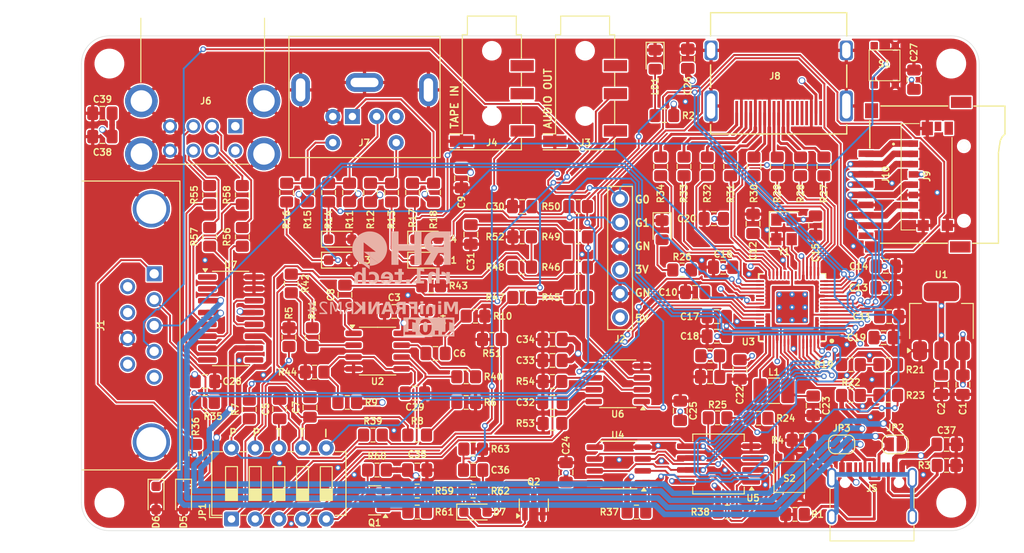
<source format=kicad_pcb>
(kicad_pcb (version 20241229) (generator "pcbnew") (generator_version "9.0")
  (title_block (title "MiniFRANK RM24") (date "2025-04-09") (rev "${VERSION}") (company "Mikhail Matveev") (comment 1 "https://github.com/xtremespb/frank"))
  (layers (0 "F.Cu" signal) (4 "In1.Cu" power "GND.Cu") (6 "In2.Cu" power "PWR3V3.Cu") (2 "B.Cu" signal) (13 "F.Paste" user) (15 "B.Paste" user) (5 "F.SilkS" user "F.Silkscreen") (7 "B.SilkS" user "B.Silkscreen") (1 "F.Mask" user) (3 "B.Mask" user) (25 "Edge.Cuts" user))
  (property "VERSION" "1.01")
  (net 0 "")
  (net 1 "GND")
  (net 2 "+3V3")
  (net 3 "VBUS")
  (net 4 "/RP2350A/XIN")
  (net 5 "/RP2350A/VREG_AVDD")
  (net 6 "/AMP_OUTL")
  (net 7 "Net-(C5-Pad2)")
  (net 8 "+1V1")
  (net 9 "Net-(C6-Pad1)")
  (net 10 "/GPIO0")
  (net 11 "/GPIO1")
  (net 12 "/GPIO2")
  (net 13 "/GPIO3")
  (net 14 "/Audio Out/AMP_OUTL")
  (net 15 "/AMP_OUTR")
  (net 16 "Net-(C7-Pad2)")
  (net 17 "/Audio Out/AMP_OUTR")
  (net 18 "Net-(C8-Pad1)")
  (net 19 "Net-(U2A-+)")
  (net 20 "Net-(C30-Pad1)")
  (net 21 "/GPIO26")
  (net 22 "/GPIO27")
  (net 23 "/GPIO10")
  (net 24 "/D+")
  (net 25 "/D-")
  (net 26 "/GPIO11")
  (net 27 "Net-(C31-Pad1)")
  (net 28 "Net-(U6-FLT)")
  (net 29 "Net-(C36-Pad1)")
  (net 30 "Net-(C36-Pad2)")
  (net 31 "/GPIO21")
  (net 32 "/GPIO20")
  (net 33 "/Gamepad/J2_DATA")
  (net 34 "/Gamepad/J1_DATA")
  (net 35 "Net-(D7-K)")
  (net 36 "Net-(D7-A)")
  (net 37 "/RP2350A/VREG_LX")
  (net 38 "/RUN")
  (net 39 "/PS2/PS{slash}2 CLK")
  (net 41 "Net-(J5-SHIELD)")
  (net 42 "/PS2/PS{slash}2 DATA")
  (net 44 "/RP2350A/QSPI_SD2")
  (net 45 "/RP2350A/QSPI_SD0")
  (net 46 "/GPIO8")
  (net 47 "/RP2350A/QSPI_SD1")
  (net 48 "Net-(J5-CC2)")
  (net 50 "/RP2350A/QSPI_SD3")
  (net 51 "/RP2350A/QSPI_SCLK")
  (net 52 "/RP2350A/XOUT")
  (net 53 "/RP2350A/QSPI_SS")
  (net 54 "/RP2350A/~{USB_BOOT}")
  (net 55 "/RP2350A/FLASH_SS")
  (net 56 "/GPIO9")
  (net 57 "/GPIO12")
  (net 58 "/GPIO13")
  (net 59 "/GPIO14")
  (net 60 "/GPIO15")
  (net 61 "/GPIO16")
  (net 62 "/GPIO17")
  (net 63 "/GPIO18")
  (net 64 "/GPIO19")
  (net 65 "/SD Card/DET")
  (net 66 "/SD Card/DAT1")
  (net 67 "/SD Card/POL")
  (net 68 "/GPIO5")
  (net 69 "/GPIO7")
  (net 70 "/GPIO4")
  (net 71 "/SD Card/DAT2")
  (net 72 "/GPIO6")
  (net 73 "/RP2350A/SWD")
  (net 74 "/RP2350A/GPIO23")
  (net 75 "/RP2350A/SWCLK")
  (net 76 "/RP2350A/GPIO29")
  (net 77 "/RP2350A/GPIO24")
  (net 78 "Net-(J5-CC1)")
  (net 79 "Net-(J6-D2-)")
  (net 80 "Net-(J6-D1+)")
  (net 81 "Net-(J6-D1-)")
  (net 82 "GPIO25")
  (net 83 "Net-(J6-D2+)")
  (net 84 "/RP2350A/GPIO28")
  (net 85 "Net-(J7-Pad2)")
  (net 86 "Net-(U3-USB_DP)")
  (net 87 "Net-(U3-USB_DM)")
  (net 88 "Net-(J7-Pad6)")
  (net 89 "Net-(J8-D0P)")
  (net 90 "Net-(J8-D1P)")
  (net 93 "Net-(J8-CLKP)")
  (net 94 "Net-(J8-D0N)")
  (net 95 "Net-(J8-CLKN)")
  (net 98 "Net-(J8-D1N)")
  (net 99 "Net-(J8-D2N)")
  (net 100 "Net-(J8-D2P)")
  (net 106 "Net-(LD1-A)")
  (net 107 "Net-(LD2-A)")
  (net 108 "/GPIO22")
  (net 109 "Net-(Q1-B)")
  (net 110 "Net-(R5-Pad1)")
  (net 111 "Net-(R6-Pad1)")
  (net 112 "Net-(U2B--)")
  (net 113 "Net-(U2A--)")
  (net 114 "/PWM_OUT_R")
  (net 115 "/PWM_OUT_L")
  (net 116 "/USB_D1+")
  (net 117 "/USB_D1-")
  (net 118 "/USB_D2+")
  (net 119 "/USB_D2-")
  (net 120 "Net-(U7-VD3)")
  (net 121 "/USB_D3+")
  (net 122 "/USB Hub/DM4")
  (net 123 "/USB Hub/DP4")
  (net 124 "/USB_D3-")
  (net 126 "/TDA_OUT_L")
  (net 127 "/TDA_OUT_R")
  (net 128 "/LOAD_IN")
  (footprint "FRANK:Mounting Hole (2.7mm)" (layer "F.Cu") (at 255.75 94.75)
    (property "Reference" "H2" (hide yes))
    (property "Value" "MountingHole" (hide yes))
  )
  (footprint "FRANK:MiniDIN (6 Pin, female)" (layer "F.Cu") (at 191.55 53.35 180)
    (property "Reference" "J7")
    (property "Value" "Mini-DIN-6")
  )
  (footprint "FRANK:Resistor (0805)" (layer "F.Cu") (at 198.5 95.75 180)
    (property "Reference" "R61")
    (property "Value" "10K")
  )
  (footprint "FRANK:Capacitor (0805)" (layer "F.Cu") (at 209.75 63 180)
    (property "Reference" "C30")
    (property "Value" "47n")
  )
  (footprint "FRANK:Diode (SOD-323)" (layer "F.Cu") (at 190.25 66.5)
    (property "Reference" "D2")
    (property "Value" "3V3")
  )
  (footprint "FRANK:Capacitor (0805)" (layer "F.Cu") (at 254.7 82.1 -90)
    (property "Reference" "C2")
    (property "Value" "10u" (hide yes))
  )
  (footprint "FRANK:LED (0805)" (layer "F.Cu") (at 224.75 65.525 -90)
    (property "Reference" "LD2" (hide yes))
    (property "Value" "Blue")
  )
  (footprint "FRANK:Resistor (0805)" (layer "F.Cu") (at 237.1 58.7 -90)
    (property "Reference" "R29")
    (property "Value" "270R" (hide yes))
  )
  (footprint "FRANK:D-SUB (9 pin, male, top mount)" (layer "F.Cu") (at 170.3 70.21 -90)
    (property "Reference" "J1")
    (property "Value" "Gamepad")
  )
  (footprint "FRANK:SO-8" (layer "F.Cu") (at 220.1 90.7 180)
    (property "Reference" "U4")
    (property "Value" "ESP-PSRAM32" (hide yes))
  )
  (footprint "FRANK:Capacitor (0805)" (layer "F.Cu") (at 255.25 88.5)
    (property "Reference" "C37")
    (property "Value" "4.7u")
  )
  (footprint "FRANK:Capacitor (0805)" (layer "F.Cu") (at 248.5 77.05)
    (property "Reference" "C19")
    (property "Value" "100n" (hide yes))
  )
  (footprint "FRANK:Resistor (0805)" (layer "F.Cu") (at 215.75 66.25)
    (property "Reference" "R49")
    (property "Value" "1K")
  )
  (footprint "FRANK:SOP-16" (layer "F.Cu") (at 178.5 75)
    (property "Reference" "U7")
    (property "Value" "MW7211A")
  )
  (footprint "FRANK:Capacitor (0805)" (layer "F.Cu") (at 164.75 53 180)
    (property "Reference" "C39")
    (property "Value" "10u")
  )
  (footprint "FRANK:Capacitor (0805)" (layer "F.Cu") (at 213 79.5 180)
    (property "Reference" "C33")
    (property "Value" "10u")
  )
  (footprint "FRANK:Jumper (solder)" (layer "F.Cu") (at 249.75 88.5)
    (property "Reference" "JP2")
    (property "Value" "Jumper (Solder)")
  )
  (footprint "FRANK:Resistor (0805)" (layer "F.Cu") (at 239.7 88.05 180)
    (property "Reference" "R4")
    (property "Value" "1M" (hide yes))
  )
  (footprint "FRANK:Resistor (0805)" (layer "F.Cu") (at 227.1 58.7 -90)
    (property "Reference" "R33")
    (property "Value" "270R" (hide yes))
  )
  (footprint "FRANK:Capacitor (0805)" (layer "F.Cu") (at 249.1 74.8)
    (property "Reference" "C11")
    (property "Value" "4.7u" (hide yes))
  )
  (footprint "FRANK:SOT-23" (layer "F.Cu") (at 211 95 90)
    (property "Reference" "Q2")
    (property "Value" "BC850")
  )
  (footprint "FRANK:Resistor (0805)" (layer "F.Cu") (at 184.5 61.5 -90)
    (property "Reference" "R16")
    (property "Value" "100R")
  )
  (footprint "FRANK:Resistor (0805)" (layer "F.Cu") (at 184.75 77 90)
    (property "Reference" "R5")
    (property "Value" "2K")
  )
  (footprint "FRANK:Resistor (0805)" (layer "F.Cu") (at 239 96)
    (property "Reference" "R1")
    (property "Value" "5.1K" (hide yes))
  )
  (footprint "FRANK:Resistor (0805)" (layer "F.Cu") (at 175.75 84)
    (property "Reference" "R35")
    (property "Value" "1K")
  )
  (footprint "FRANK:Capacitor (0805)" (layer "F.Cu") (at 213 84 180)
    (property "Reference" "C32")
    (property "Value" "10u")
  )
  (footprint "FRANK:Resistor (0805)" (layer "F.Cu") (at 204.5 89)
    (property "Reference" "R63")
    (property "Value" "100R")
  )
  (footprint "FRANK:Resistor (0805)" (layer "F.Cu") (at 200.25 61.5 90)
    (property "Reference" "R18")
    (property "Value" "1k")
  )
  (footprint "FRANK:Resistor (0805)" (layer "F.Cu") (at 187.25 77 90)
    (property "Reference" "R41")
    (property "Value" "10K")
  )
  (footprint "FRANK:Capacitor (0805)" (layer "F.Cu") (at 251.75 49.4 -90)
    (property "Reference" "C27")
    (property "Value" "100n" (hide yes))
  )
  (footprint "FRANK:Diode (SOD-323)" (layer "F.Cu") (at 170.5 94.25 -90)
    (property "Reference" "D6")
    (property "Value" "3V3")
  )
  (footprint "FRANK:Diode (SOD-323)" (layer "F.Cu") (at 204.75 95.75)
    (property "Reference" "D7")
    (property "Value" "1N4148")
  )
  (footprint "FRANK:Resistor (0805)" (layer "F.Cu") (at 229.9 79)
    (property "Reference" "R20" (hide yes))
    (property "Value" "33" (hide yes))
  )
  (footprint "FRANK:Resistor (0805)" (layer "F.Cu") (at 198.5 93.5)
    (property "Reference" "R59")
    (property "Value" "10K")
  )
  (footprint "FRANK:Resistor (0805)" (layer "F.Cu") (at 249 79.95 180)
    (property "Reference" "R21")
    (property "Value" "33R" (hide yes))
  )
  (footprint "FRANK:USB Type C" (layer "F.Cu") (at 247.2574 98.85)
    (property "Reference" "J5")
    (property "Value" "USB4215-03-A")
  )
  (footprint "FRANK:Resistor (0805)" (layer "F.Cu") (at 213 86.25 180)
    (property "Reference" "R53")
    (property "Value" "470R")
  )
  (footprint "FRANK:Resistor (0805)" (layer "F.Cu") (at 245 79.95)
    (property "Reference" "R19")
    (property "Value" "150R" (hide yes))
  )
  (footprint "FRANK:MicroSD (SMD, short)" (layer "F.Cu") (at 253.132 59.8066 90)
    (property "Reference" "J9")
    (property "Value" "47571-0001" (hide yes))
  )
  (footprint "FRANK:Resistor (0805)" (layer "F.Cu") (at 204.75 74.75 180)
    (property "Reference" "R10")
    (property "Value" "20K")
  )
  (footprint "FRANK:Resistor (0805)" (layer "F.Cu") (at 206.5 77.25 180)
    (property "Reference" "R51")
    (property "Value" "2K")
  )
  (footprint "FRANK:Diode (SOD-323)" (layer "F.Cu") (at 173.45 94.25 -90)
    (property "Reference" "D5")
    (property "Value" "3V3")
  )
  (footprint "FRANK:Resistor (0805)" (layer "F.Cu") (at 200 71.5 180)
    (property "Reference" "R43")
    (property "Value" "20K")
  )
  (footprint "FRANK:Jack (3.5mm, PJ-320D)" (layer "F.Cu") (at 206.5 51.05 -90)
    (property "Reference" "J4")
    (property "Value" "PJ-320D" (hide yes))
  )
  (footprint "FRANK:Resistor (0805)" (layer "F.Cu") (at 230.7 85.65 180)
    (property "Reference" "R25")
    (property "Value" "0" (hide yes))
  )
  (footprint "FRANK:SOIC-8" (layer "F.Cu") (at 230.8 90.6 180)
    (property "Reference" "U5")
    (property "Value" "W25Q128JVS" (hide yes))
  )
  (footprint "FRANK:Capacitor (0805)" (layer "F.Cu") (at 200.4625 78.75)
    (property "Reference" "C6")
    (property "Value" "10u")
  )
  (footprint "FRANK:Resistor (0805)" (layer "F.Cu") (at 174.75 89.5 90)
    (property "Reference" "R36")
    (property "Value" "1K")
  )
  (footprint "FRANK:Resistor (0805)" (layer "F.Cu") (at 179.75 61.75 90)
    (property "Reference" "R58")
    (property "Value" "22R")
  )
  (footprint "FRANK:DIP Switch (5x5)" (layer "F.Cu") (at 178.59 96.5 90)
    (property "Reference" "JP1")
    (property "Value" "SD04H0SB" (hide yes))
  )
  (footprint "FRANK:Capacitor (0805)" (layer "F.Cu") (at 226.7 84.9 90)
    (property "Reference" "C25")
    (property "Value" "100n" (hide yes))
  )
  (footprint "FRANK:Capacitor (0805)" (layer "F.Cu") (at 190.75 72.4625 90)
    (property "Reference" "C8")
    (property "Value" "10u")
  )
  (footprint "FRANK:Resistor (0805)" (layer "F.Cu") (at 209.75 72.75 180)
    (property "Reference" "R47")
    (property "Value" "10K")
  )
  (footprint "FRANK:Capacitor (0805)" (layer "F.Cu") (at 248.7125 71.7)
    (property "Reference" "C13")
    (property "Value" "100n" (hide yes))
  )
  (footprint "FRANK:Resistor (0805)" (layer "F.Cu") (at 194.1875 91.25 180)
    (property "Reference" "R60")
    (property "Value" "1K")
  )
  (footprint "FRANK:Resistor (0805)" (layer "F.Cu") (at 225 53.25)
    (property "Reference" "R2")
    (property "Value" "1K")
  )
  (footprint "FRANK:Resistor (0805)" (layer "F.Cu") (at 245 83.25)
    (property "Reference" "R22")
    (property "Value" "150R" (hide yes))
  )
  (footprint "FRANK:Capacitor (0805)" (layer "F.Cu") (at 164.75 55.5 180)
    (property "Reference" "C38")
    (property "Value" "10u")
  )
  (footprint "FRANK:Capacitor (0805)" (layer "F.Cu") (at 230.6188 74.8 180)
    (property "Reference" "C17")
    (property "Value" "100n" (hide yes))
  )
  (footprint "FRANK:Resistor (0805)" (layer "F.Cu") (at 232.1 58.7 -90)
    (property "Reference" "R31")
    (property "Value" "270R" (hide yes))
  )
  (footprint "FRANK:Resistor (0805)" (layer "F.Cu") (at 176.25 61.75 90)
    (property "Reference" "R55")
    (property "Value" "22R")
  )
  (footprint "FRANK:Inductor (3225)" (layer "F.Cu") (at 236.75 82.75 180)
    (property "Reference" "L1")
    (property "Value" "3.3u" (hide yes))
  )
  (footprint "FRANK:Resistor (0805)" (layer "F.Cu") (at 179.75 66.25 90)
    (property "Reference" "R56")
    (property "Value" "22R")
  )
  (footprint "FRANK:SO-8" (layer "F.Cu") (at 220 82 180)
    (property "Reference" "U6")
    (property "Value" "TDA1387T")
  )
  (footprint "FRANK:Resistor (0805)" (layer "F.Cu") (at 249 83.25 180)
    (property "Reference" "R23")
    (property "Value" "33R" (hide yes))
  )
  (footprint "FRANK:Capacitor (0805)" (layer "F.Cu") (at 204.25 66 -90)
    (property "Reference" "C31")
    (property "Value" "47n")
  )
  (footprint "FRANK:Capacitor (0805)" (layer "F.Cu") (at 183.75 84.7125 90)
    (property "Reference" "C5")
    (property "Value" "10u")
  )
  (footprint "FRANK:Mounting Hole (2.7mm)" (layer "F.Cu") (at 255.75 47.675)
    (property "Reference" "H1" (hide yes))
    (property "Value" "MountingHole" (hide yes))
  )
  (footprint "FRANK:Resistor (0805)" (layer "F.Cu") (at 195.75 61.5 -90)
    (property "Reference" "R13")
    (property "Value" "100R")
  )
  (footprint "FRANK:Capacitor (0805)" (layer "F.Cu") (at 198.25 83 180)
    (property "Reference" "C29")
    (property "Value" "10u")
  )
  (footprint "FRANK:Capacitor (0805)" (layer "F.Cu") (at 199.5 75.2125 -90)
    (property "Reference" "C4")
    (property "Value" "100n")
  )
  (footprint "FRANK:Resistor (0805)" (layer "F.Cu") (at 235.1 85.7)
    (property "Reference" "R24")
    (property "Value" "1K" (hide yes))
  )
  (footprint "FRANK:Resistor (0805)" (layer "F.Cu") (at 229.6 58.7 -90)
    (property "Reference" "R32")
    (property "Value" "270R" (hide yes))
  )
  (footprint "FRANK:Resistor (0805)" (layer "F.Cu") (at 186.75 61.5 90)
    (property "Reference" "R15")
    (property "Value" "1K")
  )
  (footprint "FRANK:MicroSD (SMD, long)" (layer "F.Cu") (at 245.8114 59.5773 -90)
    (property "Reference" "J10")
    (property "Value" "104031-0811")
  )
  (footprint "FRANK:Resistor (0805)" (layer "F.Cu") (at 231.75 95.75)
    (property "Reference" "R38")
    (property "Value" "10K")
  )
  (footprint "FRANK:Button (SMD, 3x3mm, 1-1)" (layer "F.Cu") (at 240.05 90.345 -90)
    (property "Reference" "S2")
    (property "Value" "TS-1233" (hide yes))
  )
  (footprint "FRANK:Capacitor (0805)" (layer "F.Cu") (at 231.3 69.5 180)
    (property "Reference" "C16")
    (property "Value" "100n" (hide yes))
  )
  (footprint "FRANK:Resistor (0805)" (layer "F.Cu") (at 215.75 72.75 180)
    (property "Reference" "R45")
    (property "Value" "2K")
  )
  (footprint "FRANK:Diode (SOD-323)" (layer "F.Cu") (at 199.5 68.75)
    (property "Reference" "D1")
    (property "Value" "3V3")
  )
  (footprint "FRANK:Capacitor (0805)" (layer "F.Cu") (at 228.3 72.2 180)
    (property "Reference" "C10")
    (property "Value" "100n" (hide yes))
  )
  (footprint "FRANK:Capacitor (0805)" (layer "F.Cu") (at 175.75 81.75)
    (property "Reference" "C28")
    (property "Value" "100n")
  )
  (footprint "FRANK:Diode (SOD-323)" (layer "F.Cu") (at 199.5 66.5)
    (property "Reference" "D4")
    (property "Value" "3V3")
  )
  (footprint "FRANK:Resistor (0805)" (layer "F.Cu") (at 180.5 84.75 90)
    (property "Reference" "R7")
    (property "Value" "10K")
  )
  (footprint "FRANK:Resistor (0805)" (layer "F.Cu") (at 255.25 90.75 180)
    (property "Reference" "R3")
    (property "Value" "5.1K" (hide yes))
  )
  (footprint "FRANK:Capacitor (0805)" (layer "F.Cu") (at 198.5 91.25)
    (property "Reference" "C35")
    (property "Value" "100n")
  )
  (footprint "FRANK:Resistor (0805)" (layer "F.Cu") (at 185 71.25 -90)
    (property "Reference" "R42")
    (property "Value" "47K")
  )
  (footprint "FRANK:Jumper (solder)" (layer "F.Cu") (at 244 88.5 180)
    (property "Reference" "JP3")
    (property "Value" "Jumper (Solder)")
  )
  (footprint "FRANK:Resistor (0805)" (layer "F.Cu") (at 189 61.5 -90)
    (property "Reference" "R14")
    (property "Value" "100R")
  )
  (footprint "FRANK:SOT-23" (layer "F.Cu") (at 193.9375 94.5 180)
    (property "Reference" "Q1")
    (property "Value" "BC850")
  )
  (footprint "FRANK:Resistor (0805)" (layer "F.Cu") (at 215.75 69.5 180)
    (property "Reference" "R46")
    (property "Value" "2K")
  )
  (footprint "FRANK:Resistor (0805)" (layer "F.Cu") (at 193.5 61.5 90)
    (property "Reference" "R12")
    (property "Value" "1K")
  )
  (footprint "FRANK:Resistor (0805)" (layer "F.Cu") (at 176.25 66.25 90)
    (property "Reference" "R57")
    (property "Value" "22R")
  )
  (footprint "FRANK:Resistor (0805)" (layer "F.Cu") (at 242.1 58.7 -90)
    (property "Reference" "R27")
    (property "Value" "270R" (hide yes))
  )
  (footprint "FRANK:LED (0805)" (layer "F.Cu") (at 224 47.25 -90)
    (property "Reference" "LD1")
    (property "Value" "Green")
  )
  (footprint "FRANK:Capacitor (0805)" (layer "F.Cu") (at 230.3 64.3 180)
    (property "Reference" "C20")
    (property "Value" "100n" (hide yes))
  )
  (footprint "FRANK:Capacitor (0805)" (layer "F.Cu") (at 248.7375 69.4)
    (property "Reference" "C14")
    (property "Value" "100n" (hide yes))
  )
  (footprint "FRANK:QFN 60 (RP2350A)" (layer "F.Cu") (at 238.6875 73.8 180)
    (property "Reference" "U3")
    (property "Value" "RP2350" (hide yes))
  )
  (footprint "FRANK:Resistor (0805)" (layer "F.Cu") (at 203.75 84)
    (property "Reference" "R6")
    (property "Value" "2K")
  )
  (footprint "FRANK:Mounting Hole (2.7mm)" (layer "F.Cu") (at 165.5 94.75)
    (property "Reference" "H4" (hide yes))
    (property "Value" "MountingHole" (hide yes))
  )
  (footprint "FRANK:Crystal (3225, active)" (layer "F.Cu") (at 237.825 65.45 -90)
    (property "Reference" "Y1")
    (property "Value" "ASE-12MHz" (hide yes))
  )
  (footprint "FRANK:Resistor (0805)" (layer "F.Cu") (at 234.6 58.7 -90)
    (property "Reference" "R30")
    (property "Value" "270R" (hide yes))
  )
  (footprint "FRANK:Diode (SOD-323)" (layer "F.Cu") (at 190.25 68.75)
    (property "Reference" "D3")
    (property "Value" "3V3")
  )
  (footprint "FRANK:Capacitor (0805)" (layer "F.Cu") (at 214.45 91.5 90)
    (property "Reference" "C24")
    (property "Value" "100n" (hide yes))
  )
  (footprint "FRANK:Capacitor (0805)" (layer "F.Cu") (at 257 82.1 -90)
    (property "Reference" "C1")
    (property "Value" "10u" (hide yes))
  )
  (footprint "FRANK:Resistor (0805)" (layer "F.Cu") (at 187.5 80.75)
    (property "Reference" "R44")
    (property "Value" "10K")
  )
  (footprint "FRANK:Capacitor (0805)" (layer "F.Cu") (at 230.6188 76.9 180)
    (property "Reference" "C18")
    (property "Value" "100n" (hide yes))
  )
  (footprint "FRANK:Capacitor (0805)" (layer "F.Cu") (at 229.9 81.25 180)
    (property "Reference" "C21" (hide yes))
    (property "Value" "4.7u" (hide yes))
  )
  (footprint "FRANK:Capacitor (0805)" (layer "F.Cu") (at 240.95 84.35 -90)
    (property "Reference" "C23")
    (property "Value" "4.7u" (hide yes))
  )
  (footprint "FRANK:Resistor (0805)" (layer "F.Cu") (at 222 95.75 180)
    (property "Reference" "R37")
    (property "Value" "10K")
  )
  (footprint "FRANK:Pin Header (1x06)" (layer "F.Cu") (at 220.25 74.87 180)
    (property "Reference" "J2")
    (property "Value" "Connectors" (hide yes))
  )
  (footprint "FRANK:Resistor (0805)" (layer "F.Cu") (at 224.6 58.7 -90)
    (property "Reference" "R34")
    (property "Value" "270R" (hide yes))
  )
  (footprint "FRANK:Resistor (0805)" (layer "F.Cu") (at 213 81.75)
    (property "Reference" "R54")
    (property "Value" "470R")
  )
  (footprint "FRANK:Resistor (0805)" (layer "F.Cu") (at 239.6 58.7 -90)
    (property "Reference" "R28")
    (property "Value" "270R" (hide yes))
  )
  (footprint "FRANK:Resistor (0805)" (layer "F.Cu") (at 191 84)
    (property "Reference" "R9")
    (property "Value" "10K")
  )
  (footprint "FRANK:Capacitor (0805)" (layer "F.Cu") (at 213 77.25 180)
    (property "Reference" "C34")
    (property "Value" "100n")
  )
  (footprint "FRANK:Capacitor (0805)" (layer "F.Cu") (at 187 84.5375 90)
    (property "Reference" "C7")
    (property "Value" "10u")
  )
  (footprint "FRANK:Jack (3.5mm, PJ-320D)" (layer "F.Cu") (at 216.5 51.05 -90)
    (property "Reference" "J3")
    (property "Value" "PJ-320D" (hide yes))
  )
  (footprint "FRANK:Capacitor (0805)" (layer "F.Cu") (at 227.5 47.15 90)
    (property "Reference" "C26")
    (property "Value" "100n" (hide yes))
  )
  (footprint "FRANK:Resistor (0805)" (layer "F.Cu") (at 226.9 69.8)
    (property "Reference" "R26")
    (property "Value" "1K" (hide yes))
  )
  (footprint "FRANK:USB Type A (stacked)" (layer "F.Cu") (at 179 54.3923 -90)
    (property "Reference" "J6")
    (property "Value" "SS-52100-004")
  )
  (footprint "FRANK:SO-8" (layer "F.Cu") (at 194.25 78.5)
    (property "Reference" "U2")
    (property "Value" "LM358")
  )
  (footprint "FRANK:Capacitor (0805)" (layer "F.Cu") (at 241.2 65.0375 -90)
    (property "Reference" "C15")
    (property "Value" "100n" (hide yes))
  )
  (footprint "FRANK:Capacitor (0805)" (layer "F.Cu") (at 204.5 91.25)
    (property "Reference" "C36")
    (property "Value" "100n")
  )
  (footprint "FRANK:Resistor (0805)" (layer "F.Cu") (at 198 61.5 -90)
    (property "Reference" "R17")
    (property "Value" "100R")
  )
  (footprint "FRANK:Resistor (0805)" (layer "F.Cu") (at 191.25 61.5 90)
    (property "Reference" "R11")
    (property "Value" "1K")
  )
  (footprint "FRANK:Resistor (0805)" (layer "F.Cu") (at 209.75 69.5)
    (property "Reference" "R48")
    (property "Value" "10K")
  )
  (footprint "FRANK:Capacitor (0805)" (layer "F.Cu") (at 234.5 64.85 90)
    (property "Reference" "C12")
    (property "Value" "100n" (hide yes))
  )
  (footprint "FRANK:Capacitor (0805)" (layer "F.Cu") (at 196.0375 74.25)
    (property "Reference" "C3")
    (property "Value" "10u")
  )
  (footprint "FRANK:Resistor (0805)" (layer "F.Cu") (at 193.75 87.5 180)
    (property "Reference" "R39")
    (property "Value" "10K")
  )
  (footprint "FRANK:Resistor (0805)" (layer "F.Cu") (at 215.75 63)
    (property "Reference" "R50")
    (property "Value" "1K")
  )
  (footprint "FRANK:Resistor (0805)" (layer "F.Cu") (at 203.75 81.25 180)
    (property "Reference" "R40")
    (property "Value" "47K")
  )
  (footprint "FRANK:Button (SMD, 3x3mm, 1-1)" (layer "F.Cu") (at 246.95 49.51 90)
    (property "Reference" "S1")
    (property "Value" "TS-1233" (hide yes))
  )
  (footprint "FRANK:HDMI (female)" (layer "F.Cu") (at 237.25 52.2183 180)
    (property "Reference" "J8")
    (property "Value" "HDMI Female")
  )
  (footprint "FRANK:Resistor (0805)" (layer "F.Cu") (at 209.75 66.25 180)
    (property "Reference" "R52")
    (property "Value" "2K")
  )
  (footprint "FRANK:Resistor (0805)" (layer "F.Cu") (at 198.5 87.5)
    (property "Reference" "R8")
    (property "Value" "10K")
  )
  (footprint "FRANK:Resistor (0805)" (layer "F.Cu") (at 204.5 93.5 180)
    (property "Reference" "R62")
    (property "Value" "10K")
  )
  (footprint "FRANK:SOT-223" (layer "F.Cu") (at 254.7 75.3 90)
    (property "Reference" "U1")
    (property "Value" "NCP1117 3.3" (hide yes))
  )
  (footprint "FRANK:Capacitor (0805)" (layer "F.Cu") (at 233.1 80.4625 -90)
    (property "Reference" "C22")
    (property "Value" "4.7u" (hide yes))
  )
  (footprint "FRANK:Capacitor (0805)" (layer "F.Cu") (at 203.25 59.9625 -90)
    (property "Reference" "C9")
    (property "Value" "10u")
  )
  (footprint "FRANK:Mounting Hole (2.7mm)" (layer "F.Cu") (at 165.5 47.675)
    (property "Reference" "H3" (hide yes))
    (property "Value" "MountingHole" (hide yes))
  )
  (gr_poly (pts (xy 193.409005 68.792932) (xy 193.409005 69.347897) (xy 193.472087 69.346951) (xy 193.534977 69.343895) (xy 193.597624 69.338742) (xy 193.659977 69.331507) (xy 193.721985 69.322204) (xy 193.783598 69.310845) (xy 193.844764 69.297446) (xy 193.905433 69.282019) (xy 193.965555 69.264578) (xy 194.025078 69.245138) (xy 194.083951 69.223713) (xy 194.142124 69.200315) (xy 194.199546 69.174959) (xy 194.256167 69.147659) (xy 194.311935 69.118429) (xy 194.366799 69.087282) (xy 193.409005 68.343801)) (stroke (width -0.000001)) (fill yes) (layer "B.SilkS"))
  (gr_poly (pts (xy 200.345951 65.664334) (xy 200.27846 65.668564) (xy 200.212729 65.675544) (xy 200.148786 65.685218) (xy 200.086665 65.69753) (xy 200.026395 65.712421) (xy 199.968007 65.729836) (xy 199.911532 65.749717) (xy 199.857001 65.772008) (xy 199.804444 65.796652) (xy 199.753893 65.823592) (xy 199.705377 65.852772) (xy 199.658928 65.884134) (xy 199.614577 65.917621) (xy 199.572354 65.953178) (xy 199.53229 65.990747) (xy 199.494415 66.030271) (xy 199.458762 66.071693) (xy 199.425359 66.114957) (xy 199.394239 66.160006) (xy 199.365431 66.206784) (xy 199.338967 66.255232) (xy 199.314878 66.305295) (xy 199.293193 66.356916) (xy 199.273945 66.410037) (xy 199.257163 66.464603) (xy 199.242879 66.520556) (xy 199.231122 66.577839) (xy 199.221925 66.636396) (xy 199.215318 66.69617) (xy 199.21133 66.757104) (xy 199.209995 66.819141) (xy 199.211145 66.877745) (xy 199.214546 66.934626) (xy 199.220125 66.989792) (xy 199.227806 67.043252) (xy 199.237516 67.095015) (xy 199.24918 67.14509) (xy 199.262724 67.193486) (xy 199.278073 67.24021) (xy 199.295154 67.285274) (xy 199.313892 67.328684) (xy 199.334214 67.37045) (xy 199.356044 67.410581) (xy 199.379308 67.449086) (xy 199.403933 67.485973) (xy 199.456967 67.55493) (xy 199.51455 67.617523) (xy 199.57609 67.673823) (xy 199.640992 67.723901) (xy 199.708662 67.767827) (xy 199.778506 67.805671) (xy 199.849931 67.837506) (xy 199.922342 67.863401) (xy 199.995145 67.883427) (xy 199.188828 69.249338) (xy 200.063275 69.25) (xy 200.769712 67.978015) (xy 201.329307 67.978015) (xy 201.329307 69.252644) (xy 202.092629 69.252644) (xy 202.092629 67.303327) (xy 201.329307 67.303327) (xy 200.526296 67.303327) (xy 200.497929 67.302786) (xy 200.47002 67.301174) (xy 200.4426 67.298503) (xy 200.415697 67.294786) (xy 200.38934 67.290037) (xy 200.363558 67.284268) (xy 200.338379 67.277494) (xy 200.313834 67.269727) (xy 200.28995 67.26098) (xy 200.266757 67.251267) (xy 200.244284 67.240601) (xy 200.222559 67.228994) (xy 200.201612 67.216461) (xy 200.181471 67.203014) (xy 200.162166 67.188667) (xy 200.143725 67.173433) (xy 200.126178 67.157325) (xy 200.109553 67.140356) (xy 200.093879 67.122539) (xy 200.079185 67.103888) (xy 200.065501 67.084416) (xy 200.052854 67.064136) (xy 200.041275 67.043061) (xy 200.030792 67.021205) (xy 200.021433 66.99858) (xy 200.013228 66.9752) (xy 200.006207 66.951078) (xy 200.000397 66.926227) (xy 199.995827 66.900661) (xy 199.992528 66.874392) (xy 199.990527 66.847435) (xy 199.989853 66.819801) (xy 199.987869 66.819803) (xy 199.988543 66.791876) (xy 199.990544 66.764659) (xy 199.993844 66.738163) (xy 199.998415 66.712399) (xy 200.004228 66.687379) (xy 200.011253 66.663115) (xy 200.019463 66.639618) (xy 200.028828 66.616901) (xy 200.03932 66.594974) (xy 200.05091 66.573849) (xy 200.06357 66.553538) (xy 200.077271 66.534053) (xy 200.091983 66.515405) (xy 200.107679 66.497605) (xy 200.12433 66.480666) (xy 200.141906 66.4646) (xy 200.16038 66.449416) (xy 200.179722 66.435128) (xy 200.199905 66.421747) (xy 200.220898 66.409285) (xy 200.242673 66.397753) (xy 200.265203 66.387162) (xy 200.288457 66.377525) (xy 200.312408 66.368853) (xy 200.337026 66.361158) (xy 200.362283 66.354451) (xy 200.38815 66.348744) (xy 200.414599 66.344049) (xy 200.441601 66.340376) (xy 200.469126 66.337739) (xy 200.497147 66.336148) (xy 200.525635 66.335615) (xy 201.329307 66.335615) (xy 201.329307 67.303327) (xy 202.092629 67.303327) (xy 202.092629 65.662911) (xy 200.415171 65.662911)) (stroke (width -0.000001)) (fill yes) (layer "B.SilkS"))
  (gr_poly (pts (xy 193.316873 65.668346) (xy 193.225347 65.674354) (xy 193.134561 65.68484) (xy 193.044671 65.699743) (xy 192.95583 65.719001) (xy 192.868191 65.742551) (xy 192.781908 65.770331) (xy 192.697135 65.802279) (xy 192.614024 65.838333) (xy 192.532731 65.87843) (xy 192.453407 65.922508) (xy 192.376207 65.970506) (xy 192.301284 66.02236) (xy 192.228792 66.078009) (xy 192.158885 66.137391) (xy 192.091715 66.200443) (xy 192.027761 66.266753) (xy 191.96744 66.335852) (xy 191.910816 66.407584) (xy 191.857953 66.481799) (xy 191.808916 66.558342) (xy 191.763769 66.637062) (xy 191.722576 66.717806) (xy 191.685402 66.800421) (xy 191.652311 66.884753) (xy 191.623366 66.970652) (xy 191.598633 67.057963) (xy 191.578175 67.146534) (xy 191.562058 67.236212) (xy 191.550344 67.326845) (xy 191.543099 67.41828) (xy 191.540387 67.510363) (xy 191.543545 67.616516) (xy 191.552785 67.721675) (xy 191.567991 67.82561) (xy 191.58905 67.928089) (xy 191.615848 68.028883) (xy 191.64827 68.127759) (xy 191.686203 68.224488) (xy 191.729532 68.318837) (xy 191.778143 68.410577) (xy 191.831923 68.499476) (xy 191.890757 68.585303) (xy 191.954531 68.667828) (xy 192.023131 68.746819) (xy 192.096442 68.822045) (xy 192.174352 68.893276) (xy 192.256745 68.960281) (xy 192.314721 69.003319) (xy 192.374252 69.044037) (xy 192.435266 69.082396) (xy 192.497693 69.118356) (xy 192.561462 69.151879) (xy 192.626503 69.182925) (xy 192.692744 69.211456) (xy 192.760114 69.237432) (xy 192.844119 69.303578) (xy 193.406358 69.739479) (xy 193.406358 69.351203) (xy 193.406358 69.349879) (xy 193.035281 69.062806) (xy 192.844119 68.913978) (xy 192.760114 68.847832) (xy 192.760114 66.84163) (xy 193.406358 67.342355) (xy 193.959336 67.77164) (xy 194.053924 67.845061) (xy 193.406356 67.845061) (xy 194.515621 68.704957) (xy 194.569199 68.746629) (xy 194.515621 68.705619) (xy 194.42897 68.639473) (xy 193.406356 67.845723) (xy 193.406356 68.343797) (xy 194.364149 69.087276) (xy 194.381274 69.077344) (xy 194.397966 69.06735) (xy 194.414285 69.057232) (xy 194.430294 69.046928) (xy 194.465363 69.023872) (xy 194.499886 69.000037) (xy 194.533853 68.975433) (xy 194.567249 68.950069) (xy 194.600062 68.923955) (xy 194.63228 68.897102) (xy 194.663889 68.869518) (xy 194.694878 68.841215) (xy 194.694878 68.841213) (xy 194.725921 68.811417) (xy 194.756235 68.780937) (xy 194.785809 68.749787) (xy 194.814634 68.717982) (xy 194.842699 68.685536) (xy 194.869994 68.652462) (xy 194.896508 68.618776) (xy 194.922231 68.584491) (xy 194.947153 68.549621) (xy 194.971263 68.51418) (xy 194.994552 68.478184) (xy 195.017008 68.441645) (xy 195.038622 68.404578) (xy 195.059383 68.366997) (xy 195.07928 68.328917) (xy 195.098305 68.29035) (xy 195.119496 68.244264) (xy 195.139364 68.197668) (xy 195.157902 68.15059) (xy 195.175105 68.10306) (xy 195.190965 68.055104) (xy 195.205477 68.006752) (xy 195.218633 67.958033) (xy 195.230427 67.908974) (xy 195.240853 67.859605) (xy 195.249905 67.809954) (xy 195.257575 67.760049) (xy 195.263857 67.709919) (xy 195.268745 67.659592) (xy 195.272232 67.609097) (xy 195.274312 67.558463) (xy 195.274978 67.507717) (xy 195.272142 67.415805) (xy 195.26479 67.324545) (xy 195.252988 67.23409) (xy 195.236799 67.144591) (xy 195.216286 67.056199) (xy 195.191515 66.969068) (xy 195.162548 66.883348) (xy 195.12945 66.799191) (xy 195.092286 66.716749) (xy 195.051118 66.636175) (xy 195.006012 66.557619) (xy 194.957031 66.481234) (xy 194.904239 66.407172) (xy 194.8477 66.335584) (xy 194.787479 66.266622) (xy 194.723639 66.200439) (xy 194.656595 66.137502) (xy 194.586823 66.078221) (xy 194.514475 66.022659) (xy 194.439704 65.970876) (xy 194.362662 65.922936) (xy 194.283502 65.878899) (xy 194.202377 65.838828) (xy 194.119439 65.802785) (xy 194.034841 65.770832) (xy 193.948736 65.74303) (xy 193.861277 65.719443) (xy 193.772616 65.700131) (xy 193.682905 65.685157) (xy 193.592298 65.674582) (xy 193.500947 65.668469) (xy 193.409005 65.666879) (xy 193.408989 65.666879)) (stroke (width -0.000001)) (fill yes) (layer "B.SilkS"))
  (gr_poly (pts (xy 193.409005 68.344463) (xy 193.409005 67.843078) (xy 192.76276 67.843078)) (stroke (width -0.000001)) (fill yes) (layer "B.SilkS"))
  (gr_poly (pts (xy 198.193996 67.071816) (xy 196.5 67.071816) (xy 196.5 65.662911) (xy 195.731386 65.662911) (xy 195.731386 69.249338) (xy 196.5 69.25) (xy 196.5 67.74452) (xy 198.193994 67.74452) (xy 198.193994 69.25) (xy 198.957979 69.25) (xy 198.957979 65.662911) (xy 198.193996 65.662911)) (stroke (width -0.000001)) (fill yes) (layer "B.SilkS"))
  (gr_line (start 258.75 94.75) (end 258.75 47.7) (stroke (width 0.05)) (layer "Edge.Cuts"))
  (gr_arc (start 162.5 47.7) (mid 163.37868 45.57868) (end 165.5 44.7) (stroke (width 0.05)) (layer "Edge.Cuts"))
  (gr_line (start 162.5 94.75) (end 162.5 47.7) (stroke (width 0.05)) (layer "Edge.Cuts"))
  (gr_line (start 165.5 44.7) (end 255.75 44.7) (stroke (width 0.05)) (layer "Edge.Cuts"))
  (gr_arc (start 258.75 94.75) (mid 257.87132 96.87132) (end 255.75 97.75) (stroke (width 0.05)) (layer "Edge.Cuts"))
  (gr_arc (start 255.75 44.7) (mid 257.87132 45.57868) (end 258.75 47.7) (stroke (width 0.05)) (layer "Edge.Cuts"))
  (gr_line (start 255.75 97.75) (end 165.5 97.75) (stroke (width 0.05)) (layer "Edge.Cuts"))
  (gr_arc (start 165.5 97.75) (mid 163.37868 96.87132) (end 162.5 94.75) (stroke (width 0.05)) (layer "Edge.Cuts"))
  (gr_text "3V" (at 221.75 69.75 0) (layer "F.SilkS") (effects (font (size 0.8 0.8) (thickness 0.16) (bold yes)) (justify left)))
  (gr_text "I" (at 189 87.25 180) (layer "F.SilkS") (effects (font (size 0.8 0.8) (thickness 0.16) (bold yes)) (justify left)))
  (gr_text "T" (at 185.75 87.25 0) (layer "F.SilkS") (effects (font (size 0.8 0.8) (thickness 0.16) (bold yes)) (justify left)))
  (gr_text "5V" (at 221.75 75 0) (layer "F.SilkS") (effects (font (size 0.8 0.8) (thickness 0.16) (bold yes)) (justify left)))
  (gr_text "G1" (at 221.75 64.75 0) (layer "F.SilkS") (effects (font (size 0.8 0.8) (thickness 0.16) (bold yes)) (justify left)))
  (gr_text "G0" (at 221.75 62.25 0) (layer "F.SilkS") (effects (font (size 0.8 0.8) (thickness 0.16) (bold yes)) (justify left)))
  (gr_text "P" (at 178.25 87.25 0) (layer "F.SilkS") (effects (font (size 0.8 0.8) (thickness 0.16) (bold yes)) (justify left)))
  (gr_text "P" (at 180.75 87.25 0) (layer "F.SilkS") (effects (font (size 0.8 0.8) (thickness 0.16) (bold yes)) (justify left)))
  (gr_text "GN" (at 221.75 67.25 0) (layer "F.SilkS") (effects (font (size 0.8 0.8) (thickness 0.16) (bold yes)) (justify left)))
  (gr_text "T" (at 183.25 87.25 0) (layer "F.SilkS") (effects (font (size 0.8 0.8) (thickness 0.16) (bold yes)) (justify left)))
  (gr_text "TAPE IN" (at 202.5 54.75 90) (layer "F.SilkS") (effects (font (size 0.8 0.8) (thickness 0.16) (bold yes)) (justify left)))
  (gr_text "GN" (at 221.75 72.25 0) (layer "F.SilkS") (effects (font (size 0.8 0.8) (thickness 0.16) (bold yes)) (justify left)))
  (gr_text "AUDIO OUT" (at 212.5 54.75 90) (layer "F.SilkS") (effects (font (size 0.8 0.8) (thickness 0.16) (bold yes)) (justify left)))
  (gr_text "RM24" (at 189.25 74.75 0) (layer "B.SilkS") (effects (font (size 1.3 1.3) (thickness 0.1625)) (justify bottom mirror)))
  (gr_text "rh1.tech" (at 202.195951 71.514334 0) (layer "B.SilkS") (effects (font (size 1.6 1.6) (thickness 0.3) (bold yes)) (justify left bottom mirror)))
  (gr_text "${VERSION}" (at 199.796634 77 0) (layer "B.SilkS" knockout) (effects (font (size 1.6 1.6) (thickness 0.3) (bold yes)) (justify bottom mirror)))
  (gr_text "MiniFRANK" (at 197.36258 74.75 0) (layer "B.SilkS") (effects (font (size 1.3 1.3) (thickness 0.3) (bold yes)) (justify bottom mirror)))
  (segment (start 250.4824 91.155) (end 250.4824 90.5176) (width 0.6) (layer "F.Cu") (net 1))
  (segment (start 250.4824 90.5176) (end 250.543 90.457) (width 0.6) (layer "F.Cu") (net 1))
  (segment (start 251.957 90.457) (end 252.75 91.25) (width 0.6) (layer "F.Cu") (net 1))
  (segment (start 252.75 91.25) (end 252.75 91.75) (width 0.6) (layer "F.Cu") (net 1))
  (segment (start 250.543 90.457) (end 251.957 90.457) (width 0.6) (layer "F.Cu") (net 1))
  (via (at 216.174528 68.137336) (size 0.6) (drill 0.35) (layers "F.Cu" "B.Cu") (net 1))
  (via (at 182.000668 81.058935) (size 0.6) (drill 0.35) (layers "F.Cu" "B.Cu") (net 1))
  (via (at 229 68.75) (size 0.6) (drill 0.35) (layers "F.Cu" "B.Cu") (net 1))
  (via (at 234.05 70.25) (size 0.6) (drill 0.35) (layers "F.Cu" "B.Cu") (net 1))
  (via (at 244.55 81.1) (size 0.6) (drill 0.35) (layers "F.Cu" "B.Cu") (net 1))
  (via (at 224.319846 88.624771) (size 0.6) (drill 0.35) (layers "F.Cu" "B.Cu") (net 1))
  (via (at 183.75 90.5) (size 0.6) (drill 0.35) (layers "F.Cu" "B.Cu") (net 1))
  (via (at 254.25 61.5) (size 0.6) (drill 0.35) (layers "F.Cu" "B.Cu") (net 1))
  (via (at 236 65.5) (size 0.6) (drill 0.35) (layers "F.Cu" "B.Cu") (net 1))
  (via (at 252.75 91.75) (size 0.6) (drill 0.35) (layers "F.Cu" "B.Cu") (net 1))
  (via (at 245.25 67.25) (size 0.6) (drill 0.35) (layers "F.Cu" "B.Cu") (net 1))
  (via (at 185 97) (size 0.6) (drill 0.35) (layers "F.Cu" "B.Cu") (net 1))
  (via (at 191.75 91.75) (size 0.6) (drill 0.35) (layers "F.Cu" "B.Cu") (net 1))
  (via (at 247.1 85.55) (size 0.6) (drill 0.35) (layers "F.Cu" "B.Cu") (net 1))
  (via (at 237.7 68.75) (size 0.6) (drill 0.35) (layers "F.Cu" "B.Cu") (net 1))
  (via (at 247 78.95) (size 0.6) (drill 0.35) (layers "F.Cu" "B.Cu") (net 1))
  (via (at 190 91) (size 0.6) (drill 0.35) (layers "F.Cu" "B.Cu") (net 1))
  (via (at 249.4 60.5) (size 0.6) (drill 0.35) (layers "F.Cu" "B.Cu") (net 1))
  (via (at 244.55 77.8) (size 0.6) (drill 0.35) (layers "F.Cu" "B.Cu") (net 1))
  (via (at 227.25 51.75) (size 0.6) (drill 0.35) (layers "F.Cu" "B.Cu") (net 1))
  (via (at 197.5 72.5) (size 0.6) (drill 0.35) (layers "F.Cu" "B.Cu") (net 1))
  (via (at 179.413882 79.497326) (size 0.6) (drill 0.35) (layers "F.Cu" "B.Cu") (net 1))
  (via (at 224.684638 90.274771) (size 0.6) (drill 0.35) (layers "F.Cu" "B.Cu") (net 1))
  (via (at 220.15 90.15) (size 0.6) (drill 0.35) (layers "F.Cu" "B.Cu") (net 1))
  (via (at 196 87) (size 0.6) (drill 0.35) (layers "F.Cu" "B.Cu") (net 1))
  (via (at 246.25 84.4) (size 0.6) (drill 0.35) (layers "F.Cu" "B.Cu") (net 1))
  (via (at 235.809165 92.831084) (size 0.6) (drill 0.35) (layers "F.Cu" "B.Cu") (net 1))
  (via (at 231.5 91.25) (size 0.6) (drill 0.35) (layers "F.Cu" "B.Cu") (net 1))
  (via (at 247.25 81.55) (size 0.6) (drill 0.35) (layers "F.Cu" "B.Cu") (net 1))
  (via (at 175.75 68.75) (size 0.6) (drill 0.35) (layers "F.Cu" "B.Cu") (net 1))
  (via (at 232.782 75.3175) (size 0.6) (drill 0.35) (layers "F.Cu" "B.Cu") (net 1))
  (segment (start 198.521 92.3934) (end 198.521 92.005318) (width 0.6) (layer "F.Cu") (net 2))
  (segment (start 234.25 69.4) (end 234.45 69.2) (width 0.2) (layer "F.Cu") (net 2))
  (segment (start 231.656 76.9) (end 230.65 76.9) (width 0.5) (layer "F.Cu") (net 2))
  (segment (start 251.5 49.9187) (end 251.75 50.1687) (width 0.2) (layer "F.Cu") (net 2))
  (segment (start 244.972 72.249) (end 244.649 72.5718) (width 0.2) (layer "F.Cu") (net 2))
  (segment (start 235.25 76.2) (end 232.45 76.2) (width 0.2) (layer "F.Cu") (net 2))
  (segment (start 245.201 76.901) (end 244.511 76.901) (width 0.2) (layer "F.Cu") (net 2))
  (segment (start 251.5 50.4375) (end 251.5 49.9187) (width 0.5) (layer "F.Cu") (net 2))
  (segment (start 217.525 92.605) (end 214.518 92.605) (width 0.5) (layer "F.Cu") (net 2))
  (segment (start 239.888 68.4625) (end 239.888 70.3625) (width 0.2) (layer "F.Cu") (net 2))
  (segment (start 230.75 95.75) (end 230.75 93.28462) (width 0.6) (layer "F.Cu") (net 2))
  (segment (start 220.993 95.7427) (end 220.993 92.416105) (width 0.6) (layer "F.Cu") (net 2))
  (segment (start 239.736 68.3111) (end 239.888 68.4625) (width 0.2) (layer "F.Cu") (net 2))
  (segment (start 237 64.4) (end 238.65 64.4) (width 0.5) (layer "F.Cu") (net 2))
  (segment (start 195.188 91.25) (end 196.325 91.25) (width 0.6) (layer "F.Cu") (net 2))
  (segment (start 231.656 76.35) (end 231.656 76.9) (width 0.5) (layer "F.Cu") (net 2))
  (segment (start 197.462 91.3352) (end 197.9768 91.85) (width 0.6) (layer "F.Cu") (net 2))
  (segment (start 239.9 64.4) (end 240.8 64.4) (width 0.5) (layer "F.Cu") (net 2))
  (segment (start 232.3375 69.5) (end 231.3 69.5) (width 0.5) (layer "F.Cu") (net 2))
  (segment (start 235.15 69.2) (end 235.888 69.9375) (width 0.2) (layer "F.Cu") (net 2))
  (segment (start 251.5 49.9187) (end 251.5 49.4) (width 0.5) (layer "F.Cu") (net 2))
  (segment (start 246 77.7) (end 245.201 76.901) (width 0.2) (layer "F.Cu") (net 2))
  (segment (start 232.422 72.55) (end 233.672 73.8) (width 0.2) (layer "F.Cu") (net 2))
  (segment (start 220.993 92.416105) (end 221.461746 91.947359) (width 0.6) (layer "F.Cu") (net 2))
  (segment (start 246.15 60.65) (end 244.95 60.65) (width 0.7) (layer "F.Cu") (net 2))
  (segment (start 225.887648 92.505) (end 225.796913 92.414265) (width 0.6) (layer "F.Cu") (net 2))
  (segment (start 227.3 92.505) (end 225.887648 92.505) (width 0.6) (layer "F.Cu") (net 2))
  (segment (start 237.088 77.2375) (end 237.088 79.4875) (width 0.2) (layer "F.Cu") (net 2))
  (segment (start 231.796 72.55) (end 232.422 72.55) (width 0.2) (layer "F.Cu") (net 2))
  (segment (start 231.656 75.1031) (end 231.656 75.4062) (width 0.5) (layer "F.Cu") (net 2))
  (segment (start 254.7 72.15) (end 254.7 73.65) (width 0.6) (layer "F.Cu") (net 2))
  (segment (start 228.9 79) (end 229.85 79) (width 0.5) (layer "F.Cu") (net 2))
  (segment (start 254.7 73.65) (end 254.7 76.8) (width 0.6) (layer "F.Cu") (net 2))
  (segment (start 244.649 72.5718) (end 244.649 72.6) (width 0.2) (layer "F.Cu") (net 2))
  (segment (start 240.8 64.4) (end 241.2 64) (width 0.5) (layer "F.Cu") (net 2))
  (segment (start 214.45 92.5375) (end 214.45 91.55) (width 0.5) (layer "F.Cu") (net 2))
  (segment (start 196.325 91.25) (end 197.462 91.25) (width 0.6) (layer "F.Cu") (net 2))
  (segment (start 231.656 75.4062) (end 231.656 75.8) (width 0.5) (layer "F.Cu") (net 2))
  (segment (start 226.7 85.9375) (end 226.7 84.9625) (width 0.5) (layer "F.Cu") (net 2))
  (segment (start 244.649 72.6) (end 242.125 72.6) (width 0.2) (layer "F.Cu") (net 2))
  (segment (start 232.45 76.2) (end 231.656 75.4062) (width 0.2) (layer "F.Cu") (net 2))
  (segment (start 251.6986 59.55) (end 252.55 59.55) (width 0.6) (layer "F.Cu") (net 2))
  (segment (start 247.4625 77.05) (end 248.45 77.05) (width 0.5) (layer "F.Cu") (net 2))
  (segment (start 231.656 75.8) (end 231.656 76.35) (width 0.5) (layer "F.Cu") (net 2))
  (segment (start 198.34843 91.85) (end 198.357056 91.841374) (width 0.6) (layer "F.Cu") (net 2))
  (segment (start 233.1 79.425) (end 233.975 79.425) (width 0.2) (layer "F.Cu") (net 2))
  (segment (start 231.3375 64.3) (end 230.35 64.3) (width 0.5) (layer "F.Cu") (net 2))
  (segment (start 233.672 73.8) (end 235.25 73.8) (width 0.2) (layer "F.Cu") (net 2))
  (segment (start 245.786 72.3315) (end 245.703 72.249) (width 0.2) (layer "F.Cu") (net 2))
  (segment (start 226 53.25) (end 226 52) (width 0.6) (layer "F.Cu") (net 2))
  (segment (start 239.689 68.3111) (end 239.736 68.3111) (width 0.2) (layer "F.Cu") (net 2))
  (segment (start 231.043 71.8374) (end 231.084 71.8374) (width 0.2) (layer "F.Cu") (net 2))
  (segment (start 197.9768 91.85) (end 198.34843 91.85) (width 0.6) (layer "F.Cu") (net 2))
  (segment (start 235.888 69.9375) (end 235.888 70.3625) (width 0.2) (layer "F.Cu") (net 2))
  (segment (start 234.45 69.2) (end 235.15 69.2) (width 0.2) (layer "F.Cu") (net 2))
  (segment (start 238.65 64.4) (end 239.9 64.4) (width 0.5) (layer "F.Cu") (net 2))
  (segment (start 198.521 92.005318) (end 198.357056 91.841374) (width 0.6) (layer "F.Cu") (net 2))
  (segment (start 231.084 71.8374) (end 231.796 72.55) (width 0.2) (layer "F.Cu") (net 2))
  (segment (start 247.675 71.7) (end 248.55 71.7) (width 0.5) (layer "F.Cu") (net 2))
  (segment (start 244.21 76.6) (end 242.125 76.6) (width 0.2) (layer "F.Cu") (net 2))
  (segment (start 254.7 81.0625) (end 254.7 78.45) (width 0.5) (layer "F.Cu") (net 2))
  (segment (start 245.703 72.249) (end 244.972 72.249) (width 0.2) (layer "F.Cu") (net 2))
  (segment (start 235.25 76.6) (end 231.956 76.6) (width 0.2) (layer "F.Cu") (net 2))
  (segment (start 254.7 78.45) (end 254.7 76.8) (width 0.6) (layer "F.Cu") (net 2))
  (segment (start 197.5 93.4144) (end 198.521 92.3934) (width 0.6) (layer "F.Cu") (net 2))
  (segment (start 233.975 79.425) (end 234.4 79) (width 0.2) (layer "F.Cu") (net 2))
  (segment (start 247.7 69.4) (end 248.6 69.4) (width 0.5) (layer "F.Cu") (net 2))
  (segment (start 230.75 93.28462) (end 230.36538 92.9) (width 0.6) (layer "F.Cu") (net 2))
  (segment (start 244.511 76.901) (end 244.21 76.6) (width 0.2) (layer "F.Cu") (net 2))
  (segment (start 196.325 91.25) (end 197.4625 91.25) (width 0.2) (layer "F.Cu") (net 2))
  (via (at 248.6 69.4) (size 0.6) (drill 0.35) (layers "F.Cu" "B.Cu") (net 2))
  (via (at 252.55 59.55) (size 0.6) (drill 0.35) (layers "F.Cu" "B.Cu") (net 2))
  (via (at 234.25 69.4) (size 0.6) (drill 0.35) (layers "F.Cu" "B.Cu") (net 2))
  (via (at 245.786 72.3315) (size 0.6) (drill 0.35) (layers "F.Cu" "B.Cu") (net 2))
  (via (at 254.7 73.65) (size 0.6) (drill 0.35) (layers "F.Cu" "B.Cu") (net 2))
  (via (at 230.65 76.9) (size 0.6) (drill 0.35) (layers "F.Cu" "B.Cu") (net 2))
  (via (at 231.043 71.8374) (size 0.6) (drill 0.35) (layers "F.Cu" "B.Cu") (net 2))
  (via (at 246 77.7) (size 0.6) (drill 0.35) (layers "F.Cu" "B.Cu") (net 2))
  (via (at 231.3 69.5) (size 0.6) (drill 0.35) (layers "F.Cu" "B.Cu") (net 2))
  (via (at 239.689 68.3111) (size 0.6) (drill 0.35) (layers "F.Cu" "B.Cu") (net 2))
  (via (at 225.796913 92.414265) (size 0.6) (drill 0.35) (layers "F.Cu" "B.Cu") (net 2))
  (via (at 230.36538 92.9) (size 0.6) (drill 0.35) (layers "F.Cu" "B.Cu") (net 2))
  (via (at 234.4 79) (size 0.6) (drill 0.35) (layers "F.Cu" "B.Cu") (net 2))
  (via (at 248.45 77.05) (size 0.6) (drill 0.35) (layers "F.Cu" "B.Cu") (net 2))
  (via (at 229.85 79) (size 0.6) (drill 0.35) (layers "F.Cu" "B.Cu") (net 2))
  (via (at 221.461746 91.947359) (size 0.6) (drill 0.35) (layers "F.Cu" "B.Cu") (net 2))
  (via (at 198.357056 91.841374) (size 0.7) (drill 0.5) (layers "F.Cu" "B.Cu") (net 2))
  (via (at 226.7 84.9625) (size 0.6) (drill 0.35) (layers "F.Cu" "B.Cu") (net 2))
  (via (at 237.1 79.6) (size 0.6) (drill 0.35) (layers "F.Cu" "B.Cu") (net 2))
  (via (at 230.35 64.3) (size 0.6) (drill 0.35) (layers "F.Cu" "B.Cu") (net 2))
  (via (at 254.7 76.8) (size 0.6) (drill 0.35) (layers "F.Cu" "B.Cu") (net 2))
  (via (at 244.95 60.65) (size 0.6) (drill 0.35) (layers "F.Cu" "B.Cu") (net 2))
  (via (at 214.45 91.55) (size 0.6) (drill 0.35) (layers "F.Cu" "B.Cu") (net 2))
  (via (at 238.838 78.2397) (size 0.6) (drill 0.35) (layers "F.Cu" "B.Cu") (net 2))
  (via (at 248.55 71.7) (size 0.6) (drill 0.35) (layers "F.Cu" "B.Cu") (net 2))
  (via (at 231.656 75.8) (size 0.6) (drill 0.35) (layers "F.Cu" "B.Cu") (net 2))
  (via (at 251.5 49.4) (size 0.6) (drill 0.35) (layers "F.Cu" "B.Cu") (net 2))
  (via (at 226 52) (size 0.7) (drill 0.5) (layers "F.Cu" "B.Cu") (net 2))
  (via (at 239.9 64.4) (size 0.6) (drill 0.35) (layers "F.Cu" "B.Cu") (net 2))
  (segment (start 165.788 55.5) (end 165.788 54.25) (width 0.6) (layer "F.Cu") (net 3))
  (segment (start 227.5 49) (end 228 49.5) (width 0.6) (layer "F.Cu") (net 3))
  (segment (start 197.075 74.25) (end 197.075 76.345) (width 0.6) (layer "F.Cu") (net 3))
  (segment (start 192.122 61.6279) (end 191.25 62.5) (width 0.6) (layer "F.Cu") (net 3))
  (segment (start 244.8074 91.155) (end 244.8074 91.94257) (width 0.4) (layer "F.Cu") (net 3))
  (segment (start 181 74.365) (end 179.615 74.365) (width 0.6) (layer "F.Cu") (net 3))
  (segment (start 185.922 61.6722) (end 186.75 62.5) (width 0.6) (layer "F.Cu") (net 3))
  (segment (start 196.825 76.595) (end 199.155 76.595) (width 0.6) (layer "F.Cu") (net 3))
  (segment (start 257 81.0625) (end 257 78.45) (width 0.6) (layer "F.Cu") (net 3))
  (segment (start 194.5 61.75) (end 194.25 61.75) (width 0.6) (layer "F.Cu") (net 3))
  (segment (start 214.038 77.25) (end 215.25 77.25) (width 0.6) (layer "F.Cu") (net 3))
  (segment (start 192.17 61.6279) (end 192.122 61.6279) (width 0.6) (layer "F.Cu") (net 3))
  (segment (start 241.25 52.9783) (end 241.25 51) (width 0.3) (layer "F.Cu") (net 3))
  (segment (start 204.22 59.35) (end 204.22 59.1998) (width 0.6) (layer "F.Cu") (net 3))
  (segment (start 165.125 55.125) (end 165.4125 55.125) (width 0.2) (layer "F.Cu") (net 3))
  (segment (start 165.125 55.125) (end 165.5 55.5) (width 0.6) (layer "F.Cu") (net 3))
  (segment (start 174.712 81.062) (end 174.65 81) (width 0.6) (layer "F.Cu") (net 3))
  (segment (start 257 78.45) (end 257 76.7) (width 0.5) (layer "F.Cu") (net 3))
  (segment (start 165.788 53.625) (end 165.788 53) (width 0.6) (layer "F.Cu") (net 3))
  (segment (start 244.8074 91.94257) (end 245.429178 92.564348) (width 0.4) (layer "F.Cu") (net 3))
  (segment (start 216.345 80.095) (end 215.75 79.5) (width 0.6) (layer "F.Cu") (net 3))
  (segment (start 215.75 79.5) (end 215.75 78.75) (width 0.6) (layer "F.Cu") (net 3))
  (segment (start 257 82.1) (end 257 81.0625) (width 0.6) (layer "F.Cu") (net 3))
  (segment (start 215 79.5) (end 215.75 78.75) (width 0.6) (layer "F.Cu") (net 3))
  (segment (start 215.25 77.25) (end 215.75 77.75) (width 0.6) (layer "F.Cu") (net 3))
  (segment (start 215.75 77.75) (end 215.75 78.75) (width 0.6) (layer "F.Cu") (net 3))
  (segment (start 245.429178 92.564348) (end 245.559009 92.564348) (width 0.4) (layer "F.Cu") (net 3))
  (segment (start 250.0044 89.706) (end 253.0065 89.706) (width 0.6) (layer "F.Cu") (net 3))
  (segment (start 204.02 59) (end 203.5 59) (width 0.6) (layer "F.Cu") (net 3))
  (segment (start 241.25 51) (end 239.75 49.5) (width 0.3) (layer "F.Cu") (net 3))
  (segment (start 214.038 79.5) (end 215 79.5) (width 0.6) (layer "F.Cu") (net 3))
  (segment (start 227.5 48.1875) (end 227.5 49) (width 0.6) (layer "F.Cu") (net 3))
  (segment (start 165.7875 54.2505) (end 165.7875 55.5) (width 0.2) (layer "F.Cu") (net 3))
  (segment (start 199.31 61.6759) (end 199.31 61.8097) (width 0.6) (layer "F.Cu") (net 3))
  (segment (start 194.25 61.75) (end 193.5 62.5) (width 0.6) (layer "F.Cu") (net 3))
  (segment (start 179.615 74.365) (end 179.5 74.25) (width 0.6) (layer "F.Cu") (net 3))
  (segment (start 249.7074 90.003) (end 250.0044 89.706) (width 0.6) (layer "F.Cu") (net 3))
  (segment (start 164.75 54.75) (end 165.125 55.125) (width 0.6) (layer "F.Cu") (net 3))
  (segment (start 199.31 61.8097) (end 200 62.5) (width 0.6) (layer "F.Cu") (net 3))
  (segment (start 253.0065 89.706) (end 254.2125 88.5) (width 0.6) (layer "F.Cu") (net 3))
  (segment (start 174.712 81.75) (end 174.712 81.062) (width 0.6) (layer "F.Cu") (net 3))
  (segment (start 197.075 76.345) (end 196.825 76.595) (width 0.6) (layer "F.Cu") (net 3))
  (segment (start 204.22 59.1998) (end 204.02 59) (width 0.6) (layer "F.Cu") (net 3))
  (segment (start 249.7074 91.155) (end 249.7074 90.003) (width 0.6) (layer "F.Cu") (net 3))
  (segment (start 185.825 61.6722) (end 185.922 61.6722) (width 0.6) (layer "F.Cu") (net 3))
  (segment (start 165.788 54.25) (end 165.7875 54.2505) (width 0.2) (layer "F.Cu") (net 3))
  (segment (start 194.75 84) (end 192 84) (width 0.6) (layer "F.Cu") (net 3))
  (segment (start 199.155 76.595) (end 199.5 76.25) (width 0.6) (layer "F.Cu") (net 3))
  (segment (start 217.425 80.095) (end 216.345 80.095) (width 0.6) (layer "F.Cu") (net 3))
  (segment (start 165.788 54.25) (end 165.788 53.625) (width 0.6) (layer "F.Cu") (net 3))
  (via (at 215.75 78.75) (size 0.7) (drill 0.5) (layers "F.Cu" "B.Cu") (net 3))
  (via (at 185.825 61.6722) (size 0.7) (drill 0.5) (layers "F.Cu" "B.Cu") (net 3))
  (via (at 199.31 61.6759) (size 0.7) (drill 0.5) (layers "F.Cu" "B.Cu") (net 3))
  (via (at 228 49.5) (size 0.7) (drill 0.5) (layers "F.Cu" "B.Cu") (net 3))
  (via (at 252.5 89.706) (size 0.7) (drill 0.5) (layers "F.Cu" "B.Cu") (net 3))
  (via (at 194.5 61.75) (size 0.7) (drill 0.5) (layers "F.Cu" "B.Cu") (net 3))
  (via (at 197.068027 75.484937) (size 0.7) (drill 0.5) (layers "F.Cu" "B.Cu") (net 3))
  (via (at 239.75 49.5) (size 0.7) (drill 0.5) (layers "F.Cu" "B.Cu") (net 3))
  (via (at 179.5 74.25) (size 0.7) (drill 0.5) (layers "F.Cu" "B.Cu") (net 3))
  (via (at 257 76.7) (size 0.6) (drill 0.35) (layers "F.Cu" "B.Cu") (net 3))
  (via (at 174.65 81) (size 0.7) (drill 0.5) (layers "F.Cu" "B.Cu") (net 3))
  (via (at 194.75 84) (size 0.7) (drill 0.5) (layers "F.Cu" "B.Cu") (net 3))
  (via (at 192.17 61.6279) (size 0.7) (drill 0.5) (layers "F.Cu" "B.Cu") (net 3))
  (via (at 204.22 59.35) (size 0.7) (drill 0.5) (layers "F.Cu" "B.Cu") (net 3))
  (via (at 164.75 54.75) (size 0.7) (drill 0.5) (layers "F.Cu" "B.Cu") (net 3))
  (via (at 257 82.1) (size 0.6) (drill 0.35) (layers "F.Cu" "B.Cu") (net 3))
  (via (at 245.559009 92.564348) (size 0.7) (drill 0.5) (layers "F.Cu" "B.Cu") (net 3))
  (segment (start 239.488 69.6257) (end 239.488 70.3625) (width 0.2) (layer "F.Cu") (net 4))
  (segment (start 239.138 68.5393) (end 239.488 68.8889) (width 0.2) (layer "F.Cu") (net 4))
  (segment (start 239.4875 69.6262) (end 239.4875 70.3625) (width 0.2) (layer "F.Cu") (net 4))
  (segment (start 239.138 68.1379) (end 239.138 68.5393) (width 0.2) (layer "F.Cu") (net 4))
  (segment (start 238.65 67.65) (end 239.138 68.1379) (width 0.2) (layer "F.Cu") (net 4))
  (segment (start 239.488 69.6257) (end 239.4875 69.6262) (width 0.2) (layer "F.Cu") (net 4))
  (segment (start 239.488 68.8889) (end 239.488 69.6257) (width 0.2) (layer "F.Cu") (net 4))
  (segment (start 238.65 66.5) (end 238.65 67.65) (width 0.2) (layer "F.Cu") (net 4))
  (segment (start 235.888 77.2375) (end 235.888 78.7125) (width 0.2) (layer "F.Cu") (net 5))
  (segment (start 230.938 81.25) (end 230.938 79.0375) (width 0.2) (layer "F.Cu") (net 5))
  (segment (start 235.888 78.7125) (end 233.938 80.6615) (width 0.2) (layer "F.Cu") (net 5))
  (segment (start 231.526 80.6615) (end 230.938 81.25) (width 0.2) (layer "F.Cu") (net 5))
  (segment (start 233.938 80.6615) (end 231.526 80.6615) (width 0.2) (layer "F.Cu") (net 5))
  (segment (start 183.67 88.88) (end 183.67 85.83) (width 0.2) (layer "F.Cu") (net 6))
  (segment (start 178.59 88.88) (end 178.59 87.66) (width 0.2) (layer "F.Cu") (net 6))
  (segment (start 178.59 87.66) (end 180.5 85.75) (width 0.2) (layer "F.Cu") (net 6))
  (segment (start 183.67 88.88) (end 182.6087 89.9413) (width 0.2) (layer "B.Cu") (net 6))
  (segment (start 182.6087 89.9413) (end 179.6513 89.9413) (width 0.2) (layer "B.Cu") (net 6))
  (segment (start 179.6513 89.9413) (end 178.59 88.88) (width 0.2) (layer "B.Cu") (net 6))
  (segment (start 185.859 87.7447) (end 185.859 86.859) (width 0.2) (layer "F.Cu") (net 7))
  (segment (start 184.726 85.726) (end 184.726 85.1981) (width 0.2) (layer "F.Cu") (net 7))
  (segment (start 185.159 89.3153) (end 185.159 88.4447) (width 0.2) (layer "F.Cu") (net 7))
  (segment (start 185.775 89.931) (end 185.159 89.3153) (width 0.2) (layer "F.Cu") (net 7))
  (segment (start 185.859 86.859) (end 184.726 85.726) (width 0.2) (layer "F.Cu") (net 7))
  (segment (start 183.75 84.2221) (end 183.75 83.675) (width 0.2) (layer "F.Cu") (net 7))
  (segment (start 184.726 85.1981) (end 183.75 84.2221) (width 0.2) (layer "F.Cu") (net 7))
  (segment (start 185.159 88.4447) (end 185.859 87.7447) (width 0.2) (layer "F.Cu") (net 7))
  (segment (start 190.319 89.931) (end 185.775 89.931) (width 0.2) (layer "F.Cu") (net 7))
  (segment (start 192.75 87.5) (end 190.319 89.931) (width 0.2) (layer "F.Cu") (net 7))
  (segment (start 237.488 77.3) (end 237.488 75.9125) (width 0.2) (layer "F.Cu") (net 8))
  (segment (start 236.014 67.401) (end 237.301 67.401) (width 0.2) (layer "F.Cu") (net 8))
  (segment (start 233.577 74.2) (end 232.277 72.9) (width 0.2) (layer "F.Cu") (net 8))
  (segment (start 238.238 82.45) (end 238.238 79.4375) (width 0.2) (layer "F.Cu") (net 8))
  (segment (start 238.688 71.5875) (end 238.7 71.6) (width 0.2) (layer "F.Cu") (net 8))
  (segment (start 238.688 70.7427) (end 238.6875 70.7422) (width 0.2) (layer "F.Cu") (net 8))
  (segment (start 230.038 72.9) (end 229.688 72.55) (width 0.2) (layer "F.Cu") (net 8))
  (segment (start 235.25 74.2) (end 236.6 74.2) (width 0.2) (layer "F.Cu") (net 8))
  (segment (start 242.125 74.6) (end 247.862 74.6) (width 0.2) (layer "F.Cu") (net 8))
  (segment (start 240.95 83.3125) (end 239.1 83.3125) (width 0.2) (layer "F.Cu") (net 8))
  (segment (start 238.688 70.7427) (end 238.688 71.5875) (width 0.2) (layer "F.Cu") (net 8))
  (segment (start 242.125 74.6) (end 240.9 74.6) (width 0.2) (layer "F.Cu") (net 8))
  (segment (start 238.688 69.8979) (end 238.688 70.7427) (width 0.2) (layer "F.Cu") (net 8))
  (segment (start 237.488 78.6875) (end 237.488 77.3) (width 0.2) (layer "F.Cu") (net 8))
  (segment (start 234.5 65.8875) (end 236.014 67.401) (width 0.2) (layer "F.Cu") (net 8))
  (segment (start 239.1 83.3125) (end 238.238 82.45) (width 0.2) (layer "F.Cu") (net 8))
  (segment (start 238.25 69.4604) (end 238.688 69.8979) (width 0.2) (layer "F.Cu") (net 8))
  (segment (start 238.25 68.35) (end 238.25 69.4604) (width 0.2) (layer "F.Cu") (net 8))
  (segment (start 235.25 74.2) (end 233.577 74.2) (width 0.2) (layer "F.Cu") (net 8))
  (segment (start 237.488 75.9125) (end 237.5 75.9) (width 0.2) (layer "F.Cu") (net 8))
  (segment (start 232.277 72.9) (end 230.038 72.9) (width 0.2) (layer "F.Cu") (net 8))
  (segment (start 238.6875 70.7422) (end 238.6875 70.3625) (width 0.2) (layer "F.Cu") (net 8))
  (segment (start 238.238 79.4375) (end 237.488 78.6875) (width 0.2) (layer "F.Cu") (net 8))
  (segment (start 237.301 67.401) (end 238.25 68.35) (width 0.2) (layer "F.Cu") (net 8))
  (segment (start 196.825 77.865) (end 198.54 77.865) (width 0.2) (layer "F.Cu") (net 9))
  (segment (start 198.54 77.865) (end 199.425 78.75) (width 0.2) (layer "F.Cu") (net 9))
  (segment (start 200.974 80.299) (end 199.425 78.75) (width 0.2) (layer "F.Cu") (net 9))
  (segment (start 203.799 80.299) (end 200.974 80.299) (width 0.2) (layer "F.Cu") (net 9))
  (segment (start 204.75 81.25) (end 203.799 80.299) (width 0.2) (layer "F.Cu") (net 9))
  (segment (start 197 68.75) (end 198.25 68.75) (width 0.2) (layer "F.Cu") (net 10))
  (segment (start 195.75 67.288) (end 201.2391 67.288) (width 0.2) (layer "F.Cu") (net 10))
  (segment (start 207.684552 63.5) (end 208.351452 64.1669) (width 0.2) (layer "F.Cu") (net 10))
  (segment (start 202.3996 64.6004) (end 203.5 63.5) (width 0.2) (layer "F.Cu") (net 10))
  (segment (start 195.75 67.5) (end 197 68.75) (width 0.2) (layer "F.Cu") (net 10))
  (segment (start 201.2391 67.288) (end 202.3996 66.1275) (width 0.2) (layer "F.Cu") (net 10))
  (segment (start 195.75 67.288) (end 195.75 67.5) (width 0.2) (layer "F.Cu") (net 10))
  (segment (start 244.739 76.35) (end 244.55 76.35) (width 0.2) (layer "F.Cu") (net 10))
  (segment (start 195.75 62.5) (end 195.75 67.288) (width 0.2) (layer "F.Cu") (net 10))
  (segment (start 203.5 63.5) (end 207.684552 63.5) (width 0.2) (layer "F.Cu") (net 10))
  (segment (start 208.351452 64.1669) (end 214.8323 64.1669) (width 0.2) (layer "F.Cu") (net 10))
  (segment (start 202.3996 66.1275) (end 202.3996 64.6004) (width 0.2) (layer "F.Cu") (net 10))
  (segment (start 244.4 76.2) (end 242.125 76.2) (width 0.2) (layer "F.Cu") (net 10))
  (segment (start 244.55 76.35) (end 244.4 76.2) (width 0.2) (layer "F.Cu") (net 10))
  (via (at 244.739 76.35) (size 0.6) (drill 0.35) (layers "F.Cu" "B.Cu") (net 10))
  (via (at 214.8323 64.1669) (size 0.6) (drill 0.35) (layers "F.Cu" "B.Cu") (net 10))
  (segment (start 231.105 76.0282) (end 231.105 74.9841) (width 0.2) (layer "B.Cu") (net 10))
  (segment (start 225.901 74.401) (end 221.899 70.399) (width 0.2) (layer "B.Cu") (net 10))
  (segment (start 219.1483 64.71) (end 218.6052 64.1669) (width 0.2) (layer "B.Cu") (net 10))
  (segment (start 216.75 60) (end 214.8323 61.9177) (width 0.2) (layer "B.Cu") (net 10))
  (segment (start 218.6052 64.1669) (end 214.8323 64.1669) (width 0.2) (layer "B.Cu") (net 10))
  (segment (start 231.428 76.351) (end 231.105 76.0282) (width 0.2) (layer "B.Cu") (net 10))
  (segment (start 216.75 60) (end 221.399 60) (width 0.2) (layer "B.Cu") (net 10))
  (segment (start 221.399 60) (end 221.899 60.5) (width 0.2) (layer "B.Cu") (net 10))
  (segment (start 231.105 74.9841) (end 230.522 74.401) (width 0.2) (layer "B.Cu") (net 10))
  (segment (start 221.899 70.399) (end 221.899 60.5) (width 0.2) (layer "B.Cu") (net 10))
  (segment (start 243.574 76.35) (end 243.573 76.351) (width 0.2) (layer "B.Cu") (net 10))
  (segment (start 243.573 76.351) (end 231.428 76.351) (width 0.2) (layer "B.Cu") (net 10))
  (segment (start 230.522 74.401) (end 225.901 74.401) (width 0.2) (layer "B.Cu") (net 10))
  (segment (start 220.25 64.71) (end 219.1483 64.71) (width 0.2) (layer "B.Cu") (net 10))
  (segment (start 214.8323 61.9177) (end 214.8323 64.1669) (width 0.2) (layer "B.Cu") (net 10))
  (segment (start 244.739 76.35) (end 243.574 76.35) (width 0.2) (layer "B.Cu") (net 10))
  (segment (start 212.5484 60.212368) (end 212.5484 60.668832) (width 0.2) (layer "F.Cu") (net 11))
  (segment (start 190 63.5) (end 190.25 63.5) (width 0.2) (layer "F.Cu") (net 11))
  (segment (start 245.476 75.9672) (end 245.367 75.9672) (width 0.2) (layer "F.Cu") (net 11))
  (segment (start 245.2 75.8) (end 242.125 75.8) (width 0.2) (layer "F.Cu") (net 11))
  (segment (start 189 62.5) (end 190 63.5) (width 0.2) (layer "F.Cu") (net 11))
  (segment (start 213.379568 61.5) (end 216.5 61.5) (width 0.2) (layer "F.Cu") (net 11))
  (segment (start 212.5484 60.668832) (end 213.379568 61.5) (width 0.2) (layer "F.Cu") (net 11))
  (segment (start 213.5 59.5) (end 213.260768 59.5) (width 0.2) (layer "F.Cu") (net 11))
  (segment (start 245.367 75.9672) (end 245.2 75.8) (width 0.2) (layer "F.Cu") (net 11))
  (segment (start 189 62.5) (end 189 66.5) (width 0.2) (layer "F.Cu") (net 11))
  (segment (start 213.260768 59.5) (end 212.5484 60.212368) (width 0.2) (layer "F.Cu") (net 11))
  (segment (start 216.5 61.5) (end 217 61) (width 0.2) (layer "F.Cu") (net 11))
  (via (at 190.25 63.5) (size 0.6) (drill 0.35) (layers "F.Cu" "B.Cu") (net 11))
  (via (at 217 61) (size 0.6) (drill 0.35) (layers "F.Cu" "B.Cu") (net 11))
  (via (at 245.476 75.9672) (size 0.6) (drill 0.35) (layers "F.Cu" "B.Cu") (net 11))
  (via (at 213.5 59.5) (size 0.6) (drill 0.35) (layers "F.Cu" "B.Cu") (net 11))
  (segment (start 220.6046 60.6454) (end 220.25 61) (width 0.2) (layer "B.Cu") (net 11))
  (segment (start 231.283 76.702) (end 230.754 76.1736) (width 0.2) (layer "B.Cu") (net 11))
  (segment (start 230.754 75.1295) (end 230.377 74.752) (width 0.2) (layer "B.Cu") (net 11))
  (segment (start 230.754 76.1736) (end 230.754 75.1295) (width 0.2) (layer "B.Cu") (net 11))
  (segment (start 201.851 63.5) (end 206.25 59.101) (width 0.2) (layer "B.Cu") (net 11))
  (segment (start 221.548 60.6454) (end 220.6046 60.6454) (width 0.2) (layer "B.Cu") (net 11))
  (segment (start 243.718 76.702) (end 231.283 76.702) (width 0.2) (layer "B.Cu") (net 11))
  (segment (start 190.25 63.5) (end 201.851 63.5) (width 0.2) (layer "B.Cu") (net 11))
  (segment (start 245.476 75.9672) (end 245.476 76.393) (width 0.2) (layer "B.Cu") (net 11))
  (segment (start 217 61) (end 219.08 61) (width 0.2) (layer "B.Cu") (net 11))
  (segment (start 230.377 74.752) (end 225.756 74.752) (width 0.2) (layer "B.Cu") (net 11))
  (segment (start 243.917 76.901) (end 243.718 76.702) (width 0.2) (layer "B.Cu") (net 11))
  (segment (start 220.25 61) (end 220.25 62.17) (width 0.2) (layer "B.Cu") (net 11))
  (segment (start 245.476 76.393) (end 244.968 76.901) (width 0.2) (layer "B.Cu") (net 11))
  (segment (start 221.548 70.5444) (end 221.548 60.6454) (width 0.2) (layer "B.Cu") (net 11))
  (segment (start 244.968 76.901) (end 243.917 76.901) (width 0.2) (layer "B.Cu") (net 11))
  (segment (start 219.08 61) (end 220.25 62.17) (width 0.2) (layer "B.Cu") (net 11))
  (segment (start 213.101 59.101) (end 213.5 59.5) (width 0.2) (layer "B.Cu") (net 11))
  (segment (start 225.756 74.752) (end 221.548 70.5444) (width 0.2) (layer "B.Cu") (net 11))
  (segment (start 206.25 59.101) (end 213.101 59.101) (width 0.2) (layer "B.Cu") (net 11))
  (segment (start 187.25 68.75) (end 189 68.75) (width 0.2) (layer "F.Cu") (net 12))
  (segment (start 246.099 75.55) (end 246.018 75.55) (width 0.2) (layer "F.Cu") (net 12))
  (segment (start 184.5 66) (end 187.25 68.75) (width 0.2) (layer "F.Cu") (net 12))
  (segment (start 246.018 75.55) (end 245.868 75.4) (width 0.2) (layer "F.Cu") (net 12))
  (segment (start 184.5 62.5) (end 184.5 66) (width 0.2) (layer "F.Cu") (net 12))
  (segment (start 245.868 75.4) (end 242.125 75.4) (width 0.2) (layer "F.Cu") (net 12))
  (segment (start 189 68.75) (end 190 68.75) (width 0.2) (layer "F.Cu") (net 12))
  (via (at 190 68.75) (size 0.6) (drill 0.35) (layers "F.Cu" "B.Cu") (net 12))
  (via (at 246.099 75.55) (size 0.6) (drill 0.35) (layers "F.Cu" "B.Cu") (net 12))
  (segment (start 232.634 75.999) (end 230.685 74.05) (width 0.2) (layer "B.Cu") (net 12))
  (segment (start 246.099 75.55) (end 245.965 75.4162) (width 0.2) (layer "B.Cu") (net 12))
  (segment (start 220.645 58.75) (end 190.5 58.75) (width 0.2) (layer "B.Cu") (net 12))
  (segment (start 230.685 74.05) (end 226.046 74.05) (width 0.2) (layer "B.Cu") (net 12))
  (segment (start 222.25 70.2536) (end 222.25 60.3546) (width 0.2) (layer "B.Cu") (net 12))
  (segment (start 244.311 75.999) (end 232.634 75.999) (width 0.2) (layer "B.Cu") (net 12))
  (segment (start 244.894 75.4162) (end 244.311 75.999) (width 0.2) (layer "B.Cu") (net 12))
  (segment (start 226.046 74.05) (end 222.25 70.2536) (width 0.2) (layer "B.Cu") (net 12))
  (segment (start 188.25 67) (end 190 68.75) (width 0.2) (layer "B.Cu") (net 12))
  (segment (start 222.25 60.3546) (end 220.645 58.75) (width 0.2) (layer "B.Cu") (net 12))
  (segment (start 245.965 75.4162) (end 244.894 75.4162) (width 0.2) (layer "B.Cu") (net 12))
  (segment (start 190.5 58.75) (end 188.25 61) (width 0.2) (layer "B.Cu") (net 12))
  (segment (start 188.25 61) (end 188.25 67) (width 0.2) (layer "B.Cu") (net 12))
  (segment (start 199 64) (end 198.75 64.25) (width 0.2) (layer "F.Cu") (net 13))
  (segment (start 198.75 64.25) (end 198.25 64.25) (width 0.2) (layer "F.Cu") (net 13))
  (segment (start 198.25 64.25) (end 198.25 66.5) (width 0.2) (layer "F.Cu") (net 13))
  (segment (start 201.75 63.5) (end 201.25 64) (width 0.2) (layer "F.Cu") (net 13))
  (segment (start 198.25 62.75) (end 198.25 64.25) (width 0.2) (layer "F.Cu") (net 13))
  (segment (start 201.75 57.5) (end 201.75 63.5) (width 0.2) (layer "F.Cu") (net 13))
  (segment (start 246.6 75) (end 242.125 75) (width 0.2) (layer "F.Cu") (net 13))
  (segment (start 246.75 75.15) (end 246.6 75) (width 0.2) (layer "F.Cu") (net 13))
  (segment (start 201.25 64) (end 199 64) (width 0.2) (layer "F.Cu") (net 13))
  (via (at 246.75 75.15) (size 0.6) (drill 0.35) (layers "F.Cu" "B.Cu") (net 13))
  (via (at 201.75 57.5) (size 0.6) (drill 0.35) (layers "F.Cu" "B.Cu") (net 13))
  (segment (start 246.75 75.15) (end 246.55 74.95) (width 0.2) (layer "B.Cu") (net 13))
  (segment (start 243.252 72.6446) (end 243.252 69.7482) (width 0.2) (layer "B.Cu") (net 13))
  (segment (start 243.252 69.7482) (end 229.754 56.25) (width 0.2) (layer "B.Cu") (net 13))
  (segment (start 203 56.25) (end 201.75 57.5) (width 0.2) (layer "B.Cu") (net 13))
  (segment (start 246.55 74.95) (end 245.557 74.95) (width 0.2) (layer "B.Cu") (net 13))
  (segment (start 245.557 74.95) (end 243.252 72.6446) (width 0.2) (layer "B.Cu") (net 13))
  (segment (start 229.754 56.25) (end 203 56.25) (width 0.2) (layer "B.Cu") (net 13))
  (segment (start 214.743 60.4406) (end 219.75 55.4336) (width 0.2) (layer "F.Cu") (net 14))
  (segment (start 201.5 78.75) (end 201.5 77) (width 0.2) (layer "F.Cu") (net 14))
  (segment (start 205.3377 73.1623) (end 207.1019 73.1623) (width 0.2) (layer "F.Cu") (net 14))
  (segment (start 203.75 74.75) (end 205.3377 73.1623) (width 0.2) (layer "F.Cu") (net 14))
  (segment (start 213.0994 60.4406) (end 214.743 60.4406) (width 0.2) (layer "F.Cu") (net 14))
  (segment (start 201.5 77) (end 203.75 74.75) (width 0.2) (layer "F.Cu") (net 14))
  (segment (start 219.75 55.4336) (end 219.75 54.9) (width 0.2) (layer "F.Cu") (net 14))
  (via (at 207.1019 73.1623) (size 0.6) (drill 0.35) (layers "F.Cu" "B.Cu") (net 14))
  (via (at 213.0994 60.4406) (size 0.6) (drill 0.35) (layers "F.Cu" "B.Cu") (net 14))
  (segment (start 207.1019 73.1623) (end 207.1019 66.4381) (width 0.2) (layer "B.Cu") (net 14))
  (segment (start 207.1019 66.4381) (end 213.0994 60.4406) (width 0.2) (layer "B.Cu") (net 14))
  (segment (start 182.25 86.5) (end 182.25 82.25) (width 0.2) (layer "F.Cu") (net 15))
  (segment (start 184.5 82) (end 185.5 83) (width 0.2) (layer "F.Cu") (net 15))
  (segment (start 185.5 85) (end 186.075 85.575) (width 0.2) (layer "F.Cu") (net 15))
  (segment (start 186.21 88.88) (end 186.21 86.365) (width 0.2) (layer "F.Cu") (net 15))
  (segment (start 182.25 82.25) (end 182.5 82) (width 0.2) (layer "F.Cu") (net 15))
  (segment (start 186.075 85.575) (end 187 85.575) (width 0.2) (layer "F.Cu") (net 15))
  (segment (start 186.21 86.365) (end 187 85.575) (width 0.2) (layer "F.Cu") (net 15))
  (segment (start 185.5 83) (end 185.5 85) (width 0.2) (layer "F.Cu") (net 15))
  (segment (start 197.5 86.5) (end 197.5 87.5) (width 0.2) (layer "F.Cu") (net 15))
  (segment (start 187 85.575) (end 196.575 85.575) (width 0.2) (layer "F.Cu") (net 15))
  (segment (start 182.5 82) (end 184.5 82) (width 0.2) (layer "F.Cu") (net 15))
  (segment (start 196.575 85.575) (end 197.5 86.5) (width 0.2) (layer "F.Cu") (net 15))
  (segment (start 181.13 87.62) (end 182.25 86.5) (width 0.2) (layer "F.Cu") (net 15))
  (segment (start 181.13 88.88) (end 181.13 87.62) (width 0.2) (layer "F.Cu") (net 15))
  (segment (start 187.25 72.9846) (end 187.25 76) (width 0.2) (layer "F.Cu") (net 16))
  (segment (start 185.664 71.399) (end 187.25 72.9846) (width 0.2) (layer "F.Cu") (net 16))
  (segment (start 183.5 80) (end 183.5 72.2346) (width 0.2) (layer "F.Cu") (net 16))
  (segment (start 183.5 72.2346) (end 184.336 71.399) (width 0.2) (layer "F.Cu") (net 16))
  (segment (start 184.336 71.399) (end 185.664 71.399) (width 0.2) (layer "F.Cu") (net 16))
  (segment (start 187 83.5) (end 183.5 80) (width 0.2) (layer "F.Cu") (net 16))
  (segment (start 217.651 52.82324) (end 219.57424 50.9) (width 0.2) (layer "F.Cu") (net 17))
  (segment (start 216.7912 56.9588) (end 217.651 56.099) (width 0.2) (layer "F.Cu") (net 17))
  (segment (start 198.3663 71.5) (end 190.825 71.5) (width 0.2) (layer "F.Cu") (net 17))
  (segment (start 214.57195 59.292682) (end 216.7912 57.073432) (width 0.2) (layer "F.Cu") (net 17))
  (segment (start 207.536 72.4532) (end 208.2973 71.6919) (width 0.2) (layer "F.Cu") (net 17))
  (segment (start 199.3195 72.4532) (end 207.536 72.4532) (width 0.2) (layer "F.Cu") (net 17))
  (segment (start 208.2973 71.6919) (end 211.6641 71.6919) (width 0.2) (layer "F.Cu") (net 17))
  (segment (start 199 71.5) (end 198.3663 71.5) (width 0.2) (layer "F.Cu") (net 17))
  (segment (start 216.7912 57.073432) (end 216.7912 56.9588) (width 0.2) (layer "F.Cu") (net 17))
  (segment (start 217.651 56.099) (end 217.651 52.82324) (width 0.2) (layer "F.Cu") (net 17))
  (segment (start 198.3663 71.5) (end 199.3195 72.4532) (width 0.2) (layer "F.Cu") (net 17))
  (segment (start 214.57195 59.82195) (end 214.57195 59.292682) (width 0.2) (layer "F.Cu") (net 17))
  (via (at 211.6641 71.6919) (size 0.6) (drill 0.35) (layers "F.Cu" "B.Cu") (net 17))
  (via (at 214.57195 59.82195) (size 0.6) (drill 0.35) (layers "F.Cu" "B.Cu") (net 17))
  (segment (start 214.57195 59.82195) (end 211.6641 62.7298) (width 0.2) (layer "B.Cu") (net 17))
  (segment (start 211.6641 62.7298) (end 211.6641 71.6919) (width 0.2) (layer "B.Cu") (net 17))
  (segment (start 187 70.25) (end 185 70.25) (width 0.2) (layer "F.Cu") (net 18))
  (segment (start 190.75 75.67) (end 190.75 73.5) (width 0.2) (layer "F.Cu") (net 18))
  (segment (start 191.675 76.595) (end 190.75 75.67) (width 0.2) (layer "F.Cu") (net 18))
  (segment (start 190.25 73.5) (end 187 70.25) (width 0.2) (layer "F.Cu") (net 18))
  (segment (start 198.25 81.9625) (end 197.2123 82.9998) (width 0.2) (layer "F.Cu") (net 19))
  (segment (start 196.825 80.405) (end 197.905 80.405) (width 0.2) (layer "F.Cu") (net 19))
  (segment (start 193.885 79.135) (end 195.155 80.405) (width 0.2) (layer "F.Cu") (net 19))
  (segment (start 190 82.25) (end 188.5 80.75) (width 0.2) (layer "F.Cu") (net 19))
  (segment (start 191.675 79.135) (end 193.885 79.135) (width 0.2) (layer "F.Cu") (net 19))
  (segment (start 190.115 79.135) (end 188.5 80.75) (width 0.2) (layer "F.Cu") (net 19))
  (segment (start 191.675 79.135) (end 190.115 79.135) (width 0.2) (layer "F.Cu") (net 19))
  (segment (start 190 84) (end 190 82.25) (width 0.2) (layer "F.Cu") (net 19))
  (segment (start 195.155 80.405) (end 196.825 80.405) (width 0.2) (layer "F.Cu") (net 19))
  (segment (start 198.25 80.75) (end 198.25 81.9625) (width 0.2) (layer "F.Cu") (net 19))
  (segment (start 197.905 80.405) (end 198.25 80.75) (width 0.2) (layer "F.Cu") (net 19))
  (segment (start 215.6189 63.8689) (end 214.75 63) (width 0.2) (layer "F.Cu") (net 20))
  (segment (start 210.788 63) (end 211.6039 63.8159) (width 0.2) (layer "F.Cu") (net 20))
  (segment (start 215.6189 71.8811) (end 215.6189 63.8689) (width 0.2) (layer "F.Cu") (net 20))
  (segment (start 214.75 72.75) (end 210.75 72.75) (width 0.2) (layer "F.Cu") (net 20))
  (segment (start 213.9341 63.8159) (end 214.75 63) (width 0.2) (layer "F.Cu") (net 20))
  (segment (start 214.75 72.75) (end 215.6189 71.8811) (width 0.2) (layer "F.Cu") (net 20))
  (segment (start 211.6039 63.8159) (end 213.9341 63.8159) (width 0.2) (layer "F.Cu") (net 20))
  (segment (start 221.047 76.4534) (end 224.25 73.25) (width 0.2) (layer "F.Cu") (net 21))
  (segment (start 233.482 74.6) (end 235.25 74.6) (width 0.2) (layer "F.Cu") (net 21))
  (segment (start 174.6 83.85) (end 174.6 83) (width 0.2) (layer "F.Cu") (net 21))
  (segment (start 232.132 73.25) (end 233.482 74.6) (width 0.2) (layer "F.Cu") (net 21))
  (segment (start 221.047 76.7363) (end 221.047 76.4534) (width 0.2) (layer "F.Cu") (net 21))
  (segment (start 176.25 91.5) (end 176.25 85.5) (width 0.2) (layer "F.Cu") (net 21))
  (segment (start 176.25 85.5) (end 174.75 84) (width 0.2) (layer "F.Cu") (net 21))
  (segment (start 173.45 93) (end 174.75 93) (width 0.2) (layer "F.Cu") (net 21))
  (segment (start 174.75 93) (end 176.25 91.5) (width 0.2) (layer "F.Cu") (net 21))
  (segment (start 224.25 73.25) (end 232.132 73.25) (width 0.2) (layer "F.Cu") (net 21))
  (via (at 174.6 83) (size 0.6) (drill 0.35) (layers "F.Cu" "B.Cu") (net 21))
  (via (at 221.047 76.7363) (size 0.6) (drill 0.35) (layers "F.Cu" "B.Cu") (net 21))
  (segment (start 214.5 83) (end 174.6 83) (width 0.2) (layer "B.Cu") (net 21))
  (segment (start 220.764 76.7363) (end 214.5 83) (width 0.2) (layer "B.Cu") (net 21))
  (segment (start 221.047 76.7363) (end 220.764 76.7363) (width 0.2) (layer "B.Cu") (net 21))
  (segment (start 221.048 77.5139) (end 221.598 76.9645) (width 0.2) (layer "F.Cu") (net 22))
  (segment (start 220.764 77.5139) (end 221.048 77.5139) (width 0.2) (layer "F.Cu") (net 22))
  (segment (start 233.384 75) (end 235.25 75) (width 0.2) (layer "F.Cu") (net 22))
  (segment (start 174.75 90.5) (end 174.1 89.85) (width 0.2) (layer "F.Cu") (net 22))
  (segment (start 170.5 93) (end 173 90.5) (width 0.2) (layer "F.Cu") (net 22))
  (segment (start 224.394 73.602) (end 231.986 73.602) (width 0.2) (layer "F.Cu") (net 22))
  (segment (start 174.1 89.648946) (end 174.129519 89.619427) (width 0.2) (layer "F.Cu") (net 22))
  (segment (start 221.598 76.3988) (end 224.394 73.602) (width 0.2) (layer "F.Cu") (net 22))
  (segment (start 231.986 73.602) (end 233.384 75) (width 0.2) (layer "F.Cu") (net 22))
  (segment (start 174.129519 89.619427) (end 174.6 89.619427) (width 0.2) (layer "F.Cu") (net 22))
  (segment (start 221.598 76.9645) (end 221.598 76.3988) (width 0.2) (layer "F.Cu") (net 22))
  (segment (start 173 90.5) (end 174.75 90.5) (width 0.2) (layer "F.Cu") (net 22))
  (segment (start 174.1 89.85) (end 174.1 89.648946) (width 0.2) (layer "F.Cu") (net 22))
  (via (at 220.764 77.5139) (size 0.6) (drill 0.35) (layers "F.Cu" "B.Cu") (net 22))
  (via (at 174.6 89.619427) (size 0.6) (drill 0.35) (layers "F.Cu" "B.Cu") (net 22))
  (segment (start 220.764 77.5139) (end 220.482 77.5139) (width 0.2) (layer "B.Cu") (net 22))
  (segment (start 220.482 77.5139) (end 214.645 83.351) (width 0.2) (layer "B.Cu") (net 22))
  (segment (start 174.367281 84.151958) (end 174.367281 89.386708) (width 0.2) (layer "B.Cu") (net 22))
  (segment (start 214.645 83.351) (end 175.168239 83.351) (width 0.2) (layer "B.Cu") (net 22))
  (segment (start 175.168239 83.351) (end 174.367281 84.151958) (width 0.2) (layer "B.Cu") (net 22))
  (segment (start 174.367281 89.386708) (end 174.6 89.619427) (width 0.2) (layer "B.Cu") (net 22))
  (segment (start 243.95 71.4) (end 245.075 70.275) (width 0.2) (layer "F.Cu") (net 23))
  (segment (start 216.75 62.2536) (end 216.75 62.6268) (width 0.2) (layer "F.Cu") (net 23))
  (segment (start 224.8764 84.5372) (end 223.2072 84.5372) (width 0.2) (layer "F.Cu") (net 23))
  (segment (start 223.2072 84.5372) (end 222.575 83.905) (width 0.2) (layer "F.Cu") (net 23))
  (segment (start 242.125 71.4) (end 243.95 71.4) (width 0.2) (layer "F.Cu") (net 23))
  (segment (start 216.728 62.6488) (end 216.728 64.7309) (width 0.2) (layer "F.Cu") (net 23))
  (segment (start 222.25 55.5) (end 222.25 56.7536) (width 0.2) (layer "F.Cu") (net 23))
  (segment (start 222.25 56.7536) (end 216.75 62.2536) (width 0.2) (layer "F.Cu") (net 23))
  (via (at 222.25 55.5) (size 0.6) (drill 0.35) (layers "F.Cu" "B.Cu") (net 23))
  (via (at 224.8764 84.5372) (size 0.6) (drill 0.35) (layers "F.Cu" "B.Cu") (net 23))
  (via (at 245.075 70.275) (size 0.6) (drill 0.35) (layers "F.Cu" "B.Cu") (net 23))
  (via (at 216.728 64.7309) (size 0.6) (drill 0.35) (layers "F.Cu" "B.Cu") (net 23))
  (segment (start 228.601 50.101) (end 227.049 50.101) (width 0.2) (layer "B.Cu") (net 23))
  (segment (start 227.049 50.101) (end 222.25 54.9001) (width 0.2) (layer "B.Cu") (net 23))
  (segment (start 228.801 50.301) (end 228.601 50.101) (width 0.2) (layer "B.Cu") (net 23))
  (segment (start 245.054 70.275) (end 244.478 69.699) (width 0.2) (layer "B.Cu") (net 23))
  (segment (start 217.5 68.6064) (end 217.5 65.5029) (width 0.2) (layer "B.Cu") (net 23))
  (segment (start 220.0775 71.1839) (end 217.5 68.6064) (width 0.2) (layer "B.Cu") (net 23))
  (segment (start 217.5 65.5029) (end 216.728 64.7309) (width 0.2) (layer "B.Cu") (net 23))
  (segment (start 228.601 54.1046) (end 228.601 51.1782) (width 0.2) (layer "B.Cu") (net 23))
  (segment (start 220.7348 71.1839) (end 220.0775 71.1839) (width 0.2) (layer "B.Cu") (net 23))
  (segment (start 228.601 51.1782) (end 228.801 50.9782) (width 0.2) (layer "B.Cu") (net 23))
  (segment (start 224.8764 84.5372) (end 224.8764 75.3255) (width 0.2) (layer "B.Cu") (net 23))
  (segment (start 224.8764 75.3255) (end 220.7348 71.1839) (width 0.2) (layer "B.Cu") (net 23))
  (segment (start 228.801 50.9782) (end 228.801 50.301) (width 0.2) (layer "B.Cu") (net 23))
  (segment (start 244.478 69.699) (end 244.195 69.699) (width 0.2) (layer "B.Cu") (net 23))
  (segment (start 244.195 69.699) (end 228.601 54.1046) (width 0.2) (layer "B.Cu") (net 23))
  (segment (start 222.25 54.9001) (end 222.25 55.5) (width 0.2) (layer "B.Cu") (net 23))
  (segment (start 245.075 70.275) (end 245.054 70.275) (width 0.2) (layer "B.Cu") (net 23))
  (segment (start 248.5 86.25) (end 248.457 86.207) (width 0.2) (layer "F.Cu") (net 24))
  (segment (start 248.3 78.25) (end 250 79.95) (width 0.2) (layer "F.Cu") (net 24))
  (segment (start 182 76.905) (end 182.598 77.503) (width 0.6) (layer "F.Cu") (net 24))
  (segment (start 181.054 80.196) (end 179.349 81.901) (width 0.6) (layer "F.Cu") (net 24))
  (segment (start 250.4 87.745) (end 248.905 86.25) (width 0.6) (layer "F.Cu") (net 24))
  (segment (start 179.349 84.9631) (end 177 87.3121) (width 0.6) (layer "F.Cu") (net 24))
  (segment (start 249 80.95) (end 250 79.95) (width 0.5) (layer "F.Cu") (net 24))
  (segment (start 182.598 79.7011) (end 182.1031 80.196) (width 0.6) (layer "F.Cu") (net 24))
  (segment (start 244 79.95) (end 245.7 78.25) (width 0.2) (layer "F.Cu") (net 24))
  (segment (start 249 85.664) (end 249 80.95) (width 0.5) (layer "F.Cu") (net 24))
  (segment (start 177 87.3121) (end 177 87.75) (width 0.6) (layer "F.Cu") (net 24))
  (segment (start 248.457 86.207) (end 249 85.664) (width 0.5) (layer "F.Cu") (net 24))
  (segment (start 245.7 78.25) (end 248.3 78.25) (width 0.2) (layer "F.Cu") (net 24))
  (segment (start 182.598 77.503) (end 182.598 79.7011) (width 0.6) (layer "F.Cu") (net 24))
  (segment (start 248.905 86.25) (end 248.5 86.25) (width 0.6) (layer "F.Cu") (net 24))
  (segment (start 181 76.905) (end 182 76.905) (width 0.6) (layer "F.Cu") (net 24))
  (segment (start 250.4 88.5) (end 250.4 87.745) (width 0.6) (layer "F.Cu") (net 24))
  (segment (start 179.349 81.901) (end 179.349 84.9631) (width 0.6) (layer "F.Cu") (net 24))
  (segment (start 182.1031 80.196) (end 181.054 80.196) (width 0.6) (layer "F.Cu") (net 24))
  (via (at 248.5 86.25) (size 0.7) (drill 0.5) (layers "F.Cu" "B.Cu") (net 24))
  (via (at 177 87.75) (size 0.7) (drill 0.5) (layers "F.Cu" "B.Cu") (net 24))
  (segment (start 225.931394 93.748) (end 236.179675 93.748) (width 0.6) (layer "B.Cu") (net 24))
  (segment (start 175.319281 91.024295) (end 175.319281 92.748) (width 0.6) (layer "B.Cu") (net 24))
  (segment (start 236.179675 93.748) (end 242.179675 87.748) (width 0.6) (layer "B.Cu") (net 24))
  (segment (start 246.790339 86.301) (end 248.449 86.301) (width 0.6) (layer "B.Cu") (net 24))
  (segment (start 224.931394 92.748) (end 225.931394 93.748) (width 0.6) (layer "B.Cu") (net 24))
  (segment (start 244.5 86) (end 246.489339 86) (width 0.6) (layer "B.Cu") (net 24))
  (segment (start 242.752 87.748) (end 244.5 86) (width 0.6) (layer "B.Cu") (net 24))
  (segment (start 242.179675 87.748) (end 242.752 87.748) (width 0.6) (layer "B.Cu") (net 24))
  (segment (start 177 87.75) (end 177 89.343576) (width 0.6) (layer "B.Cu") (net 24))
  (segment (start 246.489339 86) (end 246.790339 86.301) (width 0.6) (layer "B.Cu") (net 24))
  (segment (start 177 89.343576) (end 175.319281 91.024295) (width 0.6) (layer "B.Cu") (net 24))
  (segment (start 248.449 86.301) (end 248.5 86.25) (width 0.6) (layer "B.Cu") (net 24))
  (segment (start 175.319281 92.748) (end 224.931394 92.748) (width 0.6) (layer "B.Cu") (net 24))
  (segment (start 250 84.3) (end 250 83.25) (width 0.2) (layer "F.Cu") (net 25))
  (segment (start 179.075 78.175) (end 181 78.175) (width 0.6) (layer "F.Cu") (net 25))
  (segment (start 246.177269 86.820716) (end 246.177269 86.910731) (width 0.6) (layer "F.Cu") (net 25))
  (segment (start 178.465 84.7154) (end 178.598 84.5824) (width 0.6) (layer "F.Cu") (net 25))
  (segment (start 243.35 87.905116) (end 243.35 88.5) (width 0.6) (layer "F.Cu") (net 25))
  (segment (start 246.177269 86.820716) (end 246.177269 86.792269) (width 0.5) (layer "F.Cu") (net 25))
  (segment (start 245.75 85) (end 244 83.25) (width 0.2) (layer "F.Cu") (net 25))
  (segment (start 244 84.615) (end 244 83.25) (width 0.5) (layer "F.Cu") (net 25))
  (segment (start 243.961116 87.294) (end 243.35 87.905116) (width 0.6) (layer "F.Cu") (net 25))
  (segment (start 249.7 84.6) (end 250 84.3) (width 0.2) (layer "F.Cu") (net 25))
  (segment (start 246.177269 86.910731) (end 245.794 87.294) (width 0.6) (layer "F.Cu") (net 25))
  (segment (start 247.2 84.6) (end 246.8 85) (width 0.2) (layer "F.Cu") (net 25))
  (segment (start 178.598 78.652) (end 179.075 78.175) (width 0.6) (layer "F.Cu") (net 25))
  (segment (start 178.598 84.5824) (end 178.598 78.652) (width 0.6) (layer "F.Cu") (net 25))
  (segment (start 245.794 87.294) (end 243.961116 87.294) (width 0.6) (layer "F.Cu") (net 25))
  (segment (start 248.3 84.6) (end 247.2 84.6) (width 0.2) (layer "F.Cu") (net 25))
  (segment (start 246.8 85) (end 245.75 85) (width 0.2) (layer "F.Cu") (net 25))
  (segment (start 246.177269 86.792269) (end 244 84.615) (width 0.5) (layer "F.Cu") (net 25))
  (via (at 249.7 84.6) (size 0.6) (drill 0.35) (layers "F.Cu" "B.Cu") (net 25))
  (via (at 178.465 84.7154) (size 0.7) (drill 0.5) (layers "F.Cu" "B.Cu") (net 25))
  (via (at 246.177269 86.820716) (size 0.7) (drill 0.5) (layers "F.Cu" "B.Cu") (net 25))
  (via (at 248.3 84.6) (size 0.6) (drill 0.35) (layers "F.Cu" "B.Cu") (net 25))
  (segment (start 176.199 88.081786) (end 176.199 86.9814) (width 0.6) (layer "B.Cu") (net 25))
  (segment (start 225.62032 94.499) (end 224.62032 93.499) (width 0.6) (layer "B.Cu") (net 25))
  (segment (start 246.177269 86.820716) (end 246.107553 86.751) (width 0.6) (layer "B.Cu") (net 25))
  (segment (start 174.568281 90.713221) (end 176.249 89.032502) (width 0.6) (layer "B.Cu") (net 25))
  (segment (start 176.249 89.032502) (end 176.249 88.131786) (width 0.6) (layer "B.Cu") (net 25))
  (segment (start 243.063074 88.499) (end 242.490749 88.499) (width 0.6) (layer "B.Cu") (net 25))
  (segment (start 176.249 88.131786) (end 176.199 88.081786) (width 0.6) (layer "B.Cu") (net 25))
  (segment (start 246.107553 86.751) (end 244.811074 86.751) (width 0.6) (layer "B.Cu") (net 25))
  (segment (start 176.199 86.9814) (end 178.465 84.7154) (width 0.6) (layer "B.Cu") (net 25))
  (segment (start 236.490749 94.499) (end 225.62032 94.499) (width 0.6) (layer "B.Cu") (net 25))
  (segment (start 242.490749 88.499) (end 236.490749 94.499) (width 0.6) (layer "B.Cu") (net 25))
  (segment (start 174.568281 93.499) (end 174.568281 90.713221) (width 0.6) (layer "B.Cu") (net 25))
  (segment (start 224.62032 93.499) (end 174.568281 93.499) (width 0.6) (layer "B.Cu") (net 25))
  (segment (start 244.811074 86.751) (end 243.063074 88.499) (width 0.6) (layer "B.Cu") (net 25))
  (segment (start 249.7 84.6) (end 248.3 84.6) (width 0.2) (layer "B.Cu") (net 25))
  (segment (start 248.162 68.1783) (end 246.822 68.1783) (width 0.2) (layer "F.Cu") (net 26))
  (segment (start 246.822 68.1783) (end 246.25 68.75) (width 0.2) (layer "F.Cu") (net 26))
  (segment (start 216.8261 66.1739) (end 216.8261 67.433) (width 0.2) (layer "F.Cu") (net 26))
  (segment (start 254.481 64.2056) (end 254.481 64.97) (width 0.2) (layer "F.Cu") (net 26))
  (segment (start 243.854 71) (end 244.25 70.6036) (width 0.2) (layer "F.Cu") (net 26))
  (segment (start 220.4282 82.635) (end 222.575 82.635) (width 0.2) (layer "F.Cu") (net 26))
  (segment (start 215.871 80.6884) (end 218.4816 80.6884) (width 0.2) (layer "F.Cu") (net 26))
  (segment (start 228.472 50.75) (end 232.472 46.75) (width 0.2) (layer "F.Cu") (net 26))
  (segment (start 224.851 54.649) (end 224.851 51.2441) (width 0.2) (layer "F.Cu") (net 26))
  (segment (start 243.549 50.75) (end 243.549 53.7673) (width 0.2) (layer "F.Cu") (net 26))
  (segment (start 217.899 61.601) (end 224.851 54.649) (width 0.2) (layer "F.Cu") (net 26))
  (segment (start 239.549 46.75) (end 243.549 50.75) (width 0.2) (layer "F.Cu") (net 26))
  (segment (start 252.443 55.6556) (end 255 58.2126) (width 0.2) (layer "F.Cu") (net 26))
  (segment (start 224.851 51.2441) (end 225.345 50.75) (width 0.2) (layer "F.Cu") (net 26))
  (segment (start 228.25 50.75) (end 228.472 50.75) (width 0.2) (layer "F.Cu") (net 26))
  (segment (start 254.481 64.97) (end 251.701 67.75) (width 0.2) (layer "F.Cu") (net 26))
  (segment (start 251.9056 55.6556) (end 252.443 55.6556) (width 0.2) (layer "F.Cu") (net 26))
  (segment (start 250.3693 54.1193) (end 251.9056 55.6556) (width 0.2) (layer "F.Cu") (net 26))
  (segment (start 218.4816 80.6884) (end 220.4282 82.635) (width 0.2) (layer "F.Cu") (net 26))
  (segment (start 255 58.2126) (end 255 63.6866) (width 0.2) (layer "F.Cu") (net 26))
  (segment (start 217.899 65.101) (end 217.899 61.601) (width 0.2) (layer "F.Cu") (net 26))
  (segment (start 248.591 67.75) (end 248.162 68.1783) (width 0.2) (layer "F.Cu") (net 26))
  (segment (start 243.901 54.1193) (end 250.3693 54.1193) (width 0.2) (layer "F.Cu") (net 26))
  (segment (start 216.8261 66.1739) (end 217.899 65.101) (width 0.2) (layer "F.Cu") (net 26))
  (segment (start 255 63.6866) (end 254.481 64.2056) (width 0.2) (layer "F.Cu") (net 26))
  (segment (start 232.472 46.75) (end 239.549 46.75) (width 0.2) (layer "F.Cu") (net 26))
  (segment (start 251.701 67.75) (end 248.591 67.75) (width 0.2) (layer "F.Cu") (net 26))
  (segment (start 225.345 50.75) (end 228.25 50.75) (width 0.2) (layer "F.Cu") (net 26))
  (segment (start 243.549 53.7673) (end 243.901 54.1193) (width 0.2) (layer "F.Cu") (net 26))
  (segment (start 244.25 70.6036) (end 244.25 70.25) (width 0.2) (layer "F.Cu") (net 26))
  (segment (start 242.125 71) (end 243.854 71) (width 0.2) (layer "F.Cu") (net 26))
  (via (at 215.871 80.6884) (size 0.6) (drill 0.35) (layers "F.Cu" "B.Cu") (net 26))
  (via (at 244.25 70.25) (size 0.6) (drill 0.35) (layers "F.Cu" "B.Cu") (net 26))
  (via (at 246.25 68.75) (size 0.6) (drill 0.35) (layers "F.Cu" "B.Cu") (net 26))
  (via (at 228.25 50.75) (size 0.6) (drill 0.35) (layers "F.Cu" "B.Cu") (net 26))
  (via (at 216.8261 67.433) (size 0.6) (drill 0.35) (layers "F.Cu" "B.Cu") (net 26))
  (segment (start 216.8261 79.7333) (end 216.8261 67.433) (width 0.2) (layer "B.Cu") (net 26))
  (segment (start 215.871 80.6884) (end 216.8261 79.7333) (width 0.2) (layer "B.Cu") (net 26))
  (segment (start 244.25 70.25) (end 244.826 70.826) (width 0.2) (layer "B.Cu") (net 26))
  (segment (start 228.25 54.25) (end 228.25 50.75) (width 0.2) (layer "B.Cu") (net 26))
  (segment (start 246.25 69.8792) (end 246.25 68.75) (width 0.2) (layer "B.Cu") (net 26))
  (segment (start 244.826 70.826) (end 245.303 70.826) (width 0.2) (layer "B.Cu") (net 26))
  (segment (start 245.303 70.826) (end 246.25 69.8792) (width 0.2) (layer "B.Cu") (net 26))
  (segment (start 244.25 70.25) (end 228.25 54.25) (width 0.2) (layer "B.Cu") (net 26))
  (segment (start 213.4625 64.9625) (end 204.25 64.9625) (width 0.2) (layer "F.Cu") (net 27))
  (segment (start 210 70.75) (end 208.75 69.5) (width 0.2) (layer "F.Cu") (net 27))
  (segment (start 213.5 70.75) (end 210 70.75) (width 0.2) (layer "F.Cu") (net 27))
  (segment (start 215.2679 68.9821) (end 214.75 69.5) (width 0.2) (layer "F.Cu") (net 27))
  (segment (start 214.75 69.5) (end 213.5 70.75) (width 0.2) (layer "F.Cu") (net 27))
  (segment (start 215.2679 66.7679) (end 215.2679 68.9821) (width 0.2) (layer "F.Cu") (net 27))
  (segment (start 214.75 66.25) (end 215.2679 66.7679) (width 0.2) (layer "F.Cu") (net 27))
  (segment (start 214.75 66.25) (end 213.4625 64.9625) (width 0.2) (layer "F.Cu") (net 27))
  (segment (start 217.425 82.635) (end 215.402 82.635) (width 0.2) (layer "F.Cu") (net 28))
  (segment (start 214.72 83.3175) (end 214.038 84) (width 0.2) (layer "F.Cu") (net 28))
  (segment (start 215.402 82.635) (end 214.72 83.3175) (width 0.2) (layer "F.Cu") (net 28))
  (segment (start 214.72 83.3175) (end 214.0375 84) (width 0.2) (layer "F.Cu") (net 28))
  (segment (start 206.5 85.75) (end 205.75 86.5) (width 0.2) (layer "F.Cu") (net 29))
  (segment (start 203.462 90.1437) (end 203.4625 90.1442) (width 0.2) (layer "F.Cu") (net 29))
  (segment (start 203.462 91.25) (end 203.462 90.1437) (width 0.2) (layer "F.Cu") (net 29))
  (segment (start 209.75 54.9) (end 206.75 57.9) (width 0.2) (layer "F.Cu") (net 29))
  (segment (start 203.462 90.1437) (end 203.462 89.0375) (width 0.2) (layer "F.Cu") (net 29))
  (segment (start 206.75 57.9) (end 206.75 61) (width 0.2) (layer "F.Cu") (net 29))
  (segment (start 204.5 90) (end 203.6057 90) (width 0.2) (layer "F.Cu") (net 29))
  (segment (start 203.6057 90) (end 203.462 90.1437) (width 0.2) (layer "F.Cu") (net 29))
  (segment (start 206.5 82.25) (end 206.5 85.75) (width 0.2) (layer "F.Cu") (net 29))
  (segment (start 203.4625 90.1442) (end 203.4625 91.25) (width 0.2) (layer "F.Cu") (net 29))
  (via (at 204.5 90) (size 0.6) (drill 0.35) (layers "F.Cu" "B.Cu") (net 29))
  (via (at 205.75 86.5) (size 0.6) (drill 0.35) (layers "F.Cu" "B.Cu") (net 29))
  (via (at 206.75 61) (size 0.6) (drill 0.35) (layers "F.Cu" "B.Cu") (net 29))
  (via (at 206.5 82.25) (size 0.6) (drill 0.35) (layers "F.Cu" "B.Cu") (net 29))
  (segment (start 206.5 61.25) (end 206.5 82.25) (width 0.2) (layer "B.Cu") (net 29))
  (segment (start 206.75 61) (end 206.5 61.25) (width 0.2) (layer "B.Cu") (net 29))
  (segment (start 205.75 88.75) (end 204.5 90) (width 0.2) (layer "B.Cu") (net 29))
  (segment (start 205.75 86.5) (end 205.75 88.75) (width 0.2) (layer "B.Cu") (net 29))
  (segment (start 205.5375 92.3557) (end 205.5375 91.25) (width 0.2) (layer "F.Cu") (net 30))
  (segment (start 205.538 92.3562) (end 205.5375 92.3557) (width 0.2) (layer "F.Cu") (net 30))
  (segment (start 205.538 91.25) (end 205.538 92.3562) (width 0.2) (layer "F.Cu") (net 30))
  (segment (start 205.538 92.3562) (end 205.538 93.4625) (width 0.2) (layer "F.Cu") (net 30))
  (segment (start 232.399 71.2282) (end 232.722 71.551) (width 0.2) (layer "F.Cu") (net 31))
  (segment (start 232.233 70.7794) (end 232.399 70.9453) (width 0.2) (layer "F.Cu") (net 31))
  (segment (start 232.722 71.551) (end 232.975 71.551) (width 0.2) (layer "F.Cu") (net 31))
  (segment (start 232.399 70.9453) (end 232.399 71.2282) (width 0.2) (layer "F.Cu") (net 31))
  (segment (start 233.224 71.8) (end 235.25 71.8) (width 0.2) (layer "F.Cu") (net 31))
  (segment (start 232.975 71.551) (end 233.224 71.8) (width 0.2) (layer "F.Cu") (net 31))
  (via (at 232.233 70.7794) (size 0.6) (drill 0.35) (layers "F.Cu" "B.Cu") (net 31))
  (segment (start 229.979232 70.7) (end 229.228232 69.949) (width 0.2) (layer "B.Cu") (net 31))
  (segment (start 223.199 64.949) (end 222.601 64.351) (width 0.2) (layer "B.Cu") (net 31))
  (segment (start 223.417968 64.949) (end 223.199 64.949) (width 0.2) (layer "B.Cu") (net 31))
  (segment (start 190.355 58.399) (end 173.004 75.75) (width 0.2) (layer "B.Cu") (net 31))
  (segment (start 173.004 75.75) (end 170.3 75.75) (width 0.2) (layer "B.Cu") (net 31))
  (segment (start 222.601 64.351) (end 222.601 60.2092) (width 0.2) (layer "B.Cu") (net 31))
  (segment (start 224.860268 66.3913) (end 223.417968 64.949) (width 0.2) (layer "B.Cu") (net 31))
  (segment (start 228.949 69.949) (end 225.3913 66.3913) (width 0.2) (layer "B.Cu") (net 31))
  (segment (start 229.228232 69.949) (end 228.949 69.949) (width 0.2) (layer "B.Cu") (net 31))
  (segment (start 232.154 70.7) (end 229.979232 70.7) (width 0.2) (layer "B.Cu") (net 31))
  (segment (start 220.791 58.399) (end 190.355 58.399) (width 0.2) (layer "B.Cu") (net 31))
  (segment (start 222.601 60.2092) (end 220.791 58.399) (width 0.2) (layer "B.Cu") (net 31))
  (segment (start 225.3913 66.3913) (end 224.860268 66.3913) (width 0.2) (layer "B.Cu") (net 31))
  (segment (start 232.233 70.7794) (end 232.154 70.7) (width 0.2) (layer "B.Cu") (net 31))
  (segment (start 199.8869 46.1336) (end 175.5526 46.1336) (width 0.2) (layer "F.Cu") (net 32))
  (segment (start 205.7516 51.9983) (end 199.8869 46.1336) (width 0.2) (layer "F.Cu") (net 32))
  (segment (start 233.321 71.4) (end 232.95 71.0292) (width 0.2) (layer "F.Cu") (net 32))
  (segment (start 216.2402 56.7495) (end 211.489 51.9983) (width 0.2) (layer "F.Cu") (net 32))
  (segment (start 216.2402 56.8452) (end 216.2402 56.7495) (width 0.2) (layer "F.Cu") (net 32))
  (segment (start 211.489 51.9983) (end 205.7516 51.9983) (width 0.2) (layer "F.Cu") (net 32))
  (segment (start 232.95 71.0292) (end 232.95 71) (width 0.2) (layer "F.Cu") (net 32))
  (segment (start 235.25 71.4) (end 233.321 71.4) (width 0.2) (layer "F.Cu") (net 32))
  (via (at 216.2402 56.8452) (size 0.6) (drill 0.35) (layers "F.Cu" "B.Cu") (net 32))
  (via (at 232.95 71) (size 0.6) (drill 0.35) (layers "F.Cu" "B.Cu") (net 32))
  (via (at 175.5526 46.1336) (size 0.6) (drill 0.35) (layers "F.Cu" "B.Cu") (net 32))
  (segment (start 169.1917 75.3678) (end 169.1917 77.4117) (width 0.2) (layer "B.Cu") (net 32))
  (segment (start 232.95 71) (end 232.95 70.0011) (width 0.2) (layer "B.Cu") (net 32))
  (segment (start 170.7587 74.0317) (end 170.5278 74.0317) (width 0.2) (layer "B.Cu") (net 32))
  (segment (start 232.95 70.0011) (end 219.7941 56.8452) (width 0.2) (layer "B.Cu") (net 32))
  (segment (start 173.4661 48.2201) (end 173.4661 71.3243) (width 0.2) (layer "B.Cu") (net 32))
  (segment (start 170.5278 74.0317) (end 169.1917 75.3678) (width 0.2) (layer "B.Cu") (net 32))
  (segment (start 219.7941 56.8452) (end 216.2402 56.8452) (width 0.2) (layer "B.Cu") (net 32))
  (segment (start 169.1917 77.4117) (end 170.3 78.52) (width 0.2) (layer "B.Cu") (net 32))
  (segment (start 173.4661 71.3243) (end 170.7587 74.0317) (width 0.2) (layer "B.Cu") (net 32))
  (segment (start 175.5526 46.1336) (end 173.4661 48.2201) (width 0.2) (layer "B.Cu") (net 32))
  (segment (start 164.25 82) (end 164.25 71.25) (width 0.2) (layer "F.Cu") (net 33))
  (segment (start 168.84 68.75) (end 170.3 70.21) (width 0.2) (layer "F.Cu") (net 33))
  (segment (start 166.75 68.75) (end 168.84 68.75) (width 0.2) (layer "F.Cu") (net 33))
  (segment (start 166.25 84) (end 164.25 82) (width 0.2) (layer "F.Cu") (net 33))
  (segment (start 170.25 84) (end 166.25 84) (width 0.2) (layer "F.Cu") (net 33))
  (segment (start 164.25 71.25) (end 166.75 68.75) (width 0.2) (layer "F.Cu") (net 33))
  (segment (start 174.75 88.5) (end 170.25 84) (width 0.2) (layer "F.Cu") (net 33))
  (segment (start 172 74.68) (end 170.3 72.98) (width 0.2) (layer "F.Cu") (net 34))
  (segment (start 172 77.5) (end 172 74.68) (width 0.2) (layer "F.Cu") (net 34))
  (segment (start 176.75 84) (end 175.799 83.049) (width 0.2) (layer "F.Cu") (net 34))
  (segment (start 175.799 81.299) (end 172 77.5) (width 0.2) (layer "F.Cu") (net 34))
  (segment (start 175.799 83.049) (end 175.799 81.299) (width 0.2) (layer "F.Cu") (net 34))
  (segment (start 209.75 97.25) (end 210.05 96.95) (width 0.2) (layer "F.Cu") (net 35))
  (segment (start 203.5 93.5) (end 203.5 95.75) (width 0.2) (layer "F.Cu") (net 35))
  (segment (start 210.05 96.95) (end 210.05 95.9375) (width 0.2) (layer "F.Cu") (net 35))
  (segment (start 205 97.25) (end 209.75 97.25) (width 0.2) (layer "F.Cu") (net 35))
  (segment (start 203.5 95.75) (end 205 97.25) (width 0.2) (layer "F.Cu") (net 35))
  (segment (start 208 92.5) (end 207.25 93.25) (width 0.2) (layer "F.Cu") (net 36))
  (segment (start 207.25 93.25) (end 207.25 95.5) (width 0.2) (layer "F.Cu") (net 36))
  (segment (start 207 95.75) (end 206 95.75) (width 0.2) (layer "F.Cu") (net 36))
  (segment (start 199.5 95.75) (end 199.5 93.5) (width 0.2) (layer "F.Cu") (net 36))
  (segment (start 199.5 93.5) (end 200.451 92.549) (width 0.2) (layer "F.Cu") (net 36))
  (segment (start 204.649 94.399) (end 206 95.75) (width 0.2) (layer "F.Cu") (net 36))
  (segment (start 207.25 95.5) (end 207 95.75) (width 0.2) (layer "F.Cu") (net 36))
  (segment (start 211 94.0625) (end 211 93) (width 0.2) (layer "F.Cu") (net 36))
  (segment (start 210.5 92.5) (end 208 92.5) (width 0.2) (layer "F.Cu") (net 36))
  (segment (start 200.451 92.549) (end 204.198 92.549) (width 0.2) (layer "F.Cu") (net 36))
  (segment (start 204.649 93) (end 204.649 94.399) (width 0.2) (layer "F.Cu") (net 36))
  (segment (start 204.198 92.549) (end 204.649 93) (width 0.2) (layer "F.Cu") (net 36))
  (segment (start 211 93) (end 210.5 92.5) (width 0.2) (layer "F.Cu") (net 36))
  (segment (start 236.688 77.2375) (end 236.688 78.175) (width 0.2) (layer "F.Cu") (net 37))
  (segment (start 236.688 79.1125) (end 235.262 80.5375) (width 0.2) (layer "F.Cu") (net 37))
  (segment (start 235.262 80.5375) (end 235.262 81.6432) (width 0.2) (layer "F.Cu") (net 37))
  (segment (start 236.688 78.175) (end 236.6875 78.1745) (width 0.2) (layer "F.Cu") (net 37))
  (segment (start 236.6875 78.1745) (end 236.6875 77.2375) (width 0.2) (layer "F.Cu") (net 37))
  (segment (start 236.688 78.175) (end 236.688 79.1125) (width 0.2) (layer "F.Cu") (net 37))
  (segment (start 247.495 46.245) (end 247.495 45.75) (width 0.2) (layer "F.Cu") (net 38))
  (segment (start 248.75 47.5) (end 247.495 46.245) (width 0.2) (layer "F.Cu") (net 38))
  (segment (start 235.732 67.796) (end 237.488 69.5519) (width 0.2) (layer "F.Cu") (net 38))
  (segment (start 232.527 66.1378) (end 234.185 67.796) (width 0.2) (layer "F.Cu") (net 38))
  (segment (start 232.527 61.5) (end 232.527 66.1378) (width 0.2) (layer "F.Cu") (net 38))
  (segment (start 234.027 58.55) (end 233.35 59.2273) (width 0.2) (layer "F.Cu") (net 38))
  (segment (start 248.75 47.75) (end 248.75 47.5) (width 0.2) (layer "F.Cu") (net 38))
  (segment (start 237.488 69.9572) (end 237.488 70.3625) (width 0.2) (layer "F.Cu") (net 38))
  (segment (start 237.488 69.5519) (end 237.488 69.9572) (width 0.2) (layer "F.Cu") (net 38))
  (segment (start 236 58.55) (end 234.027 58.55) (width 0.2) (layer "F.Cu") (net 38))
  (segment (start 234.185 67.796) (end 235.732 67.796) (width 0.2) (layer "F.Cu") (net 38))
  (segment (start 233.35 59.2273) (end 233.35 60.677) (width 0.2) (layer "F.Cu") (net 38))
  (segment (start 233.35 60.677) (end 232.527 61.5) (width 0.2) (layer "F.Cu") (net 38))
  (segment (start 237.488 69.9572) (end 237.4875 69.9577) (width 0.2) (layer "F.Cu") (net 38))
  (segment (start 247.495 49.005) (end 247.495 49.96) (width 0.2) (layer "F.Cu") (net 38))
  (segment (start 237.4875 69.9577) (end 237.4875 70.3625) (width 0.2) (layer "F.Cu") (net 38))
  (segment (start 248.75 47.75) (end 247.495 49.005) (width 0.2) (layer "F.Cu") (net 38))
  (via (at 236 58.55) (size 0.6) (drill 0.35) (layers "F.Cu" "B.Cu") (net 38))
  (via (at 248.75 47.75) (size 0.6) (drill 0.35) (layers "F.Cu" "B.Cu") (net 38))
  (segment (start 236 58.55) (end 242.921 58.55) (width 0.2) (layer "B.Cu") (net 38))
  (segment (start 247.3 54.1708) (end 247.3 49.2) (width 0.2) (layer "B.Cu") (net 38))
  (segment (start 247.3 49.2) (end 248.75 47.75) (width 0.2) (layer "B.Cu") (net 38))
  (segment (start 242.921 58.55) (end 247.3 54.1708) (width 0.2) (layer "B.Cu") (net 38))
  (segment (start 186.75 57) (end 187.6 56.15) (width 0.2) (layer "F.Cu") (net 39))
  (segment (start 187.6 56.15) (end 189.45 56.15) (width 0.2) (layer "F.Cu") (net 39))
  (segment (start 184.5 60.5) (end 186.75 60.5) (width 0.2) (layer "F.Cu") (net 39))
  (segment (start 186.75 60.5) (end 186.75 57) (width 0.2) (layer "F.Cu") (net 39))
  (segment (start 242.9374 92.07) (end 242.9374 90.7683) (width 0.2) (layer "F.Cu") (net 41))
  (segment (start 241.8185 90.9513) (end 242.0015 90.7683) (width 0.2) (layer "F.Cu") (net 41))
  (segment (start 242.0015 90.7683) (end 242.9374 90.7683) (width 0.2) (layer "F.Cu") (net 41))
  (segment (start 240.7 88.05) (end 240.7 89.8326) (width 0.6) (layer "F.Cu") (net 41))
  (segment (start 240.7 89.8326) (end 241.8185 90.9513) (width 0.6) (layer "F.Cu") (net 41))
  (segment (start 241.8185 90.9513) (end 242.937 92.07) (width 0.6) (layer "F.Cu") (net 41))
  (segment (start 251.215 91.7161) (end 251.57 92.0711) (width 0.5) (layer "B.Cu") (net 41))
  (segment (start 243.285 91.7161) (end 251.215 91.7161) (width 0.5) (layer "B.Cu") (net 41))
  (segment (start 243.45 92.5911) (end 242.93 92.0711) (width 0.5) (layer "B.Cu") (net 41))
  (segment (start 251.57 92.0711) (end 251.57 96.25) (width 0.5) (layer "B.Cu") (net 41))
  (segment (start 243.45 95.73) (end 243.45 92.5911) (width 0.5) (layer "B.Cu") (net 41))
  (segment (start 242.9374 92.0637) (end 243.285 91.7161) (width 0.5) (layer "B.Cu") (net 41))
  (segment (start 242.93 96.25) (end 243.45 95.73) (width 0.5) (layer "B.Cu") (net 41))
  (segment (start 200.25 60.5) (end 200.25 55) (width 0.2) (layer "F.Cu") (net 42))
  (segment (start 196.75 51.5) (end 193 51.5) (width 0.2) (layer "F.Cu") (net 42))
  (segment (start 193 51.5) (end 191.55 52.95) (width 0.2) (layer "F.Cu") (net 42))
  (segment (start 200.25 55) (end 196.75 51.5) (width 0.2) (layer "F.Cu") (net 42))
  (segment (start 198 60.5) (end 200.25 60.5) (width 0.2) (layer "F.Cu") (net 42))
  (segment (start 242.071 79.55) (end 241.5 79.55) (width 0.2) (layer "F.Cu") (net 44))
  (segment (start 242.202 79.65) (end 242.201 79.651) (width 0.2) (layer "F.Cu") (net 44))
  (segment (start 235.835 89.965) (end 235.85 89.95) (width 0.6) (layer "F.Cu") (net 44))
  (segment (start 223.97517 90.065) (end 224.415399 89.624771) (width 0.2) (layer "F.Cu") (net 44))
  (segment (start 224.953877 89.624771) (end 225.929106 90.6) (width 0.2) (layer "F.Cu") (net 44))
  (segment (start 240.688 78.7375) (end 240.688 77.9875) (width 0.2) (layer "F.Cu") (net 44))
  (segment (start 242.309 79.65) (end 242.202 79.65) (width 0.2) (layer "F.Cu") (net 44))
  (segment (start 240.688 77.9875) (end 240.688 77.2375) (width 0.2) (layer "F.Cu") (net 44))
  (segment (start 241.5 79.55) (end 240.688 78.7375) (width 0.2) (layer "F.Cu") (net 44))
  (segment (start 240.688 77.9875) (end 240.6875 77.987) (width 0.2) (layer "F.Cu") (net 44))
  (segment (start 222.675 90.065) (end 223.97517 90.065) (width 0.2) (layer "F.Cu") (net 44))
  (segment (start 234.3 89.965) (end 235.835 89.965) (width 0.6) (layer "F.Cu") (net 44))
  (segment (start 242.172 79.651) (end 242.071 79.55) (width 0.2) (layer "F.Cu") (net 44))
  (segment (start 224.415399 89.624771) (end 224.953877 89.624771) (width 0.2) (layer "F.Cu") (net 44))
  (segment (start 240.6875 77.987) (end 240.6875 77.2375) (width 0.2) (layer "F.Cu") (net 44))
  (segment (start 242.201 79.651) (end 242.172 79.651) (width 0.2) (layer "F.Cu") (net 44))
  (segment (start 225.929106 90.6) (end 230.75 90.6) (width 0.2) (layer "F.Cu") (net 44))
  (via (at 242.309 79.65) (size 0.6) (drill 0.35) (layers "F.Cu" "B.Cu") (net 44))
  (via (at 235.85 89.95) (size 0.6) (drill 0.35) (layers "F.Cu" "B.Cu") (net 44))
  (via (at 230.75 90.6) (size 0.6) (drill 0.35) (layers "F.Cu" "B.Cu") (net 44))
  (segment (start 229.806192 91.55) (end 230.924568 91.55) (width 0.2) (layer "B.Cu") (net 44))
  (segment (start 238.965 79.946) (end 230.411 88.5) (width 0.2) (layer "B.Cu") (net 44))
  (segment (start 228.584 91.4632) (end 228.922 91.801) (width 0.2) (layer "B.Cu") (net 44))
  (segment (start 229.378 88.149) (end 228.922 88.149) (width 0.2) (layer "B.Cu") (net 44))
  (segment (start 242.013 79.946) (end 238.965 79.946) (width 0.2) (layer "B.Cu") (net 44))
  (segment (start 228.922 91.801) (end 229.555193 91.801) (width 0.2) (layer "B.Cu") (net 44))
  (segment (start 230.411 88.5) (end 229.729 88.5) (width 0.2) (layer "B.Cu") (net 44))
  (segment (start 230.924568 91.55) (end 231.175567 91.801) (width 0.2) (layer "B.Cu") (net 44))
  (segment (start 229.555193 91.801) (end 229.806192 91.55) (width 0.2) (layer "B.Cu") (net 44))
  (segment (start 229.729 88.5) (end 229.378 88.149) (width 0.2) (layer "B.Cu") (net 44))
  (segment (start 231.950294 91.801) (end 232.201294 91.55) (width 0.2) (layer "B.Cu") (net 44))
  (segment (start 228.922 88.149) (end 228.584 88.4868) (width 0.2) (layer "B.Cu") (net 44))
  (segment (start 228.584 88.4868) (end 228.584 91.4632) (width 0.2) (layer "B.Cu") (net 44))
  (segment (start 231.4 89.95) (end 235.85 89.95) (width 0.2) (layer "B.Cu") (net 44))
  (segment (start 231.175567 91.801) (end 231.950294 91.801) (width 0.2) (layer "B.Cu") (net 44))
  (segment (start 234.25 91.55) (end 235.85 89.95) (width 0.2) (layer "B.Cu") (net 44))
  (segment (start 242.309 79.65) (end 242.013 79.946) (width 0.2) (layer "B.Cu") (net 44))
  (segment (start 232.201294 91.55) (end 234.25 91.55) (width 0.2) (layer "B.Cu") (net 44))
  (segment (start 230.75 90.6) (end 231.4 89.95) (width 0.2) (layer "B.Cu") (net 44))
  (segment (start 242.537 80.201) (end 243.149 79.5892) (width 0.2) (layer "F.Cu") (net 45))
  (segment (start 229.145 88.695) (end 229.15 88.7) (width 0.6) (layer "F.Cu") (net 45))
  (segment (start 227.3 88.695) (end 229.145 88.695) (width 0.6) (layer "F.Cu") (net 45))
  (segment (start 240.288 78.1125) (end 240.2875 78.112) (width 0.2) (layer "F.Cu") (net 45))
  (segment (start 240.2875 78.112) (end 240.2875 77.2375) (width 0.2) (layer "F.Cu") (net 45))
  (segment (start 240.288 78.1125) (end 240.288 78.9875) (width 0.2) (layer "F.Cu") (net 45))
  (segment (start 243.149 79.5892) (end 243.149 78.551) (width 0.2) (layer "F.Cu") (net 45))
  (segment (start 218.345229 87.974771) (end 226.579771 87.974771) (width 0.2) (layer "F.Cu") (net 45))
  (segment (start 240.288 77.2375) (end 240.288 78.1125) (width 0.2) (layer "F.Cu") (net 45))
  (segment (start 241.501 80.201) (end 242.537 80.201) (width 0.2) (layer "F.Cu") (net 45))
  (segment (start 226.579771 87.974771) (end 227.3 88.695) (width 0.2) (layer "F.Cu") (net 45))
  (segment (start 243.149 78.551) (end 243.3 78.4) (width 0.2) (layer "F.Cu") (net 45))
  (segment (start 217.525 88.795) (end 218.345229 87.974771) (width 0.2) (layer "F.Cu") (net 45))
  (segment (start 240.288 78.9875) (end 241.501 80.201) (width 0.2) (layer "F.Cu") (net 45))
  (via (at 243.3 78.4) (size 0.6) (drill 0.35) (layers "F.Cu" "B.Cu") (net 45))
  (via (at 229.15 88.7) (size 0.6) (drill 0.35) (layers "F.Cu" "B.Cu") (net 45))
  (segment (start 230.157 89.25) (end 229.7 89.25) (width 0.2) (layer "B.Cu") (net 45))
  (segment (start 242.441 80.297) (end 241.726 80.297) (width 0.2) (layer "B.Cu") (net 45))
  (segment (start 241.526 80.497) (end 238.91 80.497) (width 0.2) (layer "B.Cu") (net 45))
  (segment (start 238.91 80.497) (end 238.705 80.7026) (width 0.2) (layer "B.Cu") (net 45))
  (segment (start 241.726 80.297) (end 241.526 80.497) (width 0.2) (layer "B.Cu") (net 45))
  (segment (start 229.7 89.25) (end 229.15 88.7) (width 0.2) (layer "B.Cu") (net 45))
  (segment (start 238.705 80.7026) (end 238.499 80.9082) (width 0.2) (layer "B.Cu") (net 45))
  (segment (start 238.499 80.9082) (end 230.157 89.25) (width 0.2) (layer "B.Cu") (net 45))
  (segment (start 243.3 78.4) (end 243.3 79.4382) (width 0.2) (layer "B.Cu") (net 45))
  (segment (start 243.3 79.4382) (end 242.441 80.297) (width 0.2) (layer "B.Cu") (net 45))
  (segment (start 245.912 71.0474) (end 245.783 71.177) (width 0.2) (layer "F.Cu") (net 46))
  (segment (start 224.152896 92.605) (end 224.635691 92.122205) (width 0.6) (layer "F.Cu") (net 46))
  (segment (start 224.635691 92.122205) (end 224.635691 91.924771) (width 0.6) (layer "F.Cu") (net 46))
  (segment (start 223.335 92.605) (end 224.152896 92.605) (width 0.6) (layer "F.Cu") (net 46))
  (segment (start 222.675 92.605) (end 223.335 92.605) (width 0.6) (layer "F.Cu") (net 46))
  (segment (start 245.173 71.177) (end 244.15 72.2) (width 0.2) (layer "F.Cu") (net 46))
  (segment (start 223.335 92.605) (end 223.335 95.415) (width 0.2) (layer "F.Cu") (net 46))
  (segment (start 245.783 71.177) (end 245.173 71.177) (width 0.2) (layer "F.Cu") (net 46))
  (segment (start 244.15 72.2) (end 242.125 72.2) (width 0.2) (layer "F.Cu") (net 46))
  (via (at 245.912 71.0474) (size 0.6) (drill 0.35) (layers "F.Cu" "B.Cu") (net 46))
  (via (at 224.635691 91.924771) (size 0.6) (drill 0.35) (layers "F.Cu" "B.Cu") (net 46))
  (segment (start 224.796197 91.764265) (end 224.635691 91.924771) (width 0.2) (layer "B.Cu") (net 46))
  (segment (start 244.649 73.5454) (end 245.703 74.599) (width 0.2) (layer "B.Cu") (net 46))
  (segment (start 232.238243 92.503) (end 230.887619 92.503) (width 0.2) (layer "B.Cu") (net 46))
  (segment (start 250.1 81.6416) (end 246.7906 84.951) (width 0.2) (layer "B.Cu") (net 46))
  (segment (start 226.066152 91.764265) (end 224.796197 91.764265) (width 0.2) (layer "B.Cu") (net 46))
  (segment (start 232.491243 92.25) (end 232.238243 92.503) (width 0.2) (layer "B.Cu") (net 46))
  (segment (start 250.1 75.3) (end 250.1 81.6416) (width 0.2) (layer "B.Cu") (net 46))
  (segment (start 246.021768 84.951) (end 245.820768 84.75) (width 0.2) (layer "B.Cu") (net 46))
  (segment (start 230.096141 92.25) (end 229.843141 92.503) (width 0.2) (layer "B.Cu") (net 46))
  (segment (start 246.7906 84.951) (end 246.021768 84.951) (width 0.2) (layer "B.Cu") (net 46))
  (segment (start 226.804887 92.503) (end 226.066152 91.764265) (width 0.2) (layer "B.Cu") (net 46))
  (segment (start 235.679 92.25) (end 232.491243 92.25) (width 0.2) (layer "B.Cu") (net 46))
  (segment (start 245.703 74.599) (end 249.399 74.599) (width 0.2) (layer "B.Cu") (net 46))
  (segment (start 245.912 71.0474) (end 244.649 72.3107) (width 0.2) (layer "B.Cu") (net 46))
  (segment (start 249.399 74.599) (end 250.1 75.3) (width 0.2) (layer "B.Cu") (net 46))
  (segment (start 245.820768 84.75) (end 243.179 84.75) (width 0.2) (layer "B.Cu") (net 46))
  (segment (start 230.634619 92.25) (end 230.096141 92.25) (width 0.2) (layer "B.Cu") (net 46))
  (segment (start 243.179 84.75) (end 235.679 92.25) (width 0.2) (layer "B.Cu") (net 46))
  (segment (start 244.649 72.3107) (end 244.649 73.5454) (width 0.2) (layer "B.Cu") (net 46))
  (segment (start 229.843141 92.503) (end 226.804887 92.503) (width 0.2) (layer "B.Cu") (net 46))
  (segment (start 230.887619 92.503) (end 230.634619 92.25) (width 0.2) (layer "B.Cu") (net 46))
  (segment (start 225.098409 91.335) (end 225.527674 91.764265) (width 0.2) (layer "F.Cu") (net 47))
  (segment (start 241.088 78.4667) (end 241.088 77.8521) (width 0.2) (layer "F.Cu") (net 47))
  (segment (start 241.088 77.8521) (end 241.088 77.2375) (width 0.2) (layer "F.Cu") (net 47))
  (segment (start 231.899 96.414448) (end 232.185552 96.701) (width 0.2) (layer "F.Cu") (net 47))
  (segment (start 236.5 93.515448) (end 236.5 91.85) (width 0.2) (layer "F.Cu") (net 47))
  (segment (start 233.314448 96.701) (end 236.5 93.515448) (width 0.2) (layer "F.Cu") (net 47))
  (segment (start 232.185552 96.701) (end 233.314448 96.701) (width 0.2) (layer "F.Cu") (net 47))
  (segment (start 241.0875 77.8516) (end 241.0875 77.2375) (width 0.2) (layer "F.Cu") (net 47))
  (segment (start 242.558 78.8591) (end 242.318 79.1) (width 0.2) (layer "F.Cu") (net 47))
  (segment (start 226.251887 91.95) (end 230.334619 91.95) (width 0.2) (layer "F.Cu") (net 47))
  (segment (start 234.3 91.235) (end 235.885 91.235) (width 0.6) (layer "F.Cu") (net 47))
  (segment (start 231.899 93.514381) (end 231.899 96.414448) (width 0.2) (layer "F.Cu") (net 47))
  (segment (start 222.675 91.335) (end 225.098409 91.335) (width 0.2) (layer "F.Cu") (net 47))
  (segment (start 225.527674 91.764265) (end 226.066152 91.764265) (width 0.2) (layer "F.Cu") (net 47))
  (segment (start 226.066152 91.764265) (end 226.251887 91.95) (width 0.2) (layer "F.Cu") (net 47))
  (segment (start 242.318 79.1) (end 241.721 79.1) (width 0.2) (layer "F.Cu") (net 47))
  (segment (start 241.721 79.1) (end 241.088 78.4667) (width 0.2) (layer "F.Cu") (net 47))
  (segment (start 235.885 91.235) (end 235.9 91.25) (width 0.6) (layer "F.Cu") (net 47))
  (segment (start 236.5 91.85) (end 235.9 91.25) (width 0.2) (layer "F.Cu") (net 47))
  (segment (start 230.334619 91.95) (end 231.899 93.514381) (width 0.2) (layer "F.Cu") (net 47))
  (segment (start 241.088 77.8521) (end 241.0875 77.8516) (width 0.2) (layer "F.Cu") (net 47))
  (via (at 235.9 91.25) (size 0.6) (drill 0.35) (layers "F.Cu" "B.Cu") (net 47))
  (via (at 242.558 78.8591) (size 0.6) (drill 0.35) (layers "F.Cu" "B.Cu") (net 47))
  (segment (start 232.094269 92.152) (end 231.031593 92.152) (width 0.2) (layer "B.Cu") (net 47))
  (segment (start 235.25 91.9) (end 232.346268 91.9) (width 0.2) (layer "B.Cu") (net 47))
  (segment (start 241.585 79.595) (end 242.321 78.8591) (width 0.2) (layer "B.Cu") (net 47))
  (segment (start 229.951167 91.9) (end 229.699167 92.152) (width 0.2) (layer "B.Cu") (net 47))
  (segment (start 238.819 79.595) (end 241.585 79.595) (width 0.2) (layer "B.Cu") (net 47))
  (segment (start 230.265 88.149) (end 238.614 79.8006) (width 0.2) (layer "B.Cu") (net 47))
  (segment (start 228.571 88.0036) (end 228.776 87.798) (width 0.2) (layer "B.Cu") (net 47))
  (segment (start 228.776 87.798) (end 229.524 87.798) (width 0.2) (layer "B.Cu") (net 47))
  (segment (start 228.233 88.3414) (end 228.571 88.0036) (width 0.2) (layer "B.Cu") (net 47))
  (segment (start 229.875 88.149) (end 230.265 88.149) (width 0.2) (layer "B.Cu") (net 47))
  (segment (start 228.776 92.152) (end 228.233 91.6086) (width 0.2) (layer "B.Cu") (net 47))
  (segment (start 230.779593 91.9) (end 229.951167 91.9) (width 0.2) (layer "B.Cu") (net 47))
  (segment (start 235.9 91.25) (end 235.25 91.9) (width 0.2) (layer "B.Cu") (net 47))
  (segment (start 229.524 87.798) (end 229.875 88.149) (width 0.2) (layer "B.Cu") (net 47))
  (segment (start 242.321 78.8591) (end 242.558 78.8591) (width 0.2) (layer "B.Cu") (net 47))
  (segment (start 231.031593 92.152) (end 230.779593 91.9) (width 0.2) (layer "B.Cu") (net 47))
  (segment (start 232.346268 91.9) (end 232.094269 92.152) (width 0.2) (layer "B.Cu") (net 47))
  (segment (start 238.614 79.8006) (end 238.819 79.595) (width 0.2) (layer "B.Cu") (net 47))
  (segment (start 228.233 91.6086) (end 228.233 88.3414) (width 0.2) (layer "B.Cu") (net 47))
  (segment (start 229.699167 92.152) (end 228.776 92.152) (width 0.2) (layer "B.Cu") (net 47))
  (segment (start 254.25 91.75) (end 252 94) (width 0.3) (layer "F.Cu") (net 48))
  (segment (start 252 94) (end 249.5 94) (width 0.3) (layer "F.Cu") (net 48))
  (segment (start 249 92.1361) (end 249.0044 92.1317) (width 0.2) (layer "F.Cu") (net 48))
  (segment (start 249.0074 93.5074) (end 249.0074 91.155) (width 0.3) (layer "F.Cu") (net 48))
  (segment (start 249.0044 92.1317) (end 249.0074 92.1317) (width 0.2) (layer "F.Cu") (net 48))
  (segment (start 249 92.1361) (end 249 91.1561) (width 0.3) (layer "F.Cu") (net 48))
  (segment (start 249.5 94) (end 249.0074 93.5074) (width 0.3) (layer "F.Cu") (net 48))
  (segment (start 249.0074 91.155) (end 249.0074 92.1317) (width 0.2) (layer "F.Cu") (net 48))
  (segment (start 254.25 90.75) (end 254.25 91.75) (width 0.3) (layer "F.Cu") (net 48))
  (segment (start 223.816437 90.616) (end 224.094447 90.89401) (width 0.2) (layer "F.Cu") (net 50))
  (segment (start 225.35101 90.89401) (end 225.692 91.235) (width 0.2) (layer "F.Cu") (net 50))
  (segment (start 221.214 91.35) (end 221.948 90.616) (width 0.2) (layer "F.Cu") (net 50))
  (segment (start 227.3 91.235) (end 229.135 91.235) (width 0.6) (layer "F.Cu") (net 50))
  (segment (start 239.488 78.2179) (end 239.488 79.1983) (width 0.2) (layer "F.Cu") (net 50))
  (segment (start 241.488 81.199) (end 242.1 81.199) (width 0.2) (layer "F.Cu") (net 50))
  (segment (start 239.488 77.2375) (end 239.488 78.2179) (width 0.2) (layer "F.Cu") (net 50))
  (segment (start 225.692 91.235) (end 227.3 91.235) (width 0.2) (layer "F.Cu") (net 50))
  (segment (start 224.094447 90.89401) (end 225.35101 90.89401) (width 0.2) (layer "F.Cu") (net 50))
  (segment (start 221.948 90.616) (end 223.816437 90.616) (width 0.2) (layer "F.Cu") (net 50))
  (segment (start 239.4875 78.2174) (end 239.4875 77.2375) (width 0.2) (layer "F.Cu") (net 50))
  (segment (start 239.488 78.2179) (end 239.4875 78.2174) (width 0.2) (layer "F.Cu") (net 50))
  (segment (start 229.135 91.235) (end 229.15 91.25) (width 0.6) (layer "F.Cu") (net 50))
  (segment (start 239.488 79.1983) (end 241.488 81.199) (width 0.2) (layer "F.Cu") (net 50))
  (segment (start 217.54 91.35) (end 221.214 91.35) (width 0.2) (layer "F.Cu") (net 50))
  (via (at 229.15 91.25) (size 0.6) (drill 0.35) (layers "F.Cu" "B.Cu") (net 50))
  (via (at 242.1 81.199) (size 0.6) (drill 0.35) (layers "F.Cu" "B.Cu") (net 50))
  (segment (start 242.1 81.199) (end 239.201 81.199) (width 0.2) (layer "B.Cu") (net 50))
  (segment (start 239.201 81.199) (end 229.15 91.25) (width 0.2) (layer "B.Cu") (net 50))
  (segment (start 217.525 90.065) (end 218.076 89.514) (width 0.2) (layer "F.Cu") (net 51))
  (segment (start 241.85 80.648) (end 242.498 80.648) (width 0.2) (layer "F.Cu") (net 51))
  (segment (start 227.016 90.249) (end 227.3 89.965) (width 0.2) (layer "F.Cu") (net 51))
  (segment (start 227.3 89.965) (end 229.135 89.965) (width 0.6) (layer "F.Cu") (net 51))
  (segment (start 239.8875 78.1692) (end 239.8875 77.2375) (width 0.2) (layer "F.Cu") (net 51))
  (segment (start 239.888 77.2375) (end 239.888 78.1697) (width 0.2) (layer "F.Cu") (net 51))
  (segment (start 241.634 80.848) (end 241.65 80.848) (width 0.2) (layer "F.Cu") (net 51))
  (segment (start 226.074494 90.249) (end 227.016 90.249) (width 0.2) (layer "F.Cu") (net 51))
  (segment (start 242.498 80.648) (end 242.95 81.1) (width 0.2) (layer "F.Cu") (net 51))
  (segment (start 224.029782 89.514) (end 224.270011 89.273771) (width 0.2) (layer "F.Cu") (net 51))
  (segment (start 239.888 79.1019) (end 241.634 80.848) (width 0.2) (layer "F.Cu") (net 51))
  (segment (start 224.270011 89.273771) (end 225.099265 89.273771) (width 0.2) (layer "F.Cu") (net 51))
  (segment (start 239.888 78.1697) (end 239.8875 78.1692) (width 0.2) (layer "F.Cu") (net 51))
  (segment (start 239.888 78.1697) (end 239.888 79.1019) (width 0.2) (layer "F.Cu") (net 51))
  (segment (start 225.099265 89.273771) (end 226.074494 90.249) (width 0.2) (layer "F.Cu") (net 51))
  (segment (start 218.076 89.514) (end 224.029782 89.514) (width 0.2) (layer "F.Cu") (net 51))
  (segment (start 241.65 80.848) (end 241.85 80.648) (width 0.2) (layer "F.Cu") (net 51))
  (via (at 242.95 81.1) (size 0.6) (drill 0.35) (layers "F.Cu" "B.Cu") (net 51))
  (via (at 229.135 89.965) (size 0.6) (drill 0.35) (layers "F.Cu" "B.Cu") (net 51))
  (segment (start 241.872 80.648) (end 241.672 80.848) (width 0.2) (layer "B.Cu") (net 51))
  (segment (start 242.95 81.1) (end 242.498 80.648) (width 0.2) (layer "B.Cu") (net 51))
  (segment (start 229.939 89.965) (end 229.135 89.965) (width 0.2) (layer "B.Cu") (net 51))
  (segment (start 239.056 80.848) (end 229.939 89.965) (width 0.2) (layer "B.Cu") (net 51))
  (segment (start 241.672 80.848) (end 239.056 80.848) (width 0.2) (layer "B.Cu") (net 51))
  (segment (start 242.498 80.648) (end 241.872 80.648) (width 0.2) (layer "B.Cu") (net 51))
  (segment (start 234.1 86.35) (end 234.1 85.7) (width 0.2) (layer "F.Cu") (net 53))
  (segment (start 241.488 78.0875) (end 241.9 78.5) (width 0.2) (layer "F.Cu") (net 53))
  (segment (start 241.4875 77.662) (end 241.4875 77.2375) (width 0.2) (layer "F.Cu") (net 53))
  (segment (start 241.488 77.6625) (end 241.488 78.0875) (width 0.2) (layer "F.Cu") (net 53))
  (segment (start 241.488 77.6625) (end 241.4875 77.662) (width 0.2) (layer "F.Cu") (net 53))
  (segment (start 231.7 85.65) (end 234.05 85.65) (width 0.2) (layer "F.Cu") (net 53))
  (segment (start 241.488 77.2375) (end 241.488 77.6625) (width 0.2) (layer "F.Cu") (net 53))
  (segment (start 234.95 87.2) (end 234.1 86.35) (width 0.2) (layer "F.Cu") (net 53))
  (via (at 241.9 78.5) (size 0.6) (drill 0.35) (layers "F.Cu" "B.Cu") (net 53))
  (via (at 234.95 87.2) (size 0.6) (drill 0.35) (layers "F.Cu" "B.Cu") (net 53))
  (segment (start 243.851 79.449) (end 242.95 80.35) (width 0.2) (layer "B.Cu") (net 53))
  (segment (start 239.346 81.55) (end 239.123 81.7732) (width 0.2) (layer "B.Cu") (net 53))
  (segment (start 241 81.55) (end 239.346 81.55) (width 0.2) (layer "B.Cu") (net 53))
  (segment (start 242.551 77.849) (end 243.528 77.849) (width 0.2) (layer "B.Cu") (net 53))
  (segment (start 241.2 81.75) (end 241 81.55) (width 0.2) (layer "B.Cu") (net 53))
  (segment (start 243.501 81.3282) (end 243.079 81.75) (width 0.2) (layer "B.Cu") (net 53))
  (segment (start 243.079 81.75) (end 241.2 81.75) (width 0.2) (layer "B.Cu") (net 53))
  (segment (start 239.123 81.7732) (end 239.123 84.1768) (width 0.2) (layer "B.Cu") (net 53))
  (segment (start 243.501 80.8718) (end 243.501 81.3282) (width 0.2) (layer "B.Cu") (net 53))
  (segment (start 242.95 80.35) (end 242.979 80.35) (width 0.2) (layer "B.Cu") (net 53))
  (segment (start 236.1 87.2) (end 234.95 87.2) (width 0.2) (layer "B.Cu") (net 53))
  (segment (start 241.9 78.5) (end 242.551 77.849) (width 0.2) (layer "B.Cu") (net 53))
  (segment (start 243.851 78.1718) (end 243.851 79.449) (width 0.2) (layer "B.Cu") (net 53))
  (segment (start 242.979 80.35) (end 243.501 80.8718) (width 0.2) (layer "B.Cu") (net 53))
  (segment (start 239.123 84.1768) (end 236.1 87.2) (width 0.2) (layer "B.Cu") (net 53))
  (segment (start 243.528 77.849) (end 243.851 78.1718) (width 0.2) (layer "B.Cu") (net 53))
  (segment (start 236.99 86.59) (end 236.99 89.233) (width 0.2) (layer "F.Cu") (net 54))
  (segment (start 236.99 89.233) (end 237.25 89.493) (width 0.2) (layer "F.Cu") (net 54))
  (segment (start 237.25 89.493) (end 237.25 89.895) (width 0.2) (layer "F.Cu") (net 54))
  (segment (start 236.1 85.7) (end 236.99 86.59) (width 0.2) (layer "F.Cu") (net 54))
  (segment (start 237.25 94.105) (end 237.25 89.895) (width 0.2) (layer "F.Cu") (net 54))
  (segment (start 236.99 89.233) (end 236.99 89.64) (width 0.2) (layer "F.Cu") (net 54))
  (segment (start 229.7 85.65) (end 229.7 88.65) (width 0.2) (layer "F.Cu") (net 55))
  (segment (start 229.7 88.65) (end 233.1078 92.0578) (width 0.2) (layer "F.Cu") (net 55))
  (segment (start 234.3 92.505) (end 233.245 92.505) (width 0.2) (layer "F.Cu") (net 55))
  (segment (start 233.1078 92.0578) (end 233.8528 92.0578) (width 0.2) (layer "F.Cu") (net 55))
  (segment (start 233.1078 92.0578) (end 233.555 92.505) (width 0.2) (layer "F.Cu") (net 55))
  (segment (start 233.245 92.505) (end 232.75 93) (width 0.2) (layer "F.Cu") (net 55))
  (segment (start 233.8528 92.0578) (end 234.3 92.505) (width 0.2) (layer "F.Cu") (net 55))
  (segment (start 232.760482 95.739518) (end 232.760482 92.9) (width 0.2) (layer "F.Cu") (net 55))
  (segment (start 218.25 65.246388) (end 217.601 65.895388) (width 0.2) (layer "F.Cu") (net 56))
  (segment (start 232.6174 47.101) (end 229.049 50.6694) (width 0.2) (layer "F.Cu") (net 56))
  (segment (start 218.25 61.746388) (end 218.25 65.246388) (width 0.2) (layer "F.Cu") (net 56))
  (segment (start 239.403612 47.101) (end 232.6174 47.101) (width 0.2) (layer "F.Cu") (net 56))
  (segment (start 216.75 77) (end 221.115 81.365) (width 0.2) (layer "F.Cu") (net 56))
  (segment (start 243.901 56.2794) (end 242.151 54.5293) (width 0.2) (layer "F.Cu") (net 56))
  (segment (start 217.601 65.895388) (end 217.601 68.649) (width 0.2) (layer "F.Cu") (net 56))
  (segment (start 242.151 49.848388) (end 239.403612 47.101) (width 0.2) (layer "F.Cu") (net 56))
  (segment (start 225.147389 54.849) (end 218.25 61.746388) (width 0.2) (layer "F.Cu") (net 56))
  (segment (start 216.75 69.5) (end 216.75 72.75) (width 0.2) (layer "F.Cu") (net 56))
  (segment (start 244.046 71.8) (end 245.02 70.826) (width 0.2) (layer "F.Cu") (net 56))
  (segment (start 245.626 68.8127) (end 243.901 67.0877) (width 0.2) (layer "F.Cu") (net 56))
  (segment (start 242.151 54.5293) (end 242.151 49.848388) (width 0.2) (layer "F.Cu") (net 56))
  (segment (start 245.02 70.826) (end 245.303 70.826) (width 0.2) (layer "F.Cu") (net 56))
  (segment (start 229.049 50.6694) (end 229.049 52.951) (width 0.2) (layer "F.Cu") (net 56))
  (segment (start 245.303 70.826) (end 245.626 70.5032) (width 0.2) (layer "F.Cu") (net 56))
  (segment (start 242.125 71.8) (end 244.046 71.8) (width 0.2) (layer "F.Cu") (net 56))
  (segment (start 217.601 68.649) (end 216.75 69.5) (width 0.2) (layer "F.Cu") (net 56))
  (segment (start 245.626 70.5032) (end 245.626 68.8127) (width 0.2) (layer "F.Cu") (net 56))
  (segment (start 221.115 81.365) (end 222.575 81.365) (width 0.2) (layer "F.Cu") (net 56))
  (segment (start 227.151 54.849) (end 225.147389 54.849) (width 0.2) (layer "F.Cu") (net 56))
  (segment (start 229.049 52.951) (end 227.151 54.849) (width 0.2) (layer "F.Cu") (net 56))
  (segment (start 216.75 72.75) (end 216.75 77) (width 0.2) (layer "F.Cu") (net 56))
  (segment (start 243.901 67.0877) (end 243.901 56.2794) (width 0.2) (layer "F.Cu") (net 56))
  (segment (start 243.25 62.95) (end 243.193 62.95) (width 0.2) (layer "F.Cu") (net 57))
  (segment (start 242.1 61.8572) (end 242.1 59.7) (width 0.2) (layer "F.Cu") (net 57))
  (segment (start 243.193 62.95) (end 242.1 61.8572) (width 0.2) (layer "F.Cu") (net 57))
  (segment (start 241.488 69.5835) (end 241.4875 69.584) (width 0.2) (layer "F.Cu") (net 57))
  (segment (start 241.488 70.3625) (end 241.488 69.5835) (width 0.2) (layer "F.Cu") (net 57))
  (segment (start 241.488 69.5835) (end 241.488 68.8046) (width 0.2) (layer "F.Cu") (net 57))
  (segment (start 241.4875 69.584) (end 241.4875 70.3625) (width 0.2) (layer "F.Cu") (net 57))
  (segment (start 243.25 67.0421) (end 243.25 62.95) (width 0.2) (layer "F.Cu") (net 57))
  (segment (start 241.488 68.8046) (end 243.25 67.0421) (width 0.2) (layer "F.Cu") (net 57))
  (segment (start 242.9 66.8957) (end 242.9 63.1536) (width 0.2) (layer "F.Cu") (net 58))
  (segment (start 241.0875 69.5358) (end 241.0875 70.3625) (width 0.2) (layer "F.Cu") (net 58))
  (segment (start 239.6 61.6) (end 239.6 59.7) (width 0.2) (layer "F.Cu") (net 58))
  (segment (start 241.088 70.3625) (end 241.088 69.5353) (width 0.2) (layer "F.Cu") (net 58))
  (segment (start 241.088 69.5353) (end 241.0875 69.5358) (width 0.2) (layer "F.Cu") (net 58))
  (segment (start 241.088 68.7082) (end 242.9 66.8957) (width 0.2) (layer "F.Cu") (net 58))
  (segment (start 240.25 62.25) (end 239.6 61.6) (width 0.2) (layer "F.Cu") (net 58))
  (segment (start 241.088 69.5353) (end 241.088 68.7082) (width 0.2) (layer "F.Cu") (net 58))
  (segment (start 242.9 63.1536) (end 241.996 62.25) (width 0.2) (layer "F.Cu") (net 58))
  (segment (start 241.996 62.25) (end 240.25 62.25) (width 0.2) (layer "F.Cu") (net 58))
  (segment (start 240.688 70.3625) (end 240.688 69.4871) (width 0.2) (layer "F.Cu") (net 59))
  (segment (start 240.688 69.4871) (end 240.688 68.6118) (width 0.2) (layer "F.Cu") (net 59))
  (segment (start 240.688 69.4871) (end 240.6875 69.4876) (width 0.2) (layer "F.Cu") (net 59))
  (segment (start 241.899 62.649) (end 238.2 62.649) (width 0.2) (layer "F.Cu") (net 59))
  (segment (start 238.2 62.649) (end 237.1 61.549) (width 0.2) (layer "F.Cu") (net 59))
  (segment (start 240.688 68.6118) (end 242.527 66.7723) (width 0.2) (layer "F.Cu") (net 59))
  (segment (start 242.527 63.277) (end 241.899 62.649) (width 0.2) (layer "F.Cu") (net 59))
  (segment (start 237.1 61.549) (end 237.1 59.7) (width 0.2) (layer "F.Cu") (net 59))
  (segment (start 242.527 66.7723) (end 242.527 63.277) (width 0.2) (layer "F.Cu") (net 59))
  (segment (start 240.6875 69.4876) (end 240.6875 70.3625) (width 0.2) (layer "F.Cu") (net 59))
  (segment (start 240.288 70.3625) (end 240.288 69.4389) (width 0.2) (layer "F.Cu") (net 60))
  (segment (start 234.6 60.75) (end 234.6 59.7) (width 0.2) (layer "F.Cu") (net 60))
  (segment (start 240.288 68.5154) (end 242.176 66.6269) (width 0.2) (layer "F.Cu") (net 60))
  (segment (start 240.288 69.4389) (end 240.2875 69.4394) (width 0.2) (layer "F.Cu") (net 60))
  (segment (start 241.728 63) (end 236.85 63) (width 0.2) (layer "F.Cu") (net 60))
  (segment (start 236.85 63) (end 234.6 60.75) (width 0.2) (layer "F.Cu") (net 60))
  (segment (start 242.176 63.4481) (end 241.728 63) (width 0.2) (layer "F.Cu") (net 60))
  (segment (start 242.176 66.6269) (end 242.176 63.4481) (width 0.2) (layer "F.Cu") (net 60))
  (segment (start 240.288 69.4389) (end 240.288 68.5154) (width 0.2) (layer "F.Cu") (net 60))
  (segment (start 240.2875 69.4394) (end 240.2875 70.3625) (width 0.2) (layer "F.Cu") (net 60))
  (segment (start 237.088 70.0054) (end 237.088 69.6483) (width 0.2) (layer "F.Cu") (net 61))
  (segment (start 237.088 70.3625) (end 237.088 70.0054) (width 0.2) (layer "F.Cu") (net 61))
  (segment (start 235.586 68.147) (end 234.04 68.147) (width 0.2) (layer "F.Cu") (net 61))
  (segment (start 237.088 69.6483) (end 235.586 68.147) (width 0.2) (layer "F.Cu") (net 61))
  (segment (start 232.176 60.6897) (end 232.1 60.6137) (width 0.2) (layer "F.Cu") (net 61))
  (segment (start 234.04 68.147) (end 232.176 66.2832) (width 0.2) (layer "F.Cu") (net 61))
  (segment (start 237.0875 70.0059) (end 237.0875 70.3625) (width 0.2) (layer "F.Cu") (net 61))
  (segment (start 232.1 60.6137) (end 232.1 59.7) (width 0.2) (layer "F.Cu") (net 61))
  (segment (start 232.176 66.2832) (end 232.176 60.6897) (width 0.2) (layer "F.Cu") (net 61))
  (segment (start 237.088 70.0054) (end 237.0875 70.0059) (width 0.2) (layer "F.Cu") (net 61))
  (segment (start 232.176 60.6897) (end 232.176 59.776) (width 0.2) (layer "F.Cu") (net 61))
  (segment (start 233.044 67.648) (end 232.715 67.648) (width 0.2) (layer "F.Cu") (net 62))
  (segment (start 228.424 60.876) (end 229.6 59.7) (width 0.2) (layer "F.Cu") (net 62))
  (segment (start 236.688 69.7447) (end 235.441 68.498) (width 0.2) (layer "F.Cu") (net 62))
  (segment (start 230.3 67.25) (end 228.424 65.374) (width 0.2) (layer "F.Cu") (net 62))
  (segment (start 236.688 70.0536) (end 236.688 69.7447) (width 0.2) (layer "F.Cu") (net 62))
  (segment (start 236.688 70.3625) (end 236.688 70.0536) (width 0.2) (layer "F.Cu") (net 62))
  (segment (start 232.715 67.648) (end 232.317 67.25) (width 0.2) (layer "F.Cu") (net 62))
  (segment (start 228.424 65.374) (end 228.424 60.876) (width 0.2) (layer "F.Cu") (net 62))
  (segment (start 232.317 67.25) (end 230.3 67.25) (width 0.2) (layer "F.Cu") (net 62))
  (segment (start 235.441 68.498) (end 233.894 68.498) (width 0.2) (layer "F.Cu") (net 62))
  (segment (start 233.894 68.498) (end 233.044 67.648) (width 0.2) (layer "F.Cu") (net 62))
  (segment (start 227.1 66.7) (end 227.1 59.7) (width 0.2) (layer "F.Cu") (net 63))
  (segment (start 235.295 68.849) (end 233.749 68.849) (width 0.2) (layer "F.Cu") (net 63))
  (segment (start 228.001 67.601) (end 227.1 66.7) (width 0.2) (layer "F.Cu") (net 63))
  (segment (start 232.899 67.999) (end 232.57 67.999) (width 0.2) (layer "F.Cu") (net 63))
  (segment (start 233.749 68.849) (end 232.899 67.999) (width 0.2) (layer "F.Cu") (net 63))
  (segment (start 232.172 67.601) (end 228.001 67.601) (width 0.2) (layer "F.Cu") (net 63))
  (segment (start 232.57 67.999) (end 232.172 67.601) (width 0.2) (layer "F.Cu") (net 63))
  (segment (start 236.238 70.3625) (end 236.238 69.7921) (width 0.2) (layer "F.Cu") (net 63))
  (segment (start 236.238 69.7921) (end 235.295 68.849) (width 0.2) (layer "F.Cu") (net 63))
  (segment (start 236.2875 70.3625) (end 236.238 70.3625) (width 0.2) (layer "F.Cu") (net 63))
  (segment (start 225.75 66.4) (end 225.75 60.85) (width 0.2) (layer "F.Cu") (net 64))
  (segment (start 232.027 67.952) (end 227.302 67.952) (width 0.2) (layer "F.Cu") (net 64))
  (segment (start 233.176 70.426) (end 233.176 68.7724) (width 0.2) (layer "F.Cu") (net 64))
  (segment (start 232.754 68.35) (end 232.425 68.35) (width 0.2) (layer "F.Cu") (net 64))
  (segment (start 225.75 60.85) (end 224.6 59.7) (width 0.2) (layer "F.Cu") (net 64))
  (segment (start 235.25 71) (end 233.75 71) (width 0.2) (layer "F.Cu") (net 64))
  (segment (start 233.176 68.7724) (end 232.754 68.35) (width 0.2) (layer "F.Cu") (net 64))
  (segment (start 232.425 68.35) (end 232.027 67.952) (width 0.2) (layer "F.Cu") (net 64))
  (segment (start 227.302 67.952) (end 225.75 66.4) (width 0.2) (layer "F.Cu") (net 64))
  (segment (start 233.75 71) (end 233.176 70.426) (width 0.2) (layer "F.Cu") (net 64))
  (segment (start 249.083 65.05) (end 246.6341 65.05) (width 0.7) (layer "F.Cu") (net 66))
  (segment (start 251.56 63.95) (end 250.183 63.95) (width 0.7) (layer "F.Cu") (net 66))
  (segment (start 250.183 63.95) (end 249.083 65.05) (width 0.7) (layer "F.Cu") (net 66))
  (segment (start 242.125 73.8) (end 245.7 73.8) (width 0.2) (layer "F.Cu") (net 68))
  (segment (start 245.909 73.5912) (end 246.259 73.5912) (width 0.2) (layer "F.Cu") (net 68))
  (segment (start 249.595 57.35) (end 248.495 58.45) (width 0.7) (layer "F.Cu") (net 68))
  (segment (start 246.582 73.2684) (end 246.582 73.2) (width 0.2) (layer "F.Cu") (net 68))
  (segment (start 248.495 58.45) (end 246.6341 58.45) (width 0.7) (layer "F.Cu") (net 68))
  (segment (start 245.7 73.8) (end 245.909 73.5912) (width 0.2) (layer "F.Cu") (net 68))
  (segment (start 246.259 73.5912) (end 246.582 73.2684) (width 0.2) (layer "F.Cu") (net 68))
  (segment (start 246.582 73.2) (end 246.8 73.2) (width 0.2) (layer "F.Cu") (net 68))
  (segment (start 246.6341 58.45) (end 244.95 58.45) (width 0.7) (layer "F.Cu") (net 68))
  (segment (start 251.56 57.35) (end 249.595 57.35) (width 0.7) (layer "F.Cu") (net 68))
  (via (at 244.95 58.45) (size 0.6) (drill 0.35) (layers "F.Cu" "B.Cu") (net 68))
  (via (at 246.8 73.2) (size 0.6) (drill 0.35) (layers "F.Cu" "B.Cu") (net 68))
  (segment (start 247.299 68.1782) (end 244.349 65.2282) (width 0.2) (layer "B.Cu") (net 68))
  (segment (start 247.299 72.701) (end 247.299 68.1782) (width 0.2) (layer "B.Cu") (net 68))
  (segment (start 246.8 73.2) (end 247.299 72.701) (width 0.2) (layer "B.Cu") (net 68))
  (segment (start 244.349 59.051) (end 244.95 58.45) (width 0.2) (layer "B.Cu") (net 68))
  (segment (start 244.349 65.2282) (end 244.349 59.051) (width 0.2) (layer "B.Cu") (net 68))
  (segment (start 251.56 58.45) (end 249.84 58.45) (width 0.7) (layer "F.Cu") (net 69))
  (segment (start 246.6341 59.55) (end 244.95 59.55) (width 0.7) (layer "F.Cu") (net 69))
  (segment (start 245.0875 72.9125) (end 245.2 72.8) (width 0.2) (layer "F.Cu") (net 69))
  (segment (start 242.125 73) (end 244.85 73) (width 0.2) (layer "F.Cu") (net 69))
  (segment (start 244.85 73) (end 244.9375 72.9125) (width 0.2) (layer "F.Cu") (net 69))
  (segment (start 248.74 59.55) (end 246.6341 59.55) (width 0.7) (layer "F.Cu") (net 69))
  (segment (start 249.84 58.45) (end 248.74 59.55) (width 0.7) (layer "F.Cu") (net 69))
  (segment (start 244.9375 72.9125) (end 245.0875 72.9125) (width 0.2) (layer "F.Cu") (net 69))
  (segment (start 244.9375 72.9125) (end 245.025 72.825) (width 0.2) (layer "F.Cu") (net 69))
  (via (at 244.95 59.55) (size 0.6) (drill 0.35) (layers "F.Cu" "B.Cu") (net 69))
  (via (at 245.2 72.8) (size 0.6) (drill 0.35) (layers "F.Cu" "B.Cu") (net 69))
  (segment (start 248.352 68.3728) (end 248.352 62.952) (width 0.2) (layer "B.Cu") (net 69))
  (segment (start 248.698 74.102) (end 248.361 73.7648) (width 0.2) (layer "B.Cu") (net 69))
  (segment (start 245.702 74.102) (end 248.698 74.102) (width 0.2) (layer "B.Cu") (net 69))
  (segment (start 245.2 73.6) (end 245.702 74.102) (width 0.2) (layer "B.Cu") (net 69))
  (segment (start 245.2 72.8) (end 245.2 73.6) (width 0.2) (layer "B.Cu") (net 69))
  (segment (start 248.352 62.952) (end 244.95 59.55) (width 0.2) (layer "B.Cu") (net 69))
  (segment (start 249.452 69.4728) (end 248.352 68.3728) (width 0.2) (layer "B.Cu") (net 69))
  (segment (start 249.452 72.6736) (end 249.452 69.4728) (width 0.2) (layer "B.Cu") (net 69))
  (segment (start 248.361 73.7648) (end 249.452 72.6736) (width 0.2) (layer "B.Cu") (net 69))
  (segment (start 244.9 63.95) (end 246.6341 63.95) (width 0.7) (layer "F.Cu") (net 70))
  (segment (start 248.7 63.95) (end 249.8 62.85) (width 0.7) (layer "F.Cu") (net 70))
  (segment (start 246.051 73.9454) (end 246.054 73.9422) (width 0.2) (layer "F.Cu") (net 70))
  (segment (start 249.8 62.85) (end 251.56 62.85) (width 0.7) (layer "F.Cu") (net 70))
  (segment (start 245.796 74.2) (end 246.051 73.9454) (width 0.2) (layer "F.Cu") (net 70))
  (segment (start 246.908 73.9422) (end 247.65 73.2) (width 0.2) (layer "F.Cu") (net 70))
  (segment (start 246.6341 63.95) (end 248.7 63.95) (width 0.7) (layer "F.Cu") (net 70))
  (segment (start 242.125 74.2) (end 245.796 74.2) (width 0.2) (layer "F.Cu") (net 70))
  (segment (start 246.054 73.9422) (end 246.908 73.9422) (width 0.2) (layer "F.Cu") (net 70))
  (via (at 244.9 63.95) (size 0.6) (drill 0.35) (layers "F.Cu" "B.Cu") (net 70))
  (via (at 247.65 73.2) (size 0.6) (drill 0.35) (layers "F.Cu" "B.Cu") (net 70))
  (segment (start 247.65 73.2) (end 247.65 66.7) (width 0.2) (layer "B.Cu") (net 70))
  (segment (start 247.65 66.7) (end 244.9 63.95) (width 0.2) (layer "B.Cu") (net 70))
  (segment (start 248.25 57.35) (end 246.6341 57.35) (width 0.7) (layer "F.Cu") (net 71))
  (segment (start 249.35 56.25) (end 248.25 57.35) (width 0.7) (layer "F.Cu") (net 71))
  (segment (start 251.56 56.25) (end 249.35 56.25) (width 0.7) (layer "F.Cu") (net 71))
  (segment (start 249.708 61.75) (end 250.808 60.65) (width 0.7) (layer "F.Cu") (net 72))
  (segment (start 242.125 73.4) (end 245.55 73.4) (width 0.2) (layer "F.Cu") (net 72))
  (segment (start 250.808 60.65) (end 251.56 60.65) (width 0.7) (layer "F.Cu") (net 72))
  (segment (start 245.55 73.4) (end 245.95 73) (width 0.2) (layer "F.Cu") (net 72))
  (segment (start 246.025 73) (end 246.031 73.006) (width 0.2) (layer "F.Cu") (net 72))
  (segment (start 244.95 61.75) (end 246.6341 61.75) (width 0.7) (layer "F.Cu") (net 72))
  (segment (start 246.6341 61.75) (end 249.708 61.75) (width 0.7) (layer "F.Cu") (net 72))
  (segment (start 245.95 73) (end 246.025 73) (width 0.2) (layer "F.Cu") (net 72))
  (segment (start 246.031 73.006) (end 246.031 73.0402) (width 0.2) (layer "F.Cu") (net 72))
  (via (at 244.95 61.75) (size 0.6) (drill 0.35) (layers "F.Cu" "B.Cu") (net 72))
  (via (at 246.031 73.0402) (size 0.6) (drill 0.35) (layers "F.Cu" "B.Cu") (net 72))
  (segment (start 249.101 71.4718) (end 249.101 72.5282) (width 0.2) (layer "B.Cu") (net 72))
  (segment (start 246.572 73.751) (end 246.031 73.2102) (width 0.2) (layer "B.Cu") (net 72))
  (segment (start 244.95 61.75) (end 244.95 62.3) (width 0.2) (layer "B.Cu") (net 72))
  (segment (start 247.878 73.751) (end 246.572 73.751) (width 0.2) (layer "B.Cu") (net 72))
  (segment (start 244.95 62.3) (end 248.001 65.351) (width 0.2) (layer "B.Cu") (net 72))
  (segment (start 248.001 70.3718) (end 249.101 71.4718) (width 0.2) (layer "B.Cu") (net 72))
  (segment (start 246.031 73.2102) (end 246.031 73.0402) (width 0.2) (layer "B.Cu") (net 72))
  (segment (start 249.101 72.5282) (end 247.878 73.751) (width 0.2) (layer "B.Cu") (net 72))
  (segment (start 248.001 65.351) (end 248.001 70.3718) (width 0.2) (layer "B.Cu") (net 72))
  (segment (start 240 96) (end 240.5 96.5) (width 0.3) (layer "F.Cu") (net 78))
  (segment (start 246 92.0861) (end 246 91.1561) (width 0.3) (layer "F.Cu") (net 78))
  (segment (start 241.851 95.149) (end 243.269185 95.149) (width 0.3) (layer "F.Cu") (net 78))
  (segment (start 246 92.0861) (end 246.0074 92.0787) (width 0.2) (layer "F.Cu") (net 78))
  (segment (start 246.0074 92.0787) (end 246.0074 91.155) (width 0.2) (layer "F.Cu") (net 78))
  (segment (start 247.5 93.5861) (end 246 92.0861) (width 0.3) (layer "F.Cu") (net 78))
  (segment (start 244.620185 96.5) (end 247.5 96.5) (width 0.3) (layer "F.Cu") (net 78))
  (segment (start 240.5 96.5) (end 241.851 95.149) (width 0.3) (layer "F.Cu") (net 78))
  (segment (start 247.5 96.5) (end 247.5 93.5861) (width 0.3) (layer "F.Cu") (net 78))
  (segment (start 243.269185 95.149) (end 244.620185 96.5) (width 0.3) (layer "F.Cu") (net 78))
  (segment (start 179.75 60.75) (end 179.75 59.7309) (width 0.2) (layer "F.Cu") (net 79))
  (segment (start 179.75 59.7309) (end 177.031 57.0123) (width 0.2) (layer "F.Cu") (net 79))
  (segment (start 176.25 60.75) (end 173.649 58.149) (width 0.2) (layer "F.Cu") (net 80))
  (segment (start 173.649 58.149) (end 173.649 57.5769) (width 0.2) (layer "F.Cu") (net 80))
  (segment (start 173.499 57.4269) (end 173.499 55.3933) (width 0.2) (layer "F.Cu") (net 80))
  (segment (start 173.499 55.3933) (end 174.5 54.3923) (width 0.2) (layer "F.Cu") (net 80))
  (segment (start 173.649 57.5769) (end 173.499 57.4269) (width 0.2) (layer "F.Cu") (net 80))
  (segment (start 177.501 55.3933) (end 176.5 54.3923) (width 0.2) (layer "F.Cu") (net 81))
  (segment (start 180.701 60.1856) (end 177.501 56.9856) (width 0.2) (layer "F.Cu") (net 81))
  (segment (start 179.75 65.25) (end 180.701 64.299) (width 0.2) (layer "F.Cu") (net 81))
  (segment (start 177.501 56.9856) (end 177.501 55.3933) (width 0.2) (layer "F.Cu") (net 81))
  (segment (start 180.701 64.299) (end 180.701 60.1856) (width 0.2) (layer "F.Cu") (net 81))
  (segment (start 233.739 73.1648) (end 233.846 73.0577) (width 0.2) (layer "F.Cu") (net 82))
  (segment (start 227.9 69.8) (end 226.95 69.8) (width 0.2) (layer "F.Cu") (net 82))
  (segment (start 233.739 73.2427) (end 233.739 73.1648) (width 0.2) (layer "F.Cu") (net 82))
  (segment (start 235.25 73.4) (end 233.896 73.4) (width 0.2) (layer "F.Cu") (net 82))
  (segment (start 233.896 73.4) (end 233.739 73.2427) (width 0.2) (layer "F.Cu") (net 82))
  (via (at 226.95 69.8) (size 0.6) (drill 0.35) (layers "F.Cu" "B.Cu") (net 82))
  (via (at 233.846 73.0577) (size 0.6) (drill 0.35) (layers "F.Cu" "B.Cu") (net 82))
  (segment (start 226.95 69.8) (end 229.9 72.75) (width 0.2) (layer "B.Cu") (net 82))
  (segment (start 233.538 72.75) (end 233.846 73.0577) (width 0.2) (layer "B.Cu") (net 82))
  (segment (start 229.9 72.75) (end 233.538 72.75) (width 0.2) (layer "B.Cu") (net 82))
  (segment (start 176.914 59.899) (end 175.895 59.899) (width 0.2) (layer "F.Cu") (net 83))
  (segment (start 175.895 59.899) (end 174 58.0036) (width 0.2) (layer "F.Cu") (net 83))
  (segment (start 174 58.0036) (end 174 57.5123) (width 0.2) (layer "F.Cu") (net 83))
  (segment (start 177.201 64.299) (end 177.201 60.1856) (width 0.2) (layer "F.Cu") (net 83))
  (segment (start 174 57.5123) (end 174.5 57.0123) (width 0.2) (layer "F.Cu") (net 83))
  (segment (start 177.201 60.1856) (end 176.914 59.899) (width 0.2) (layer "F.Cu") (net 83))
  (segment (start 176.25 65.25) (end 177.201 64.299) (width 0.2) (layer "F.Cu") (net 83))
  (segment (start 191.25 58.5) (end 194.25 55.5) (width 0.2) (layer "F.Cu") (net 85))
  (segment (start 189 60.5) (end 191.25 60.5) (width 0.2) (layer "F.Cu") (net 85))
  (segment (start 191.25 60.5) (end 191.25 58.5) (width 0.2) (layer "F.Cu") (net 85))
  (segment (start 194.25 55.5) (end 194.25 53.45) (width 0.2) (layer "F.Cu") (net 85))
  (segment (start 241.542 81.749) (end 244.8 81.749) (width 0.2) (layer "F.Cu") (net 86))
  (segment (start 238.288 78.4947) (end 241.542 81.749) (width 0.2) (layer "F.Cu") (net 86))
  (segment (start 246.5527 79.95) (end 246 80.5027) (width 0.2) (layer "F.Cu") (net 86))
  (segment (start 246 79.95) (end 246.5527 79.95) (width 0.2) (layer "F.Cu") (net 86))
  (segment (start 238.288 77.2375) (end 238.288 77.7484) (width 0.2) (layer "F.Cu") (net 86))
  (segment (start 238.288 77.7484) (end 238.288 78.4947) (width 0.2) (layer "F.Cu") (net 86))
  (segment (start 246.5527 79.95) (end 248 79.95) (width 0.2) (layer "F.Cu") (net 86))
  (segment (start 244.8 81.749) (end 246 80.549) (width 0.2) (layer "F.Cu") (net 86))
  (segment (start 238.2875 77.7479) (end 238.2875 77.2375) (width 0.2) (layer "F.Cu") (net 86))
  (segment (start 238.288 77.7484) (end 238.2875 77.7479) (width 0.2) (layer "F.Cu") (net 86))
  (segment (start 237.8875 77.9138) (end 237.8875 77.2375) (width 0.2) (layer "F.Cu") (net 87))
  (segment (start 244.85 82.1) (end 246 83.25) (width 0.2) (layer "F.Cu") (net 87))
  (segment (start 237.888 77.9143) (end 237.888 78.5911) (width 0.2) (layer "F.Cu") (net 87))
  (segment (start 237.888 77.9143) (end 237.8875 77.9138) (width 0.2) (layer "F.Cu") (net 87))
  (segment (start 237.888 78.5911) (end 241.396 82.1) (width 0.2) (layer "F.Cu") (net 87))
  (segment (start 246 83.25) (end 248 83.25) (width 0.2) (layer "F.Cu") (net 87))
  (segment (start 237.888 77.2375) (end 237.888 77.9143) (width 0.2) (layer "F.Cu") (net 87))
  (segment (start 241.396 82.1) (end 244.85 82.1) (width 0.2) (layer "F.Cu") (net 87))
  (segment (start 196.25 59.75) (end 196.25 56.15) (width 0.2) (layer "F.Cu") (net 88))
  (segment (start 195.75 60.25) (end 196.25 59.75) (width 0.2) (layer "F.Cu") (net 88))
  (segment (start 193.5 60.5) (end 195.75 60.5) (width 0.2) (layer "F.Cu") (net 88))
  (segment (start 235.75 56.25) (end 234.6 57.4) (width 0.3) (layer "F.Cu") (net 89))
  (segment (start 235.75 52.9783) (end 235.75 56.25) (width 0.3) (layer "F.Cu") (net 89))
  (segment (start 234.25 52.9783) (end 234.25 54.7161) (width 0.3) (layer "F.Cu") (net 90))
  (segment (start 230.098 56.152) (end 229.6 56.65) (width 0.3) (layer "F.Cu") (net 90))
  (segment (start 234.25 54.7161) (end 232.814 56.152) (width 0.3) (layer "F.Cu") (net 90))
  (segment (start 232.814 56.152) (end 230.098 56.152) (width 0.3) (layer "F.Cu") (net 90))
  (segment (start 229.6 56.65) (end 229.6 57.7) (width 0.3) (layer "F.Cu") (net 90))
  (segment (start 237.25 52.9783) (end 237.25 56) (width 0.3) (layer "F.Cu") (net 93))
  (segment (start 237.25 56) (end 237.5 56.25) (width 0.3) (layer "F.Cu") (net 93))
  (segment (start 237.5 56.25) (end 238.15 56.25) (width 0.3) (layer "F.Cu") (net 93))
  (segment (start 238.15 56.25) (end 239.6 57.7) (width 0.3) (layer "F.Cu") (net 93))
  (segment (start 236.75 52.9783) (end 236.75 57.35) (width 0.3) (layer "F.Cu") (net 94))
  (segment (start 241.15 56.75) (end 242.1 57.7) (width 0.3) (layer "F.Cu") (net 95))
  (segment (start 240 56.75) (end 241.15 56.75) (width 0.3) (layer "F.Cu") (net 95))
  (segment (start 238.25 52.9783) (end 238.25 55) (width 0.3) (layer "F.Cu") (net 95))
  (segment (start 238.25 55) (end 240 56.75) (width 0.3) (layer "F.Cu") (net 95))
  (segment (start 235.25 55.1122) (end 233.862 56.5) (width 0.3) (layer "F.Cu") (net 98))
  (segment (start 233.104 56.5) (end 232.25 57.3539) (width 0.3) (layer "F.Cu") (net 98))
  (segment (start 235.25 52.9783) (end 235.25 55.1122) (width 0.3) (layer "F.Cu") (net 98))
  (segment (start 233.862 56.5) (end 233.104 56.5) (width 0.3) (layer "F.Cu") (net 98))
  (segment (start 233.75 52.9783) (end 233.75 54.5783) (width 0.3) (layer "F.Cu") (net 99))
  (segment (start 227.1 56.4) (end 227.1 57.7) (width 0.3) (layer "F.Cu") (net 99))
  (segment (start 233.75 54.5783) (end 232.627 55.701) (width 0.3) (layer "F.Cu") (net 99))
  (segment (start 232.627 55.701) (end 227.799 55.701) (width 0.3) (layer "F.Cu") (net 99))
  (segment (start 227.799 55.701) (end 227.1 56.4) (width 0.3) (layer "F.Cu") (net 99))
  (segment (start 232.75 52.9783) (end 232.75 54.25) (width 0.3) (layer "F.Cu") (net 100))
  (segment (start 232.75 54.25) (end 231.75 55.25) (width 0.3) (layer "F.Cu") (net 100))
  (segment (start 231.75 55.25) (end 225.75 55.25) (width 0.3) (layer "F.Cu") (net 100))
  (segment (start 224.6 56.4) (end 224.6 57.7) (width 0.3) (layer "F.Cu") (net 100))
  (segment (start 225.75 55.25) (end 224.6 56.4) (width 0.3) (layer "F.Cu") (net 100))
  (segment (start 224 53.25) (end 224 48.275) (width 0.2) (layer "F.Cu") (net 106))
  (segment (start 224.8 69.8) (end 225.9 69.8) (width 0.2) (layer "F.Cu") (net 107))
  (segment (start 224.25 66.775) (end 224.25 69.25) (width 0.2) (layer "F.Cu") (net 107))
  (segment (start 224.25 69.25) (end 224.8 69.8) (width 0.2) (layer "F.Cu") (net 107))
  (segment (start 222.25 73.75) (end 225.249 70.751) (width 0.2) (layer "F.Cu") (net 108))
  (segment (start 232.576 71.902) (end 232.83 71.902) (width 0.2) (layer "F.Cu") (net 108))
  (segment (start 229.127 70.8769) (end 231.551 70.8769) (width 0.2) (layer "F.Cu") (net 108))
  (segment (start 228.749 70.751) (end 229 70.5) (width 0.2) (layer "F.Cu") (net 108))
  (segment (start 225.249 70.751) (end 228.749 70.751) (width 0.2) (layer "F.Cu") (net 108))
  (segment (start 229 70.5) (end 229 70.75) (width 0.2) (layer "F.Cu") (net 108))
  (segment (start 231.551 70.8769) (end 232.576 71.902) (width 0.2) (layer "F.Cu") (net 108))
  (segment (start 229 70.75) (end 229.127 70.8769) (width 0.2) (layer "F.Cu") (net 108))
  (segment (start 233.128 72.2) (end 235.25 72.2) (width 0.2) (layer "F.Cu") (net 108))
  (segment (start 232.83 71.902) (end 233.128 72.2) (width 0.2) (layer "F.Cu") (net 108))
  (via (at 222.25 73.75) (size 0.6) (drill 0.35) (layers "F.Cu" "B.Cu") (net 108))
  (segment (start 199.25 83.702) (end 214.790389 83.702) (width 0.2) (layer "B.Cu") (net 108))
  (segment (start 220.992232 78.0649) (end 222.25 76.807132) (width 0.2) (layer "B.Cu") (net 108))
  (segment (start 196.503 86.449) (end 199.25 83.702) (width 0.2) (layer "B.Cu") (net 108))
  (segment (start 220.481581 78.010713) (end 220.535768 78.0649) (width 0.2) (layer "B.Cu") (net 108))
  (segment (start 222.25 76.807132) (end 222.25 73.75) (width 0.2) (layer "B.Cu") (net 108))
  (segment (start 220.535768 78.0649) (end 220.992232 78.0649) (width 0.2) (layer "B.Cu") (net 108))
  (segment (start 191.181 86.449) (end 196.503 86.449) (width 0.2) (layer "B.Cu") (net 108))
  (segment (start 214.790389 83.702) (end 220.481581 78.010713) (width 0.2) (layer "B.Cu") (net 108))
  (segment (start 188.75 88.88) (end 191.181 86.449) (width 0.2) (layer "B.Cu") (net 108))
  (segment (start 194.875 95.45) (end 197.2 95.45) (width 0.2) (layer "F.Cu") (net 109))
  (segment (start 180.75 82.25) (end 180.5 82.5) (width 0.2) (layer "F.Cu") (net 110))
  (segment (start 180.5 82.5) (end 180.5 83.75) (width 0.2) (layer "F.Cu") (net 110))
  (segment (start 184.75 79.5) (end 184.75 78) (width 0.2) (layer "F.Cu") (net 110))
  (segment (start 180.75 82) (end 180.75 82.25) (width 0.2) (layer "F.Cu") (net 110))
  (via (at 180.75 82) (size 0.6) (drill 0.35) (layers "F.Cu" "B.Cu") (net 110))
  (via (at 184.75 79.5) (size 0.6) (drill 0.35) (layers "F.Cu" "B.Cu") (net 110))
  (segment (start 181 81.75) (end 182.5 81.75) (width 0.2) (layer "B.Cu") (net 110))
  (segment (start 182.5 81.75) (end 184.75 79.5) (width 0.2) (layer "B.Cu") (net 110))
  (segment (start 180.75 82) (end 181 81.75) (width 0.2) (layer "B.Cu") (net 110))
  (segment (start 202.75 84.25) (end 199.5 87.5) (width 0.2) (layer "F.Cu") (net 111))
  (segment (start 198.449 82.301) (end 199.3744 81.3756) (width 0.2) (layer "F.Cu") (net 112))
  (segment (start 194.75 87.5) (end 195.701 88.451) (width 0.2) (layer "F.Cu") (net 112))
  (segment (start 199.5 81.25) (end 202.75 81.25) (width 0.2) (layer "F.Cu") (net 112))
  (segment (start 199.3744 81.3756) (end 199.3744 80.93633) (width 0.2) (layer "F.Cu") (net 112))
  (segment (start 195.701 88.451) (end 198.299 88.451) (width 0.2) (layer "F.Cu") (net 112))
  (segment (start 198.449 88.301) (end 198.449 82.301) (width 0.2) (layer "F.Cu") (net 112))
  (segment (start 198.299 88.451) (end 198.449 88.301) (width 0.2) (layer "F.Cu") (net 112))
  (segment (start 199.3744 81.3756) (end 199.5 81.25) (width 0.2) (layer "F.Cu") (net 112))
  (segment (start 199.3744 80.93633) (end 197.57307 79.135) (width 0.2) (layer "F.Cu") (net 112))
  (segment (start 187.25 78) (end 186 76.75) (width 0.2) (layer "F.Cu") (net 113))
  (segment (start 191.675 77.865) (end 187.385 77.865) (width 0.2) (layer "F.Cu") (net 113))
  (segment (start 186 73.25) (end 185 72.25) (width 0.2) (layer "F.Cu") (net 113))
  (segment (start 186 76.75) (end 186 73.25) (width 0.2) (layer "F.Cu") (net 113))
  (segment (start 206.403 87.347) (end 207.5 86.25) (width 0.2) (layer "F.Cu") (net 114))
  (segment (start 208.75 72.75) (end 207.5 74) (width 0.2) (layer "F.Cu") (net 114))
  (segment (start 207.5 86.25) (end 207.5 77.25) (width 0.2) (layer "F.Cu") (net 114))
  (segment (start 190.464 90.282) (end 191.944 88.802) (width 0.2) (layer "F.Cu") (net 114))
  (segment (start 191.944 88.802) (end 201.149 88.802) (width 0.2) (layer "F.Cu") (net 114))
  (segment (start 201.149 88.802) (end 202.604 87.347) (width 0.2) (layer "F.Cu") (net 114))
  (segment (start 202.604 87.347) (end 206.403 87.347) (width 0.2) (layer "F.Cu") (net 114))
  (segment (start 181.13 96.5) (end 187.348 90.282) (width 0.2) (layer "F.Cu") (net 114))
  (segment (start 187.348 90.282) (end 190.464 90.282) (width 0.2) (layer "F.Cu") (net 114))
  (segment (start 207.5 74) (end 207.5 77.25) (width 0.2) (layer "F.Cu") (net 114))
  (segment (start 192.002 71.149) (end 197.836 71.149) (width 0.2) (layer "F.Cu") (net 115))
  (segment (start 181.899 82.1046) (end 183.149 80.8546) (width 0.2) (layer "F.Cu") (net 115))
  (segment (start 210.75 69.5) (end 210.75 66.25) (width 0.2) (layer "F.Cu") (net 115))
  (segment (start 180.079 88.1746) (end 181.899 86.3546) (width 0.2) (layer "F.Cu") (net 115))
  (segment (start 184.336 69.399) (end 185.664 69.399) (width 0.2) (layer "F.Cu") (net 115))
  (segment (start 187.986 70.5865) (end 191.439 70.5865) (width 0.2) (layer "F.Cu") (net 115))
  (segment (start 209.25 68) (end 210.75 69.5) (width 0.2) (layer "F.Cu") (net 115))
  (segment (start 185.664 69.399) (end 186.164 69.899) (width 0.2) (layer "F.Cu") (net 115))
  (segment (start 187.298 69.899) (end 187.986 70.5865) (width 0.2) (layer "F.Cu") (net 115))
  (segment (start 191.439 70.5865) (end 192.002 71.149) (width 0.2) (layer "F.Cu") (net 115))
  (segment (start 181.899 86.3546) (end 181.899 82.1046) (width 0.2) (layer "F.Cu") (net 115))
  (segment (start 183.149 70.5856) (end 184.336 69.399) (width 0.2) (layer "F.Cu") (net 115))
  (segment (start 183.149 80.8546) (end 183.149 70.5856) (width 0.2) (layer "F.Cu") (net 115))
  (segment (start 197.836 71.149) (end 198.436 70.549) (width 0.2) (layer "F.Cu") (net 115))
  (segment (start 186.164 69.899) (end 187.298 69.899) (width 0.2) (layer "F.Cu") (net 115))
  (segment (start 180.079 95.011) (end 180.079 88.1746) (width 0.2) (layer "F.Cu") (net 115))
  (segment (start 208 68) (end 209.25 68) (width 0.2) (layer "F.Cu") (net 115))
  (segment (start 205.451 70.549) (end 208 68) (width 0.2) (layer "F.Cu") (net 115))
  (segment (start 178.59 96.5) (end 180.079 95.011) (width 0.2) (layer "F.Cu") (net 115))
  (segment (start 198.436 70.549) (end 205.451 70.549) (width 0.2) (layer "F.Cu") (net 115))
  (segment (start 174.75 62.75) (end 176.25 62.75) (width 0.2) (layer "F.Cu") (net 116))
  (segment (start 173.75 63.75) (end 174.75 62.75) (width 0.2) (layer "F.Cu") (net 116))
  (segment (start 173.75 78.195) (end 173.75 63.75) (width 0.2) (layer "F.Cu") (net 116))
  (segment (start 176 79.445) (end 175 79.445) (width 0.2) (layer "F.Cu") (net 116))
  (segment (start 175 79.445) (end 173.75 78.195) (width 0.2) (layer "F.Cu") (net 116))
  (segment (start 178.852 67.25) (end 179.75 67.25) (width 0.2) (layer "F.Cu") (net 117))
  (segment (start 178.5 67.602) (end 178.852 67.25) (width 0.2) (layer "F.Cu") (net 117))
  (segment (start 176 78.175) (end 177 78.175) (width 0.2) (layer "F.Cu") (net 117))
  (segment (start 177 78.175) (end 178.5 76.675) (width 0.2) (layer "F.Cu") (net 117))
  (segment (start 178.5 76.675) (end 178.5 67.602) (width 0.2) (layer "F.Cu") (net 117))
  (segment (start 178.149 69.149) (end 178.149 76.5296) (width 0.2) (layer "F.Cu") (net 118))
  (segment (start 178.149 76.5296) (end 177.774 76.905) (width 0.2) (layer "F.Cu") (net 118))
  (segment (start 177.774 76.905) (end 176 76.905) (width 0.2) (layer "F.Cu") (net 118))
  (segment (start 176.25 67.25) (end 178.149 69.149) (width 0.2) (layer "F.Cu") (net 118))
  (segment (start 175.586 66.101) (end 176.914 66.101) (width 0.2) (layer "F.Cu") (net 119))
  (segment (start 177.552 65.4634) (end 177.552 63.75) (width 0.2) (layer "F.Cu") (net 119))
  (segment (start 174.5 74.436) (end 174.5 67.187) (width 0.2) (layer "F.Cu") (net 119))
  (segment (start 174.5 67.187) (end 175.586 66.101) (width 0.2) (layer "F.Cu") (net 119))
  (segment (start 176.914 66.101) (end 177.552 65.4634) (width 0.2) (layer "F.Cu") (net 119))
  (segment (start 177.552 63.75) (end 178.552 62.75) (width 0.2) (layer "F.Cu") (net 119))
  (segment (start 175.699 75.635) (end 174.5 74.436) (width 0.2) (layer "F.Cu") (net 119))
  (segment (start 178.552 62.75) (end 179.75 62.75) (width 0.2) (layer "F.Cu") (net 119))
  (segment (start 179.149 73.095) (end 178.851 73.3931) (width 0.2) (layer "F.Cu") (net 120))
  (segment (start 178.851 75.2813) (end 179.205 75.635) (width 0.2) (layer "F.Cu") (net 120))
  (segment (start 181 73.095) (end 179.149 73.095) (width 0.2) (layer "F.Cu") (net 120))
  (segment (start 179.205 75.635) (end 181 75.635) (width 0.2) (layer "F.Cu") (net 120))
  (segment (start 178.851 73.3931) (end 178.851 75.2813) (width 0.2) (layer "F.Cu") (net 120))
  (segment (start 176 74.365) (end 177.375458 74.365) (width 0.6) (layer "F.Cu") (net 121))
  (segment (start 247.0074 92.132) (end 247.0564 92.181) (width 0.3) (layer "F.Cu") (net 121))
  (segment (start 248.0074 91.155) (end 248.0074 89.5926) (width 0.3) (layer "F.Cu") (net 121))
  (segment (start 247.0564 92.181) (end 248.0064 92.181) (width 0.3) (layer "F.Cu") (net 121))
  (segment (start 248.0074 89.5926) (end 249.1 88.5) (width 0.3) (layer "F.Cu") (net 121))
  (segment (start 248.0074 92.18) (end 248.0074 91.155) (width 0.3) (layer "F.Cu") (net 121))
  (segment (start 248.221716 87.621716) (end 249.1 88.5) (width 0.6) (layer "F.Cu") (net 121))
  (segment (start 247.0074 91.155) (end 247.0074 92.132) (width 0.3) (layer "F.Cu") (net 121))
  (segment (start 248.0064 92.181) (end 248.0074 92.18) (width 0.3) (layer "F.Cu") (net 121))
  (segment (start 177.375458 74.365) (end 177.430317 74.419859) (width 0.6) (layer "F.Cu") (net 121))
  (segment (start 247.628284 87.621716) (end 248.221716 87.621716) (width 0.6) (layer "F.Cu") (net 121))
  (via (at 177.430317 74.419859) (size 0.7) (drill 0.5) (layers "F.Cu" "B.Cu") (net 121))
  (via (at 247.628284 87.621716) (size 0.7) (drill 0.5) (layers "F.Cu" "B.Cu") (net 121))
  (segment (start 242.801823 89.25) (end 243.374148 89.25) (width 0.6) (layer "B.Cu") (net 121))
  (segment (start 236.801823 95.25) (end 242.801823 89.25) (width 0.6) (layer "B.Cu") (net 121))
  (segment (start 243.374148 89.25) (end 245.002432 87.621716) (width 0.6) (layer "B.Cu") (net 121))
  (segment (start 173.817281 94.25) (end 224.309246 94.25) (width 0.6) (layer "B.Cu") (net 121))
  (segment (start 177.430317 74.419859) (end 176.563536 75.28664) (width 0.6) (layer "B.Cu") (net 121))
  (segment (start 176.56136 75.28664) (end 173.817281 78.030719) (width 0.6) (layer "B.Cu") (net 121))
  (segment (start 173.817281 78.030719) (end 173.817281 94.25) (width 0.6) (layer "B.Cu") (net 121))
  (segment (start 176.563536 75.28664) (end 176.56136 75.28664) (width 0.6) (layer "B.Cu") (net 121))
  (segment (start 245.002432 87.621716) (end 247.628284 87.621716) (width 0.6) (layer "B.Cu") (net 121))
  (segment (start 224.309246 94.25) (end 225.309246 95.25) (width 0.6) (layer "B.Cu") (net 121))
  (segment (start 225.309246 95.25) (end 236.801823 95.25) (width 0.6) (layer "B.Cu") (net 121))
  (segment (start 246.5074 90.13) (end 247.4594 90.13) (width 0.3) (layer "F.Cu") (net 124))
  (segment (start 247.4594 90.13) (end 247.5074 90.178) (width 0.3) (layer "F.Cu") (net 124))
  (segment (start 176 73.095) (end 177.406136 73.095) (width 0.6) (layer "F.Cu") (net 124))
  (segment (start 244.65 88.5) (end 246 88.5) (width 0.6) (layer "F.Cu") (net 124))
  (segment (start 246.5074 91.155) (end 246.5074 90.13) (width 0.3) (layer "F.Cu") (net 124))
  (segment (start 244.8774 88.5) (end 246.5074 90.13) (width 0.4) (layer "F.Cu") (net 124))
  (segment (start 247.5074 90.178) (end 247.5074 91.155) (width 0.3) (layer "F.Cu") (net 124))
  (segment (start 177.406136 73.095) (end 177.430317 73.070819) (width 0.6) (layer "F.Cu") (net 124))
  (via (at 246 88.5) (size 0.7) (drill 0.5) (layers "F.Cu" "B.Cu") (net 124))
  (via (at 177.430317 73.070819) (size 0.7) (drill 0.5) (layers "F.Cu" "B.Cu") (net 124))
  (segment (start 177.430317 73.287073) (end 176.629317 74.088073) (width 0.6) (layer "B.Cu") (net 124))
  (segment (start 173.066281 94.561074) (end 173.506207 95.001) (width 0.6) (layer "B.Cu") (net 124))
  (segment (start 176.250286 74.53564) (end 173.066281 77.719645) (width 0.6) (layer "B.Cu") (net 124))
  (segment (start 245.313506 88.372716) (end 245.872716 88.372716) (width 0.6) (layer "B.Cu") (net 124))
  (segment (start 243.685222 90.001) (end 245.313506 88.372716) (width 0.6) (layer "B.Cu") (net 124))
  (segment (start 223.998172 95.001) (end 224.998172 96.001) (width 0.6) (layer "B.Cu") (net 124))
  (segment (start 177.430317 73.070819) (end 177.430317 73.287073) (width 0.6) (layer "B.Cu") (net 124))
  (segment (start 176.629317 74.158785) (end 176.252462 74.53564) (width 0.6) (layer "B.Cu") (net 124))
  (segment (start 224.998172 96.001) (end 237.112897 96.001) (width 0.6) (layer "B.Cu") (net 124))
  (segment (start 176.252462 74.53564) (end 176.250286 74.53564) (width 0.6) (layer "B.Cu") (net 124))
  (segment (start 176.629317 74.088073) (end 176.629317 74.158785) (width 0.6) (layer "B.Cu") (net 124))
  (segment (start 173.506207 95.001) (end 223.998172 95.001) (width 0.6) (layer "B.Cu") (net 124))
  (segment (start 173.066281 77.719645) (end 173.066281 94.561074) (width 0.6) (layer "B.Cu") (net 124))
  (segment (start 245.872716 88.372716) (end 246 88.5) (width 0.6) (layer "B.Cu") (net 124))
  (segment (start 237.112897 96.001) (end 243.112897 90.001) (width 0.6) (layer "B.Cu") (net 124))
  (segment (start 243.112897 90.001) (end 243.685222 90.001) (width 0.6) (layer "B.Cu") (net 124))
  (segment (start 213 82.75) (end 214 81.75) (width 0.2) (layer "F.Cu") (net 126))
  (segment (start 189.344246 93.260712) (end 189.344246 92.869468) (width 0.2) (layer "F.Cu") (net 126))
  (segment (start 188.049733 94.555225) (end 189.344246 93.260712) (width 0.2) (layer "F.Cu") (net 126))
  (segment (start 183.67 96.5) (end 185.614775 94.555225) (width 0.2) (layer "F.Cu") (net 126))
  (segment (start 192.71 89.5036) (end 200.985 89.5036) (width 0.2) (layer "F.Cu") (net 126))
  (segment (start 212.802 87.698) (end 213 87.5) (width 0.2) (layer "F.Cu") (net 126))
  (segment (start 202.79 87.698) (end 212.802 87.698) (width 0.2) (layer "F.Cu") (net 126))
  (segment (start 217.425 81.365) (end 214.385 81.365) (width 0.2) (layer "F.Cu") (net 126))
  (segment (start 213 87.5) (end 213 82.75) (width 0.2) (layer "F.Cu") (net 126))
  (segment (start 200.985 89.5036) (end 202.79 87.698) (width 0.2) (layer "F.Cu") (net 126))
  (segment (start 185.614775 94.555225) (end 188.049733 94.555225) (width 0.2) (layer "F.Cu") (net 126))
  (segment (start 189.344246 92.869468) (end 192.71 89.5036) (width 0.2) (layer "F.Cu") (net 126))
  (segment (start 202.936 88.049) (end 201.13 89.8546) (width 0.2) (layer "F.Cu") (net 127))
  (segment (start 217.425 83.905) (end 216.345 83.905) (width 0.2) (layer "F.Cu") (net 127))
  (segment (start 192.855 89.8546) (end 189.694246 93.015545) (width 0.2) (layer "F.Cu") (net 127))
  (segment (start 189.694246 93.748556) (end 188.216671 95.226131) (width 0.2) (layer "F.Cu") (net 127))
  (segment (start 212.947 88.049) (end 202.936 88.049) (width 0.2) (layer "F.Cu") (net 127))
  (segment (start 187.483869 95.226131) (end 186.21 96.5) (width 0.2) (layer "F.Cu") (net 127))
  (segment (start 188.216671 95.226131) (end 187.483869 95.226131) (width 0.2) (layer "F.Cu") (net 127))
  (segment (start 216.345 83.905) (end 214 86.25) (width 0.2) (layer "F.Cu") (net 127))
  (segment (start 214 86.996) (end 212.947 88.049) (width 0.2) (layer "F.Cu") (net 127))
  (segment (start 189.694246 93.015545) (end 189.694246 93.748556) (width 0.2) (layer "F.Cu") (net 127))
  (segment (start 214 86.25) (end 214 86.996) (width 0.2) (layer "F.Cu") (net 127))
  (segment (start 201.13 89.8546) (end 192.855 89.8546) (width 0.2) (layer "F.Cu") (net 127))
  (segment (start 192 94.5) (end 193.1875 93.3125) (width 0.2) (layer "F.Cu") (net 128))
  (segment (start 188.75 96.5) (end 190 96.5) (width 0.2) (layer "F.Cu") (net 128))
  (segment (start 190 96.5) (end 192 94.5) (width 0.2) (layer "F.Cu") (net 128))
  (segment (start 193 94.5) (end 192 94.5) (width 0.2) (layer "F.Cu") (net 128))
  (segment (start 193.1875 93.3125) (end 193.1875 91.25) (width 0.2) (layer "F.Cu") (net 128))
  (zone (net 8) (net_name "+1V1") (layer "F.Cu") (priority 30) (connect_pads (clearance 0.1)) (min_thickness 0.2) (fill yes (thermal_gap 0.2) (thermal_bridge_width 0.2))
    (polygon (pts (xy 236.5 71.5) (xy 241 71.5) (xy 241 76) (xy 236.5 76)))
  )
  (zone (net 2) (net_name "+3V3") (layer "F.Cu") (priority 20) (connect_pads (clearance 0.15)) (min_thickness 0.15) (fill yes (thermal_gap 0.15) (thermal_bridge_width 0.35))
    (polygon (pts (xy 235.2 70.3) (xy 242.2 70.3) (xy 242.25 77.4) (xy 235.2 77.4)))
  )
  (zone (net 2) (net_name "+3V3") (layer "F.Cu") (priority 30) (connect_pads (clearance 0.15)) (min_thickness 0.15) (fill yes (thermal_gap 0.15) (thermal_bridge_width 0.35))
    (polygon (pts (xy 238.45 76.65) (xy 239.35 76.65) (xy 239.35 78.2) (xy 239.95 78.85) (xy 239.35 79.4) (xy 238.45 78.5)))
  )
  (zone (net 1) (net_name "GND") (layer "F.Cu") (priority 10) (connect_pads (clearance 0.15)) (min_thickness 0.15) (fill yes (thermal_gap 0.15) (thermal_bridge_width 0.35))
    (polygon (pts (xy 162.55 44.7) (xy 258.8 44.7) (xy 258.8 97.690446) (xy 162.55 97.813057)))
  )
)
</source>
